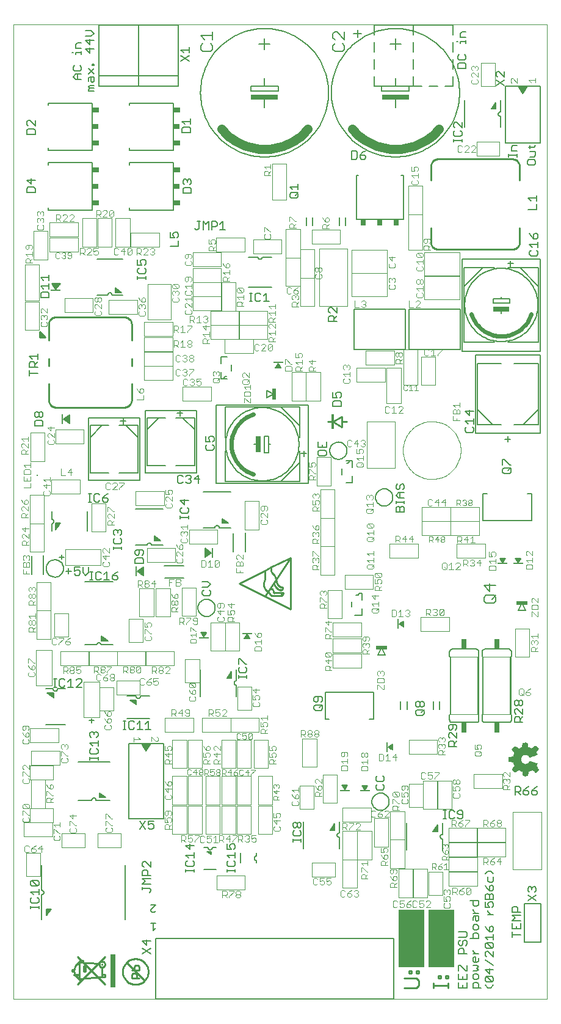
<source format=gto>
G75*
G70*
%OFA0B0*%
%FSLAX24Y24*%
%IPPOS*%
%LPD*%
%AMOC8*
5,1,8,0,0,1.08239X$1,22.5*
%
%ADD10C,0.0050*%
%ADD11C,0.0039*%
%ADD12R,0.0001X0.0149*%
%ADD13R,0.0001X0.0004*%
%ADD14R,0.0001X0.0010*%
%ADD15R,0.0001X0.0017*%
%ADD16R,0.0001X0.0023*%
%ADD17R,0.0001X0.0029*%
%ADD18R,0.0001X0.0034*%
%ADD19R,0.0001X0.0040*%
%ADD20R,0.0002X0.0043*%
%ADD21R,0.0001X0.0047*%
%ADD22R,0.0001X0.0050*%
%ADD23R,0.0001X0.0054*%
%ADD24R,0.0001X0.0059*%
%ADD25R,0.0001X0.0064*%
%ADD26R,0.0001X0.0015*%
%ADD27R,0.0001X0.0067*%
%ADD28R,0.0001X0.0020*%
%ADD29R,0.0001X0.0070*%
%ADD30R,0.0001X0.0024*%
%ADD31R,0.0001X0.0074*%
%ADD32R,0.0001X0.0027*%
%ADD33R,0.0001X0.0076*%
%ADD34R,0.0001X0.0030*%
%ADD35R,0.0002X0.0081*%
%ADD36R,0.0002X0.0036*%
%ADD37R,0.0001X0.0086*%
%ADD38R,0.0001X0.0044*%
%ADD39R,0.0001X0.0091*%
%ADD40R,0.0001X0.0046*%
%ADD41R,0.0001X0.0094*%
%ADD42R,0.0001X0.0096*%
%ADD43R,0.0001X0.0053*%
%ADD44R,0.0001X0.0099*%
%ADD45R,0.0001X0.0056*%
%ADD46R,0.0001X0.0104*%
%ADD47R,0.0001X0.0060*%
%ADD48R,0.0001X0.0108*%
%ADD49R,0.0001X0.0112*%
%ADD50R,0.0001X0.0117*%
%ADD51R,0.0001X0.0072*%
%ADD52R,0.0002X0.0120*%
%ADD53R,0.0002X0.0075*%
%ADD54R,0.0001X0.0123*%
%ADD55R,0.0001X0.0078*%
%ADD56R,0.0001X0.0126*%
%ADD57R,0.0001X0.0081*%
%ADD58R,0.0001X0.0131*%
%ADD59R,0.0001X0.0136*%
%ADD60R,0.0001X0.0090*%
%ADD61R,0.0001X0.0139*%
%ADD62R,0.0001X0.0144*%
%ADD63R,0.0001X0.0147*%
%ADD64R,0.0001X0.0101*%
%ADD65R,0.0001X0.0150*%
%ADD66R,0.0001X0.0102*%
%ADD67R,0.0001X0.0153*%
%ADD68R,0.0001X0.0106*%
%ADD69R,0.0002X0.0158*%
%ADD70R,0.0002X0.0109*%
%ADD71R,0.0001X0.0164*%
%ADD72R,0.0001X0.0115*%
%ADD73R,0.0001X0.0168*%
%ADD74R,0.0001X0.0120*%
%ADD75R,0.0001X0.0171*%
%ADD76R,0.0001X0.0123*%
%ADD77R,0.0001X0.0172*%
%ADD78R,0.0001X0.0125*%
%ADD79R,0.0001X0.0175*%
%ADD80R,0.0001X0.0128*%
%ADD81R,0.0001X0.0180*%
%ADD82R,0.0001X0.0132*%
%ADD83R,0.0001X0.0186*%
%ADD84R,0.0001X0.0191*%
%ADD85R,0.0001X0.0141*%
%ADD86R,0.0001X0.0194*%
%ADD87R,0.0001X0.0145*%
%ADD88R,0.0002X0.0196*%
%ADD89R,0.0002X0.0149*%
%ADD90R,0.0001X0.0199*%
%ADD91R,0.0001X0.0151*%
%ADD92R,0.0001X0.0204*%
%ADD93R,0.0001X0.0153*%
%ADD94R,0.0001X0.0207*%
%ADD95R,0.0001X0.0158*%
%ADD96R,0.0001X0.0211*%
%ADD97R,0.0001X0.0162*%
%ADD98R,0.0001X0.0216*%
%ADD99R,0.0001X0.0166*%
%ADD100R,0.0001X0.0219*%
%ADD101R,0.0001X0.0007*%
%ADD102R,0.0001X0.0169*%
%ADD103R,0.0001X0.0222*%
%ADD104R,0.0001X0.0011*%
%ADD105R,0.0001X0.0224*%
%ADD106R,0.0001X0.0014*%
%ADD107R,0.0001X0.0176*%
%ADD108R,0.0001X0.0228*%
%ADD109R,0.0001X0.0018*%
%ADD110R,0.0001X0.0179*%
%ADD111R,0.0002X0.0234*%
%ADD112R,0.0002X0.0024*%
%ADD113R,0.0002X0.0183*%
%ADD114R,0.0001X0.0239*%
%ADD115R,0.0001X0.0189*%
%ADD116R,0.0001X0.0241*%
%ADD117R,0.0001X0.0033*%
%ADD118R,0.0001X0.0012*%
%ADD119R,0.0001X0.0192*%
%ADD120R,0.0001X0.0243*%
%ADD121R,0.0001X0.0038*%
%ADD122R,0.0001X0.0246*%
%ADD123R,0.0001X0.0041*%
%ADD124R,0.0001X0.0019*%
%ADD125R,0.0001X0.0196*%
%ADD126R,0.0001X0.0250*%
%ADD127R,0.0001X0.0021*%
%ADD128R,0.0001X0.0201*%
%ADD129R,0.0001X0.0254*%
%ADD130R,0.0001X0.0048*%
%ADD131R,0.0001X0.0258*%
%ADD132R,0.0001X0.0054*%
%ADD133R,0.0001X0.0209*%
%ADD134R,0.0001X0.0263*%
%ADD135R,0.0001X0.0213*%
%ADD136R,0.0001X0.0267*%
%ADD137R,0.0001X0.0063*%
%ADD138R,0.0002X0.0270*%
%ADD139R,0.0002X0.0066*%
%ADD140R,0.0002X0.0045*%
%ADD141R,0.0002X0.0219*%
%ADD142R,0.0001X0.0271*%
%ADD143R,0.0001X0.0220*%
%ADD144R,0.0001X0.0274*%
%ADD145R,0.0001X0.0051*%
%ADD146R,0.0001X0.0223*%
%ADD147R,0.0001X0.0278*%
%ADD148R,0.0001X0.0282*%
%ADD149R,0.0001X0.0231*%
%ADD150R,0.0001X0.0288*%
%ADD151R,0.0001X0.0085*%
%ADD152R,0.0001X0.0236*%
%ADD153R,0.0001X0.0289*%
%ADD154R,0.0001X0.0087*%
%ADD155R,0.0001X0.0066*%
%ADD156R,0.0001X0.0292*%
%ADD157R,0.0001X0.0069*%
%ADD158R,0.0001X0.0297*%
%ADD159R,0.0001X0.0300*%
%ADD160R,0.0001X0.0075*%
%ADD161R,0.0002X0.0305*%
%ADD162R,0.0002X0.0101*%
%ADD163R,0.0002X0.0078*%
%ADD164R,0.0002X0.0251*%
%ADD165R,0.0001X0.0309*%
%ADD166R,0.0001X0.0105*%
%ADD167R,0.0001X0.0083*%
%ADD168R,0.0001X0.0255*%
%ADD169R,0.0001X0.0314*%
%ADD170R,0.0001X0.0110*%
%ADD171R,0.0001X0.0087*%
%ADD172R,0.0001X0.0316*%
%ADD173R,0.0001X0.0113*%
%ADD174R,0.0001X0.0262*%
%ADD175R,0.0001X0.0319*%
%ADD176R,0.0001X0.0114*%
%ADD177R,0.0001X0.0093*%
%ADD178R,0.0001X0.0266*%
%ADD179R,0.0001X0.0321*%
%ADD180R,0.0001X0.0096*%
%ADD181R,0.0001X0.0324*%
%ADD182R,0.0001X0.0270*%
%ADD183R,0.0001X0.0329*%
%ADD184R,0.0001X0.0124*%
%ADD185R,0.0001X0.0275*%
%ADD186R,0.0001X0.0333*%
%ADD187R,0.0001X0.0279*%
%ADD188R,0.0001X0.0336*%
%ADD189R,0.0001X0.0111*%
%ADD190R,0.0001X0.0284*%
%ADD191R,0.0002X0.0339*%
%ADD192R,0.0002X0.0134*%
%ADD193R,0.0002X0.0114*%
%ADD194R,0.0002X0.0286*%
%ADD195R,0.0001X0.0342*%
%ADD196R,0.0001X0.0116*%
%ADD197R,0.0001X0.0491*%
%ADD198R,0.0001X0.0492*%
%ADD199R,0.0001X0.0294*%
%ADD200R,0.0001X0.0495*%
%ADD201R,0.0001X0.0299*%
%ADD202R,0.0001X0.0496*%
%ADD203R,0.0001X0.0127*%
%ADD204R,0.0001X0.0301*%
%ADD205R,0.0001X0.0498*%
%ADD206R,0.0001X0.0304*%
%ADD207R,0.0001X0.0501*%
%ADD208R,0.0001X0.0134*%
%ADD209R,0.0001X0.0308*%
%ADD210R,0.0001X0.0135*%
%ADD211R,0.0001X0.0311*%
%ADD212R,0.0001X0.0504*%
%ADD213R,0.0001X0.0138*%
%ADD214R,0.0002X0.0504*%
%ADD215R,0.0002X0.0141*%
%ADD216R,0.0002X0.0318*%
%ADD217R,0.0001X0.0507*%
%ADD218R,0.0001X0.0323*%
%ADD219R,0.0001X0.0326*%
%ADD220R,0.0001X0.0508*%
%ADD221R,0.0001X0.0152*%
%ADD222R,0.0001X0.0330*%
%ADD223R,0.0001X0.0510*%
%ADD224R,0.0001X0.0494*%
%ADD225R,0.0001X0.0512*%
%ADD226R,0.0001X0.0500*%
%ADD227R,0.0001X0.0513*%
%ADD228R,0.0001X0.0501*%
%ADD229R,0.0002X0.0513*%
%ADD230R,0.0002X0.0501*%
%ADD231R,0.0001X0.0503*%
%ADD232R,0.0001X0.0504*%
%ADD233R,0.0001X0.0506*%
%ADD234R,0.0001X0.0513*%
%ADD235R,0.0001X0.0509*%
%ADD236R,0.0001X0.0511*%
%ADD237R,0.0001X0.0514*%
%ADD238R,0.0001X0.0516*%
%ADD239R,0.0002X0.0513*%
%ADD240R,0.0002X0.0519*%
%ADD241R,0.0001X0.0519*%
%ADD242R,0.0001X0.0520*%
%ADD243R,0.0001X0.0522*%
%ADD244R,0.0001X0.0507*%
%ADD245R,0.0002X0.0509*%
%ADD246R,0.0002X0.0520*%
%ADD247R,0.0001X0.0522*%
%ADD248R,0.0001X0.0505*%
%ADD249R,0.0001X0.0502*%
%ADD250R,0.0001X0.0521*%
%ADD251R,0.0002X0.0503*%
%ADD252R,0.0002X0.0519*%
%ADD253R,0.0001X0.0519*%
%ADD254R,0.0001X0.0499*%
%ADD255R,0.0001X0.0517*%
%ADD256R,0.0002X0.0495*%
%ADD257R,0.0002X0.0514*%
%ADD258R,0.0001X0.0515*%
%ADD259R,0.0001X0.0492*%
%ADD260R,0.0001X0.0490*%
%ADD261R,0.0002X0.0490*%
%ADD262R,0.0002X0.0511*%
%ADD263R,0.0001X0.0489*%
%ADD264R,0.0001X0.0489*%
%ADD265R,0.0001X0.0488*%
%ADD266R,0.0001X0.0485*%
%ADD267R,0.0001X0.0483*%
%ADD268R,0.0002X0.0483*%
%ADD269R,0.0002X0.0507*%
%ADD270R,0.0001X0.0483*%
%ADD271R,0.0001X0.0481*%
%ADD272R,0.0001X0.0480*%
%ADD273R,0.0002X0.0480*%
%ADD274R,0.0002X0.0501*%
%ADD275R,0.0001X0.0479*%
%ADD276R,0.0001X0.0477*%
%ADD277R,0.0001X0.0477*%
%ADD278R,0.0001X0.0475*%
%ADD279R,0.0001X0.0474*%
%ADD280R,0.0001X0.0472*%
%ADD281R,0.0002X0.0472*%
%ADD282R,0.0002X0.0498*%
%ADD283R,0.0001X0.0471*%
%ADD284R,0.0001X0.0473*%
%ADD285R,0.0001X0.0471*%
%ADD286R,0.0001X0.0470*%
%ADD287R,0.0001X0.0468*%
%ADD288R,0.0001X0.0469*%
%ADD289R,0.0002X0.0468*%
%ADD290R,0.0002X0.0491*%
%ADD291R,0.0001X0.0466*%
%ADD292R,0.0001X0.0465*%
%ADD293R,0.0001X0.0464*%
%ADD294R,0.0001X0.0462*%
%ADD295R,0.0002X0.0462*%
%ADD296R,0.0002X0.0489*%
%ADD297R,0.0001X0.0461*%
%ADD298R,0.0001X0.0460*%
%ADD299R,0.0001X0.0459*%
%ADD300R,0.0001X0.0484*%
%ADD301R,0.0001X0.0457*%
%ADD302R,0.0001X0.0459*%
%ADD303R,0.0002X0.0458*%
%ADD304R,0.0002X0.0484*%
%ADD305R,0.0001X0.0456*%
%ADD306R,0.0001X0.0455*%
%ADD307R,0.0001X0.0453*%
%ADD308R,0.0001X0.0451*%
%ADD309R,0.0001X0.0453*%
%ADD310R,0.0001X0.0450*%
%ADD311R,0.0002X0.0451*%
%ADD312R,0.0001X0.0478*%
%ADD313R,0.0001X0.0449*%
%ADD314R,0.0001X0.0476*%
%ADD315R,0.0001X0.0447*%
%ADD316R,0.0001X0.0474*%
%ADD317R,0.0002X0.0449*%
%ADD318R,0.0002X0.0476*%
%ADD319R,0.0001X0.0454*%
%ADD320R,0.0002X0.0469*%
%ADD321R,0.0001X0.0468*%
%ADD322R,0.0001X0.0467*%
%ADD323R,0.0002X0.0473*%
%ADD324R,0.0002X0.0468*%
%ADD325R,0.0002X0.0486*%
%ADD326R,0.0002X0.0474*%
%ADD327R,0.0001X0.0487*%
%ADD328R,0.0001X0.0497*%
%ADD329R,0.0001X0.0486*%
%ADD330R,0.0002X0.0500*%
%ADD331R,0.0002X0.0487*%
%ADD332R,0.0001X0.0498*%
%ADD333R,0.0002X0.0524*%
%ADD334R,0.0001X0.0524*%
%ADD335R,0.0001X0.0525*%
%ADD336R,0.0001X0.0528*%
%ADD337R,0.0001X0.0529*%
%ADD338R,0.0001X0.0533*%
%ADD339R,0.0001X0.0534*%
%ADD340R,0.0001X0.0523*%
%ADD341R,0.0001X0.0536*%
%ADD342R,0.0002X0.0537*%
%ADD343R,0.0002X0.0527*%
%ADD344R,0.0001X0.0537*%
%ADD345R,0.0001X0.0528*%
%ADD346R,0.0001X0.0539*%
%ADD347R,0.0001X0.0530*%
%ADD348R,0.0001X0.0540*%
%ADD349R,0.0001X0.0541*%
%ADD350R,0.0001X0.0531*%
%ADD351R,0.0001X0.0543*%
%ADD352R,0.0001X0.0544*%
%ADD353R,0.0002X0.0546*%
%ADD354R,0.0002X0.0536*%
%ADD355R,0.0001X0.0547*%
%ADD356R,0.0001X0.0551*%
%ADD357R,0.0001X0.0552*%
%ADD358R,0.0001X0.0554*%
%ADD359R,0.0001X0.0555*%
%ADD360R,0.0002X0.0555*%
%ADD361R,0.0002X0.0547*%
%ADD362R,0.0001X0.0549*%
%ADD363R,0.0001X0.0548*%
%ADD364R,0.0001X0.0538*%
%ADD365R,0.0001X0.0537*%
%ADD366R,0.0002X0.0533*%
%ADD367R,0.0001X0.0531*%
%ADD368R,0.0001X0.0526*%
%ADD369R,0.0001X0.0518*%
%ADD370R,0.0002X0.0498*%
%ADD371R,0.0002X0.0496*%
%ADD372R,0.0001X0.0486*%
%ADD373R,0.0002X0.0485*%
%ADD374R,0.0001X0.0482*%
%ADD375R,0.0002X0.0477*%
%ADD376R,0.0002X0.0530*%
%ADD377R,0.0002X0.0464*%
%ADD378R,0.0001X0.0561*%
%ADD379R,0.0001X0.0570*%
%ADD380R,0.0001X0.0576*%
%ADD381R,0.0001X0.0581*%
%ADD382R,0.0001X0.0585*%
%ADD383R,0.0001X0.0589*%
%ADD384R,0.0002X0.0600*%
%ADD385R,0.0001X0.0614*%
%ADD386R,0.0001X0.0623*%
%ADD387R,0.0001X0.0630*%
%ADD388R,0.0001X0.0633*%
%ADD389R,0.0001X0.0638*%
%ADD390R,0.0001X0.0645*%
%ADD391R,0.0001X0.0657*%
%ADD392R,0.0001X0.0556*%
%ADD393R,0.0001X0.0669*%
%ADD394R,0.0001X0.0674*%
%ADD395R,0.0001X0.0579*%
%ADD396R,0.0002X0.0676*%
%ADD397R,0.0002X0.0585*%
%ADD398R,0.0001X0.0678*%
%ADD399R,0.0001X0.0590*%
%ADD400R,0.0001X0.0679*%
%ADD401R,0.0001X0.0596*%
%ADD402R,0.0001X0.0681*%
%ADD403R,0.0001X0.0606*%
%ADD404R,0.0001X0.0620*%
%ADD405R,0.0001X0.0682*%
%ADD406R,0.0001X0.0633*%
%ADD407R,0.0001X0.0684*%
%ADD408R,0.0001X0.0639*%
%ADD409R,0.0001X0.0649*%
%ADD410R,0.0001X0.0684*%
%ADD411R,0.0001X0.0655*%
%ADD412R,0.0002X0.0683*%
%ADD413R,0.0002X0.0664*%
%ADD414R,0.0001X0.0683*%
%ADD415R,0.0001X0.0670*%
%ADD416R,0.0001X0.0671*%
%ADD417R,0.0001X0.0681*%
%ADD418R,0.0001X0.0672*%
%ADD419R,0.0001X0.0680*%
%ADD420R,0.0001X0.0675*%
%ADD421R,0.0001X0.0676*%
%ADD422R,0.0002X0.0680*%
%ADD423R,0.0002X0.0678*%
%ADD424R,0.0001X0.0678*%
%ADD425R,0.0002X0.0675*%
%ADD426R,0.0002X0.0672*%
%ADD427R,0.0001X0.0672*%
%ADD428R,0.0002X0.0671*%
%ADD429R,0.0002X0.0670*%
%ADD430R,0.0001X0.0669*%
%ADD431R,0.0001X0.0667*%
%ADD432R,0.0002X0.0669*%
%ADD433R,0.0002X0.0667*%
%ADD434R,0.0001X0.0668*%
%ADD435R,0.0001X0.0666*%
%ADD436R,0.0002X0.0668*%
%ADD437R,0.0002X0.0666*%
%ADD438R,0.0001X0.0666*%
%ADD439R,0.0001X0.0664*%
%ADD440R,0.0001X0.0663*%
%ADD441R,0.0002X0.0666*%
%ADD442R,0.0002X0.0663*%
%ADD443R,0.0001X0.0665*%
%ADD444R,0.0002X0.0674*%
%ADD445R,0.0001X0.0677*%
%ADD446R,0.0002X0.0678*%
%ADD447R,0.0002X0.0682*%
%ADD448R,0.0001X0.0686*%
%ADD449R,0.0002X0.0686*%
%ADD450R,0.0001X0.0687*%
%ADD451R,0.0001X0.0689*%
%ADD452R,0.0001X0.0653*%
%ADD453R,0.0001X0.0641*%
%ADD454R,0.0001X0.0626*%
%ADD455R,0.0001X0.0616*%
%ADD456R,0.0001X0.0687*%
%ADD457R,0.0001X0.0612*%
%ADD458R,0.0001X0.0688*%
%ADD459R,0.0001X0.0606*%
%ADD460R,0.0001X0.0601*%
%ADD461R,0.0002X0.0591*%
%ADD462R,0.0001X0.0567*%
%ADD463R,0.0001X0.0560*%
%ADD464R,0.0001X0.0659*%
%ADD465R,0.0001X0.0516*%
%ADD466R,0.0001X0.0639*%
%ADD467R,0.0002X0.0502*%
%ADD468R,0.0002X0.0633*%
%ADD469R,0.0001X0.0608*%
%ADD470R,0.0001X0.0582*%
%ADD471R,0.0001X0.0577*%
%ADD472R,0.0002X0.0569*%
%ADD473R,0.0001X0.0546*%
%ADD474R,0.0002X0.0486*%
%ADD475R,0.0001X0.0493*%
%ADD476R,0.0002X0.0516*%
%ADD477R,0.0001X0.0532*%
%ADD478R,0.0002X0.0534*%
%ADD479R,0.0002X0.0535*%
%ADD480R,0.0001X0.0543*%
%ADD481R,0.0001X0.0553*%
%ADD482R,0.0001X0.0559*%
%ADD483R,0.0001X0.0564*%
%ADD484R,0.0001X0.0564*%
%ADD485R,0.0001X0.0567*%
%ADD486R,0.0001X0.0569*%
%ADD487R,0.0002X0.0570*%
%ADD488R,0.0002X0.0571*%
%ADD489R,0.0001X0.0571*%
%ADD490R,0.0001X0.0573*%
%ADD491R,0.0001X0.0574*%
%ADD492R,0.0001X0.0576*%
%ADD493R,0.0001X0.0600*%
%ADD494R,0.0001X0.0611*%
%ADD495R,0.0001X0.0618*%
%ADD496R,0.0001X0.0621*%
%ADD497R,0.0001X0.1269*%
%ADD498R,0.0001X0.1267*%
%ADD499R,0.0001X0.1266*%
%ADD500R,0.0002X0.1266*%
%ADD501R,0.0001X0.1264*%
%ADD502R,0.0001X0.1261*%
%ADD503R,0.0001X0.1260*%
%ADD504R,0.0001X0.1259*%
%ADD505R,0.0001X0.1256*%
%ADD506R,0.0001X0.1254*%
%ADD507R,0.0001X0.1253*%
%ADD508R,0.0001X0.1251*%
%ADD509R,0.0002X0.1251*%
%ADD510R,0.0001X0.1248*%
%ADD511R,0.0001X0.1245*%
%ADD512R,0.0001X0.1244*%
%ADD513R,0.0001X0.1242*%
%ADD514R,0.0001X0.1239*%
%ADD515R,0.0001X0.1237*%
%ADD516R,0.0002X0.1236*%
%ADD517R,0.0001X0.1233*%
%ADD518R,0.0001X0.1230*%
%ADD519R,0.0001X0.1229*%
%ADD520R,0.0001X0.1227*%
%ADD521R,0.0001X0.1226*%
%ADD522R,0.0001X0.1224*%
%ADD523R,0.0002X0.1223*%
%ADD524R,0.0001X0.1219*%
%ADD525R,0.0001X0.1216*%
%ADD526R,0.0001X0.1215*%
%ADD527R,0.0001X0.1214*%
%ADD528R,0.0001X0.1212*%
%ADD529R,0.0001X0.1209*%
%ADD530R,0.0002X0.1207*%
%ADD531R,0.0001X0.1206*%
%ADD532R,0.0001X0.1204*%
%ADD533R,0.0001X0.1201*%
%ADD534R,0.0001X0.1200*%
%ADD535R,0.0001X0.1199*%
%ADD536R,0.0001X0.1196*%
%ADD537R,0.0001X0.1194*%
%ADD538R,0.0001X0.1193*%
%ADD539R,0.0001X0.1191*%
%ADD540R,0.0002X0.1191*%
%ADD541R,0.0001X0.1188*%
%ADD542R,0.0001X0.1185*%
%ADD543R,0.0001X0.1184*%
%ADD544R,0.0001X0.1181*%
%ADD545R,0.0001X0.1177*%
%ADD546R,0.0001X0.1176*%
%ADD547R,0.0001X0.1174*%
%ADD548R,0.0001X0.1173*%
%ADD549R,0.0002X0.1170*%
%ADD550R,0.0001X0.1170*%
%ADD551R,0.0001X0.1169*%
%ADD552R,0.0001X0.1166*%
%ADD553R,0.0001X0.1164*%
%ADD554R,0.0001X0.1163*%
%ADD555R,0.0002X0.1163*%
%ADD556R,0.0001X0.1167*%
%ADD557R,0.0001X0.1171*%
%ADD558R,0.0001X0.1179*%
%ADD559R,0.0001X0.1182*%
%ADD560R,0.0002X0.1182*%
%ADD561R,0.0001X0.1188*%
%ADD562R,0.0001X0.1190*%
%ADD563R,0.0001X0.1197*%
%ADD564R,0.0002X0.1204*%
%ADD565R,0.0001X0.1207*%
%ADD566R,0.0001X0.1210*%
%ADD567R,0.0001X0.1213*%
%ADD568R,0.0001X0.1217*%
%ADD569R,0.0001X0.1218*%
%ADD570R,0.0001X0.1220*%
%ADD571R,0.0001X0.1221*%
%ADD572R,0.0001X0.1223*%
%ADD573R,0.0002X0.1226*%
%ADD574R,0.0001X0.1236*%
%ADD575R,0.0001X0.1239*%
%ADD576R,0.0001X0.1240*%
%ADD577R,0.0001X0.1243*%
%ADD578R,0.0002X0.1248*%
%ADD579R,0.0001X0.1248*%
%ADD580R,0.0001X0.1251*%
%ADD581R,0.0001X0.1257*%
%ADD582R,0.0001X0.1263*%
%ADD583R,0.0002X0.1267*%
%ADD584R,0.0001X0.1270*%
%ADD585R,0.0001X0.1274*%
%ADD586R,0.0001X0.1275*%
%ADD587R,0.0001X0.1278*%
%ADD588R,0.0001X0.1280*%
%ADD589R,0.0001X0.1281*%
%ADD590R,0.0001X0.1284*%
%ADD591R,0.0001X0.1286*%
%ADD592R,0.0001X0.1289*%
%ADD593R,0.0002X0.1290*%
%ADD594R,0.0001X0.1291*%
%ADD595R,0.0001X0.1294*%
%ADD596R,0.0001X0.1296*%
%ADD597R,0.0001X0.1299*%
%ADD598R,0.0001X0.1300*%
%ADD599R,0.0001X0.1302*%
%ADD600R,0.0001X0.1304*%
%ADD601R,0.0001X0.1306*%
%ADD602R,0.0001X0.1308*%
%ADD603R,0.0002X0.1311*%
%ADD604R,0.0001X0.1313*%
%ADD605R,0.0001X0.1316*%
%ADD606R,0.0001X0.1317*%
%ADD607R,0.0001X0.1320*%
%ADD608R,0.0001X0.1323*%
%ADD609R,0.0001X0.1326*%
%ADD610R,0.0001X0.1329*%
%ADD611R,0.0002X0.1332*%
%ADD612R,0.0001X0.1335*%
%ADD613R,0.0001X0.1336*%
%ADD614R,0.0001X0.1340*%
%ADD615R,0.0001X0.1343*%
%ADD616R,0.0001X0.1346*%
%ADD617R,0.0001X0.1347*%
%ADD618R,0.0001X0.1350*%
%ADD619R,0.0002X0.1353*%
%ADD620R,0.0001X0.1356*%
%ADD621R,0.0001X0.1357*%
%ADD622R,0.0001X0.1360*%
%ADD623R,0.0001X0.1364*%
%ADD624R,0.0001X0.1365*%
%ADD625R,0.0001X0.1368*%
%ADD626R,0.0001X0.1369*%
%ADD627R,0.0001X0.1373*%
%ADD628R,0.0002X0.1374*%
%ADD629R,0.0001X0.1377*%
%ADD630R,0.0001X0.1379*%
%ADD631R,0.0001X0.1380*%
%ADD632R,0.0001X0.1383*%
%ADD633R,0.0001X0.1386*%
%ADD634R,0.0001X0.1387*%
%ADD635R,0.0001X0.1391*%
%ADD636R,0.0001X0.1394*%
%ADD637R,0.0002X0.1395*%
%ADD638R,0.0001X0.1398*%
%ADD639R,0.0001X0.1401*%
%ADD640R,0.0001X0.1403*%
%ADD641R,0.0001X0.1406*%
%ADD642R,0.0001X0.1407*%
%ADD643R,0.0001X0.1409*%
%ADD644R,0.0001X0.1411*%
%ADD645R,0.0001X0.1414*%
%ADD646R,0.0002X0.1416*%
%ADD647R,0.0001X0.1419*%
%ADD648R,0.0001X0.1421*%
%ADD649R,0.0001X0.1422*%
%ADD650R,0.0001X0.1424*%
%ADD651R,0.0001X0.1426*%
%ADD652R,0.0001X0.1428*%
%ADD653R,0.0002X0.1429*%
%ADD654R,0.0001X0.1429*%
%ADD655R,0.0001X0.1425*%
%ADD656R,0.0002X0.1421*%
%ADD657R,0.0001X0.1418*%
%ADD658R,0.0001X0.1416*%
%ADD659R,0.0001X0.1413*%
%ADD660R,0.0001X0.1410*%
%ADD661R,0.0001X0.1404*%
%ADD662R,0.0001X0.1401*%
%ADD663R,0.0001X0.0346*%
%ADD664R,0.0001X0.1044*%
%ADD665R,0.0002X0.0342*%
%ADD666R,0.0002X0.1040*%
%ADD667R,0.0001X0.0337*%
%ADD668R,0.0001X0.1034*%
%ADD669R,0.0001X0.0357*%
%ADD670R,0.0001X0.0660*%
%ADD671R,0.0001X0.0353*%
%ADD672R,0.0001X0.0327*%
%ADD673R,0.0001X0.0349*%
%ADD674R,0.0001X0.0321*%
%ADD675R,0.0001X0.0648*%
%ADD676R,0.0001X0.0344*%
%ADD677R,0.0001X0.0317*%
%ADD678R,0.0001X0.0339*%
%ADD679R,0.0001X0.0312*%
%ADD680R,0.0001X0.0631*%
%ADD681R,0.0001X0.0334*%
%ADD682R,0.0001X0.0309*%
%ADD683R,0.0002X0.0307*%
%ADD684R,0.0002X0.0623*%
%ADD685R,0.0002X0.0327*%
%ADD686R,0.0001X0.0618*%
%ADD687R,0.0001X0.0297*%
%ADD688R,0.0001X0.0607*%
%ADD689R,0.0001X0.0320*%
%ADD690R,0.0001X0.0293*%
%ADD691R,0.0001X0.0599*%
%ADD692R,0.0001X0.0313*%
%ADD693R,0.0001X0.0285*%
%ADD694R,0.0001X0.0584*%
%ADD695R,0.0001X0.0303*%
%ADD696R,0.0001X0.0281*%
%ADD697R,0.0002X0.0273*%
%ADD698R,0.0002X0.0563*%
%ADD699R,0.0002X0.0293*%
%ADD700R,0.0001X0.0264*%
%ADD701R,0.0001X0.0259*%
%ADD702R,0.0001X0.0256*%
%ADD703R,0.0001X0.0276*%
%ADD704R,0.0001X0.0252*%
%ADD705R,0.0001X0.0273*%
%ADD706R,0.0001X0.0248*%
%ADD707R,0.0001X0.0269*%
%ADD708R,0.0001X0.0245*%
%ADD709R,0.0001X0.0240*%
%ADD710R,0.0002X0.0237*%
%ADD711R,0.0002X0.0256*%
%ADD712R,0.0001X0.0234*%
%ADD713R,0.0001X0.0232*%
%ADD714R,0.0001X0.0251*%
%ADD715R,0.0001X0.0228*%
%ADD716R,0.0001X0.0246*%
%ADD717R,0.0001X0.0456*%
%ADD718R,0.0001X0.0219*%
%ADD719R,0.0001X0.0444*%
%ADD720R,0.0001X0.0237*%
%ADD721R,0.0001X0.0214*%
%ADD722R,0.0001X0.0436*%
%ADD723R,0.0001X0.0432*%
%ADD724R,0.0001X0.0231*%
%ADD725R,0.0001X0.0210*%
%ADD726R,0.0001X0.0426*%
%ADD727R,0.0001X0.0420*%
%ADD728R,0.0001X0.0226*%
%ADD729R,0.0002X0.0204*%
%ADD730R,0.0002X0.0409*%
%ADD731R,0.0002X0.0222*%
%ADD732R,0.0001X0.0391*%
%ADD733R,0.0001X0.0217*%
%ADD734R,0.0001X0.0376*%
%ADD735R,0.0001X0.0368*%
%ADD736R,0.0001X0.0189*%
%ADD737R,0.0001X0.0361*%
%ADD738R,0.0001X0.0206*%
%ADD739R,0.0001X0.0186*%
%ADD740R,0.0001X0.0356*%
%ADD741R,0.0001X0.0181*%
%ADD742R,0.0001X0.0345*%
%ADD743R,0.0001X0.0173*%
%ADD744R,0.0001X0.0331*%
%ADD745R,0.0001X0.0190*%
%ADD746R,0.0001X0.0168*%
%ADD747R,0.0002X0.0165*%
%ADD748R,0.0001X0.0162*%
%ADD749R,0.0001X0.0159*%
%ADD750R,0.0001X0.0177*%
%ADD751R,0.0001X0.0156*%
%ADD752R,0.0001X0.0324*%
%ADD753R,0.0001X0.0174*%
%ADD754R,0.0001X0.0167*%
%ADD755R,0.0001X0.0146*%
%ADD756R,0.0001X0.0163*%
%ADD757R,0.0001X0.0141*%
%ADD758R,0.0001X0.0140*%
%ADD759R,0.0001X0.0137*%
%ADD760R,0.0001X0.0133*%
%ADD761R,0.0002X0.0129*%
%ADD762R,0.0002X0.0321*%
%ADD763R,0.0002X0.0146*%
%ADD764R,0.0001X0.0119*%
%ADD765R,0.0001X0.0129*%
%ADD766R,0.0001X0.0111*%
%ADD767R,0.0001X0.0126*%
%ADD768R,0.0001X0.0318*%
%ADD769R,0.0001X0.0097*%
%ADD770R,0.0001X0.0315*%
%ADD771R,0.0002X0.0089*%
%ADD772R,0.0002X0.0315*%
%ADD773R,0.0002X0.0105*%
%ADD774R,0.0001X0.0079*%
%ADD775R,0.0001X0.0089*%
%ADD776R,0.0001X0.0069*%
%ADD777R,0.0001X0.0084*%
%ADD778R,0.0001X0.0057*%
%ADD779R,0.0002X0.0052*%
%ADD780R,0.0002X0.0311*%
%ADD781R,0.0002X0.0066*%
%ADD782R,0.0001X0.0061*%
%ADD783R,0.0001X0.0042*%
%ADD784R,0.0001X0.0055*%
%ADD785R,0.0001X0.0039*%
%ADD786R,0.0001X0.0052*%
%ADD787R,0.0001X0.0036*%
%ADD788R,0.0001X0.0049*%
%ADD789R,0.0001X0.0307*%
%ADD790R,0.0001X0.0045*%
%ADD791R,0.0001X0.0022*%
%ADD792R,0.0001X0.0035*%
%ADD793R,0.0002X0.0025*%
%ADD794R,0.0001X0.0306*%
%ADD795R,0.0001X0.0018*%
%ADD796R,0.0001X0.0008*%
%ADD797R,0.0002X0.0300*%
%ADD798R,0.0001X0.0296*%
%ADD799R,0.0002X0.0294*%
%ADD800R,0.0001X0.0294*%
%ADD801R,0.0001X0.0291*%
%ADD802R,0.0002X0.0291*%
%ADD803R,0.0001X0.0286*%
%ADD804R,0.0002X0.0281*%
%ADD805R,0.0001X0.0277*%
%ADD806R,0.0001X0.0276*%
%ADD807R,0.0002X0.0266*%
%ADD808R,0.0001X0.0264*%
%ADD809R,0.0001X0.0261*%
%ADD810R,0.0002X0.0259*%
%ADD811R,0.0002X0.0254*%
%ADD812R,0.0002X0.0248*%
%ADD813R,0.0002X0.0218*%
%ADD814R,0.0001X0.0157*%
%ADD815C,0.0090*%
%ADD816R,0.1425X0.3150*%
%ADD817C,0.0060*%
%ADD818C,0.0070*%
%ADD819C,0.0040*%
%ADD820C,0.0030*%
%ADD821C,0.0080*%
%ADD822R,0.0620X0.0240*%
%ADD823C,0.0020*%
%ADD824C,0.0000*%
%ADD825R,0.0551X0.0079*%
%ADD826R,0.0079X0.0551*%
%ADD827C,0.0100*%
%ADD828R,0.0240X0.0620*%
%ADD829R,0.0299X0.0327*%
%ADD830R,0.0299X0.0358*%
%ADD831R,0.0079X0.0079*%
%ADD832C,0.0500*%
%ADD833R,0.1500X0.0250*%
%ADD834R,0.0327X0.0299*%
%ADD835R,0.0358X0.0299*%
%ADD836R,0.0118X0.0827*%
%ADD837R,0.0300X0.0550*%
%ADD838R,0.0300X0.1800*%
%ADD839R,0.0250X0.0900*%
%ADD840C,0.0240*%
%ADD841R,0.0900X0.0250*%
D10*
X009340Y010361D02*
X009340Y010511D01*
X009340Y010436D02*
X009791Y010436D01*
X009791Y010361D02*
X009791Y010511D01*
X009716Y010668D02*
X009791Y010743D01*
X009791Y010893D01*
X009716Y010968D01*
X009791Y011128D02*
X009791Y011429D01*
X009791Y011278D02*
X009340Y011278D01*
X009491Y011128D01*
X009415Y010968D02*
X009340Y010893D01*
X009340Y010743D01*
X009415Y010668D01*
X009716Y010668D01*
X009716Y011589D02*
X009415Y011889D01*
X009716Y011889D01*
X009791Y011814D01*
X009791Y011664D01*
X009716Y011589D01*
X009415Y011589D01*
X009340Y011664D01*
X009340Y011814D01*
X009415Y011889D01*
X011921Y016270D02*
X012671Y016270D01*
X012673Y016291D01*
X012678Y016311D01*
X012687Y016330D01*
X012699Y016347D01*
X012714Y016362D01*
X012731Y016374D01*
X012750Y016383D01*
X012770Y016388D01*
X012791Y016390D01*
X012812Y016388D01*
X012832Y016383D01*
X012851Y016374D01*
X012868Y016362D01*
X012883Y016347D01*
X012895Y016330D01*
X012904Y016311D01*
X012909Y016291D01*
X012911Y016270D01*
X013661Y016270D01*
X013661Y018356D02*
X011927Y018356D01*
X012568Y018476D02*
X012568Y018627D01*
X012568Y018551D02*
X013019Y018551D01*
X013019Y018476D02*
X013019Y018627D01*
X012944Y018783D02*
X013019Y018858D01*
X013019Y019009D01*
X012944Y019084D01*
X013019Y019244D02*
X013019Y019544D01*
X013019Y019394D02*
X012568Y019394D01*
X012719Y019244D01*
X012643Y019084D02*
X012568Y019009D01*
X012568Y018858D01*
X012643Y018783D01*
X012944Y018783D01*
X012944Y019704D02*
X013019Y019779D01*
X013019Y019929D01*
X012944Y020004D01*
X012869Y020004D01*
X012794Y019929D01*
X012794Y019854D01*
X012794Y019929D02*
X012719Y020004D01*
X012643Y020004D01*
X012568Y019929D01*
X012568Y019779D01*
X012643Y019704D01*
X012666Y020491D02*
X012666Y020741D01*
X012541Y020616D02*
X012791Y020616D01*
X012134Y022441D02*
X011834Y022441D01*
X012134Y022741D01*
X012134Y022816D01*
X012059Y022891D01*
X011909Y022891D01*
X011834Y022816D01*
X011523Y022891D02*
X011523Y022441D01*
X011373Y022441D02*
X011673Y022441D01*
X011373Y022741D02*
X011523Y022891D01*
X011213Y022816D02*
X011138Y022891D01*
X010988Y022891D01*
X010913Y022816D01*
X010913Y022516D01*
X010988Y022441D01*
X011138Y022441D01*
X011213Y022516D01*
X010756Y022441D02*
X010606Y022441D01*
X010681Y022441D02*
X010681Y022891D01*
X010606Y022891D02*
X010756Y022891D01*
X012581Y028291D02*
X012731Y028291D01*
X012656Y028291D02*
X012656Y028741D01*
X012581Y028741D02*
X012731Y028741D01*
X012888Y028666D02*
X012888Y028366D01*
X012963Y028291D01*
X013113Y028291D01*
X013188Y028366D01*
X013348Y028291D02*
X013648Y028291D01*
X013498Y028291D02*
X013498Y028741D01*
X013348Y028591D01*
X013188Y028666D02*
X013113Y028741D01*
X012963Y028741D01*
X012888Y028666D01*
X012487Y028691D02*
X012487Y028991D01*
X012487Y028691D02*
X012337Y028541D01*
X012187Y028691D01*
X012187Y028991D01*
X012026Y028991D02*
X011726Y028991D01*
X011726Y028766D01*
X011876Y028841D01*
X011951Y028841D01*
X012026Y028766D01*
X012026Y028616D01*
X011951Y028541D01*
X011801Y028541D01*
X011726Y028616D01*
X011566Y028766D02*
X011266Y028766D01*
X011416Y028916D02*
X011416Y028616D01*
X011041Y029416D02*
X011041Y029666D01*
X010916Y029541D02*
X011166Y029541D01*
X010194Y028916D02*
X010196Y028959D01*
X010202Y029001D01*
X010212Y029043D01*
X010225Y029084D01*
X010242Y029124D01*
X010263Y029161D01*
X010287Y029197D01*
X010314Y029230D01*
X010344Y029261D01*
X010377Y029289D01*
X010412Y029314D01*
X010449Y029335D01*
X010488Y029353D01*
X010528Y029367D01*
X010570Y029378D01*
X010612Y029385D01*
X010655Y029388D01*
X010698Y029387D01*
X010741Y029382D01*
X010783Y029373D01*
X010824Y029361D01*
X010864Y029345D01*
X010902Y029325D01*
X010938Y029302D01*
X010972Y029275D01*
X011004Y029246D01*
X011032Y029214D01*
X011058Y029179D01*
X011080Y029143D01*
X011099Y029104D01*
X011114Y029064D01*
X011126Y029023D01*
X011134Y028980D01*
X011138Y028937D01*
X011138Y028895D01*
X011134Y028852D01*
X011126Y028809D01*
X011114Y028768D01*
X011099Y028728D01*
X011080Y028689D01*
X011058Y028653D01*
X011032Y028618D01*
X011004Y028586D01*
X010972Y028557D01*
X010938Y028530D01*
X010902Y028507D01*
X010864Y028487D01*
X010824Y028471D01*
X010783Y028459D01*
X010741Y028450D01*
X010698Y028445D01*
X010655Y028444D01*
X010612Y028447D01*
X010570Y028454D01*
X010528Y028465D01*
X010488Y028479D01*
X010449Y028497D01*
X010412Y028518D01*
X010377Y028543D01*
X010344Y028571D01*
X010314Y028602D01*
X010287Y028635D01*
X010263Y028671D01*
X010242Y028708D01*
X010225Y028748D01*
X010212Y028789D01*
X010202Y028831D01*
X010196Y028873D01*
X010194Y028916D01*
X010045Y028597D02*
X010045Y029635D01*
X009386Y029610D02*
X009386Y028597D01*
X012506Y032541D02*
X012656Y032541D01*
X012581Y032541D02*
X012581Y032991D01*
X012506Y032991D02*
X012656Y032991D01*
X012813Y032916D02*
X012813Y032616D01*
X012888Y032541D01*
X013038Y032541D01*
X013113Y032616D01*
X013273Y032616D02*
X013348Y032541D01*
X013498Y032541D01*
X013573Y032616D01*
X013573Y032691D01*
X013498Y032766D01*
X013273Y032766D01*
X013273Y032616D01*
X013273Y032766D02*
X013423Y032916D01*
X013573Y032991D01*
X013113Y032916D02*
X013038Y032991D01*
X012888Y032991D01*
X012813Y032916D01*
X013940Y031024D02*
X014016Y031024D01*
X014091Y030948D01*
X014166Y031024D01*
X014241Y031024D01*
X014316Y030948D01*
X014316Y030798D01*
X014241Y030723D01*
X014241Y030563D02*
X014316Y030488D01*
X014316Y030338D01*
X014241Y030263D01*
X013940Y030263D01*
X013865Y030338D01*
X013865Y030488D01*
X013940Y030563D01*
X013940Y030723D02*
X013865Y030798D01*
X013865Y030948D01*
X013940Y031024D01*
X014091Y030948D02*
X014091Y030873D01*
X014316Y030106D02*
X014316Y029956D01*
X014316Y030031D02*
X013865Y030031D01*
X013865Y029956D02*
X013865Y030106D01*
X014109Y028741D02*
X013959Y028666D01*
X013809Y028516D01*
X014034Y028516D01*
X014109Y028441D01*
X014109Y028366D01*
X014034Y028291D01*
X013884Y028291D01*
X013809Y028366D01*
X013809Y028516D01*
X015047Y029183D02*
X015047Y029408D01*
X015122Y029483D01*
X015422Y029483D01*
X015497Y029408D01*
X015497Y029183D01*
X015047Y029183D01*
X015122Y029643D02*
X015197Y029643D01*
X015272Y029718D01*
X015272Y029944D01*
X015422Y029944D02*
X015122Y029944D01*
X015047Y029868D01*
X015047Y029718D01*
X015122Y029643D01*
X015422Y029643D02*
X015497Y029718D01*
X015497Y029868D01*
X015422Y029944D01*
X016647Y029070D02*
X017685Y029070D01*
X017685Y028412D02*
X016672Y028412D01*
X018715Y028202D02*
X019016Y028202D01*
X019166Y028051D01*
X019016Y027901D01*
X018715Y027901D01*
X018790Y027741D02*
X018715Y027666D01*
X018715Y027516D01*
X018790Y027441D01*
X019091Y027441D01*
X019166Y027516D01*
X019166Y027666D01*
X019091Y027741D01*
X018469Y026766D02*
X018471Y026809D01*
X018477Y026851D01*
X018487Y026893D01*
X018500Y026934D01*
X018517Y026974D01*
X018538Y027011D01*
X018562Y027047D01*
X018589Y027080D01*
X018619Y027111D01*
X018652Y027139D01*
X018687Y027164D01*
X018724Y027185D01*
X018763Y027203D01*
X018803Y027217D01*
X018845Y027228D01*
X018887Y027235D01*
X018930Y027238D01*
X018973Y027237D01*
X019016Y027232D01*
X019058Y027223D01*
X019099Y027211D01*
X019139Y027195D01*
X019177Y027175D01*
X019213Y027152D01*
X019247Y027125D01*
X019279Y027096D01*
X019307Y027064D01*
X019333Y027029D01*
X019355Y026993D01*
X019374Y026954D01*
X019389Y026914D01*
X019401Y026873D01*
X019409Y026830D01*
X019413Y026787D01*
X019413Y026745D01*
X019409Y026702D01*
X019401Y026659D01*
X019389Y026618D01*
X019374Y026578D01*
X019355Y026539D01*
X019333Y026503D01*
X019307Y026468D01*
X019279Y026436D01*
X019247Y026407D01*
X019213Y026380D01*
X019177Y026357D01*
X019139Y026337D01*
X019099Y026321D01*
X019058Y026309D01*
X019016Y026300D01*
X018973Y026295D01*
X018930Y026294D01*
X018887Y026297D01*
X018845Y026304D01*
X018803Y026315D01*
X018763Y026329D01*
X018724Y026347D01*
X018687Y026368D01*
X018652Y026393D01*
X018619Y026421D01*
X018589Y026452D01*
X018562Y026485D01*
X018538Y026521D01*
X018517Y026558D01*
X018500Y026598D01*
X018487Y026639D01*
X018477Y026681D01*
X018471Y026723D01*
X018469Y026766D01*
X020690Y023999D02*
X020765Y023999D01*
X021066Y023698D01*
X021141Y023698D01*
X021066Y023538D02*
X021141Y023463D01*
X021141Y023313D01*
X021066Y023238D01*
X020765Y023238D01*
X020690Y023313D01*
X020690Y023463D01*
X020765Y023538D01*
X020690Y023698D02*
X020690Y023999D01*
X020690Y023081D02*
X020690Y022931D01*
X020690Y023006D02*
X021141Y023006D01*
X021141Y022931D02*
X021141Y023081D01*
X024815Y021862D02*
X024815Y021711D01*
X024890Y021636D01*
X024966Y021636D01*
X025041Y021711D01*
X025041Y021937D01*
X025191Y021937D02*
X024890Y021937D01*
X024815Y021862D01*
X025191Y021937D02*
X025266Y021862D01*
X025266Y021711D01*
X025191Y021636D01*
X025191Y021476D02*
X025266Y021401D01*
X025266Y021251D01*
X025191Y021176D01*
X024890Y021176D01*
X024815Y021251D01*
X024815Y021401D01*
X024890Y021476D01*
X025191Y021476D01*
X025266Y021476D02*
X025116Y021326D01*
X028265Y017602D02*
X028190Y017527D01*
X028190Y017376D01*
X028265Y017301D01*
X028566Y017301D01*
X028641Y017376D01*
X028641Y017527D01*
X028566Y017602D01*
X028566Y017141D02*
X028641Y017066D01*
X028641Y016916D01*
X028566Y016841D01*
X028265Y016841D01*
X028190Y016916D01*
X028190Y017066D01*
X028265Y017141D01*
X027969Y016191D02*
X027971Y016234D01*
X027977Y016276D01*
X027987Y016318D01*
X028000Y016359D01*
X028017Y016399D01*
X028038Y016436D01*
X028062Y016472D01*
X028089Y016505D01*
X028119Y016536D01*
X028152Y016564D01*
X028187Y016589D01*
X028224Y016610D01*
X028263Y016628D01*
X028303Y016642D01*
X028345Y016653D01*
X028387Y016660D01*
X028430Y016663D01*
X028473Y016662D01*
X028516Y016657D01*
X028558Y016648D01*
X028599Y016636D01*
X028639Y016620D01*
X028677Y016600D01*
X028713Y016577D01*
X028747Y016550D01*
X028779Y016521D01*
X028807Y016489D01*
X028833Y016454D01*
X028855Y016418D01*
X028874Y016379D01*
X028889Y016339D01*
X028901Y016298D01*
X028909Y016255D01*
X028913Y016212D01*
X028913Y016170D01*
X028909Y016127D01*
X028901Y016084D01*
X028889Y016043D01*
X028874Y016003D01*
X028855Y015964D01*
X028833Y015928D01*
X028807Y015893D01*
X028779Y015861D01*
X028747Y015832D01*
X028713Y015805D01*
X028677Y015782D01*
X028639Y015762D01*
X028599Y015746D01*
X028558Y015734D01*
X028516Y015725D01*
X028473Y015720D01*
X028430Y015719D01*
X028387Y015722D01*
X028345Y015729D01*
X028303Y015740D01*
X028263Y015754D01*
X028224Y015772D01*
X028187Y015793D01*
X028152Y015818D01*
X028119Y015846D01*
X028089Y015877D01*
X028062Y015910D01*
X028038Y015946D01*
X028017Y015983D01*
X028000Y016023D01*
X027987Y016064D01*
X027977Y016106D01*
X027971Y016148D01*
X027969Y016191D01*
X030444Y020908D02*
X030369Y020983D01*
X030369Y021133D01*
X030444Y021208D01*
X030744Y021208D01*
X030819Y021133D01*
X030819Y020983D01*
X030744Y020908D01*
X030444Y020908D01*
X030669Y021058D02*
X030819Y021208D01*
X030744Y021368D02*
X030669Y021368D01*
X030594Y021443D01*
X030594Y021593D01*
X030669Y021669D01*
X030744Y021669D01*
X030819Y021593D01*
X030819Y021443D01*
X030744Y021368D01*
X030594Y021443D02*
X030519Y021368D01*
X030444Y021368D01*
X030369Y021443D01*
X030369Y021593D01*
X030444Y021669D01*
X030519Y021669D01*
X030594Y021593D01*
X032165Y020337D02*
X032165Y020187D01*
X032240Y020112D01*
X032316Y020112D01*
X032391Y020187D01*
X032391Y020412D01*
X032541Y020412D02*
X032240Y020412D01*
X032165Y020337D01*
X032541Y020412D02*
X032616Y020337D01*
X032616Y020187D01*
X032541Y020112D01*
X032616Y019952D02*
X032616Y019651D01*
X032316Y019952D01*
X032240Y019952D01*
X032165Y019877D01*
X032165Y019726D01*
X032240Y019651D01*
X032240Y019491D02*
X032391Y019491D01*
X032466Y019416D01*
X032466Y019191D01*
X032616Y019191D02*
X032165Y019191D01*
X032165Y019416D01*
X032240Y019491D01*
X032466Y019341D02*
X032616Y019491D01*
X032723Y015716D02*
X032648Y015641D01*
X032648Y015566D01*
X032723Y015491D01*
X032948Y015491D01*
X032948Y015341D02*
X032948Y015641D01*
X032873Y015716D01*
X032723Y015716D01*
X032488Y015641D02*
X032413Y015716D01*
X032263Y015716D01*
X032188Y015641D01*
X032188Y015341D01*
X032263Y015266D01*
X032413Y015266D01*
X032488Y015341D01*
X032648Y015341D02*
X032723Y015266D01*
X032873Y015266D01*
X032948Y015341D01*
X032031Y015266D02*
X031881Y015266D01*
X031956Y015266D02*
X031956Y015716D01*
X031881Y015716D02*
X032031Y015716D01*
X034316Y012406D02*
X034165Y012256D01*
X034316Y012406D02*
X034466Y012406D01*
X034616Y012256D01*
X034616Y012096D02*
X034616Y011871D01*
X034541Y011796D01*
X034391Y011796D01*
X034316Y011871D01*
X034316Y012096D01*
X034466Y011636D02*
X034391Y011561D01*
X034391Y011335D01*
X034541Y011335D01*
X034616Y011411D01*
X034616Y011561D01*
X034541Y011636D01*
X034466Y011636D01*
X034240Y011486D02*
X034391Y011335D01*
X034466Y011175D02*
X034541Y011175D01*
X034616Y011100D01*
X034616Y010875D01*
X034165Y010875D01*
X034165Y011100D01*
X034240Y011175D01*
X034316Y011175D01*
X034391Y011100D01*
X034391Y010875D01*
X034391Y010715D02*
X034541Y010715D01*
X034616Y010640D01*
X034616Y010490D01*
X034541Y010415D01*
X034391Y010415D02*
X034316Y010565D01*
X034316Y010640D01*
X034391Y010715D01*
X034165Y010715D02*
X034165Y010415D01*
X034391Y010415D01*
X034316Y010256D02*
X034316Y010181D01*
X034466Y010031D01*
X034616Y010031D02*
X034316Y010031D01*
X033791Y010108D02*
X033491Y010108D01*
X033641Y010108D02*
X033491Y010258D01*
X033491Y010333D01*
X033566Y010491D02*
X033491Y010566D01*
X033491Y010792D01*
X033340Y010792D02*
X033791Y010792D01*
X033791Y010566D01*
X033716Y010491D01*
X033566Y010491D01*
X033566Y009948D02*
X033791Y009948D01*
X033791Y009722D01*
X033716Y009647D01*
X033641Y009722D01*
X033641Y009948D01*
X033566Y009948D02*
X033491Y009873D01*
X033491Y009722D01*
X033566Y009487D02*
X033491Y009412D01*
X033491Y009262D01*
X033566Y009187D01*
X033716Y009187D01*
X033791Y009262D01*
X033791Y009412D01*
X033716Y009487D01*
X033566Y009487D01*
X033566Y009027D02*
X033491Y008952D01*
X033491Y008727D01*
X033340Y008727D02*
X033791Y008727D01*
X033791Y008952D01*
X033716Y009027D01*
X033566Y009027D01*
X033166Y009028D02*
X033091Y009104D01*
X032715Y009104D01*
X032715Y008803D02*
X033091Y008803D01*
X033166Y008878D01*
X033166Y009028D01*
X033091Y008643D02*
X033166Y008568D01*
X033166Y008418D01*
X033091Y008343D01*
X032941Y008418D02*
X032941Y008568D01*
X033016Y008643D01*
X033091Y008643D01*
X032941Y008418D02*
X032866Y008343D01*
X032790Y008343D01*
X032715Y008418D01*
X032715Y008568D01*
X032790Y008643D01*
X032790Y008183D02*
X032941Y008183D01*
X033016Y008108D01*
X033016Y007883D01*
X033166Y007883D02*
X032715Y007883D01*
X032715Y008108D01*
X032790Y008183D01*
X032790Y007262D02*
X033091Y006962D01*
X033166Y006962D01*
X033166Y007262D01*
X033491Y007262D02*
X033716Y007262D01*
X033791Y007187D01*
X033716Y007112D01*
X033791Y007037D01*
X033716Y006962D01*
X033491Y006962D01*
X033566Y006802D02*
X033491Y006727D01*
X033491Y006576D01*
X033566Y006501D01*
X033716Y006501D01*
X033791Y006576D01*
X033791Y006727D01*
X033716Y006802D01*
X033566Y006802D01*
X033166Y006802D02*
X033166Y006501D01*
X032715Y006501D01*
X032715Y006802D01*
X032715Y006962D02*
X032715Y007262D01*
X032790Y007262D01*
X032941Y006651D02*
X032941Y006501D01*
X033166Y006341D02*
X033166Y006041D01*
X032715Y006041D01*
X032715Y006341D01*
X032941Y006191D02*
X032941Y006041D01*
X033491Y006041D02*
X033491Y006266D01*
X033566Y006341D01*
X033716Y006341D01*
X033791Y006266D01*
X033791Y006041D01*
X033941Y006041D02*
X033491Y006041D01*
X034165Y006191D02*
X034316Y006041D01*
X034466Y006041D01*
X034616Y006191D01*
X034541Y006348D02*
X034616Y006423D01*
X034616Y006573D01*
X034541Y006648D01*
X034240Y006648D01*
X034541Y006348D01*
X034240Y006348D01*
X034165Y006423D01*
X034165Y006573D01*
X034240Y006648D01*
X034391Y006808D02*
X034391Y007109D01*
X034616Y007033D02*
X034165Y007033D01*
X034391Y006808D01*
X034616Y007269D02*
X034165Y007569D01*
X034240Y007729D02*
X034165Y007804D01*
X034165Y007954D01*
X034240Y008029D01*
X034316Y008029D01*
X034616Y007729D01*
X034616Y008029D01*
X034541Y008189D02*
X034616Y008265D01*
X034616Y008415D01*
X034541Y008490D01*
X034240Y008490D01*
X034541Y008189D01*
X034240Y008189D01*
X034165Y008265D01*
X034165Y008415D01*
X034240Y008490D01*
X034316Y008650D02*
X034165Y008800D01*
X034616Y008800D01*
X034616Y008650D02*
X034616Y008950D01*
X034541Y009110D02*
X034616Y009185D01*
X034616Y009335D01*
X034541Y009410D01*
X034466Y009410D01*
X034391Y009335D01*
X034391Y009110D01*
X034541Y009110D01*
X034391Y009110D02*
X034240Y009260D01*
X034165Y009410D01*
X033491Y008108D02*
X033491Y008033D01*
X033641Y007883D01*
X033791Y007883D02*
X033491Y007883D01*
X033566Y007722D02*
X033641Y007722D01*
X033641Y007422D01*
X033716Y007422D02*
X033566Y007422D01*
X033491Y007497D01*
X033491Y007647D01*
X033566Y007722D01*
X033791Y007647D02*
X033791Y007497D01*
X033716Y007422D01*
X035640Y008791D02*
X035640Y009091D01*
X035640Y008941D02*
X036091Y008941D01*
X036091Y009251D02*
X035640Y009251D01*
X035640Y009552D01*
X035640Y009712D02*
X035791Y009862D01*
X035640Y010012D01*
X036091Y010012D01*
X036091Y010172D02*
X035640Y010172D01*
X035640Y010397D01*
X035715Y010472D01*
X035866Y010472D01*
X035941Y010397D01*
X035941Y010172D01*
X036091Y009712D02*
X035640Y009712D01*
X035866Y009401D02*
X035866Y009251D01*
X036091Y009251D02*
X036091Y009552D01*
X036490Y010791D02*
X036941Y011091D01*
X036866Y011251D02*
X036941Y011326D01*
X036941Y011477D01*
X036866Y011552D01*
X036791Y011552D01*
X036716Y011477D01*
X036716Y011401D01*
X036716Y011477D02*
X036641Y011552D01*
X036565Y011552D01*
X036490Y011477D01*
X036490Y011326D01*
X036565Y011251D01*
X036490Y011091D02*
X036941Y010791D01*
X034466Y011175D02*
X034391Y011100D01*
X034240Y011486D02*
X034165Y011636D01*
X035785Y016566D02*
X035785Y017016D01*
X036010Y017016D01*
X036085Y016941D01*
X036085Y016791D01*
X036010Y016716D01*
X035785Y016716D01*
X035935Y016716D02*
X036085Y016566D01*
X036245Y016641D02*
X036320Y016566D01*
X036470Y016566D01*
X036545Y016641D01*
X036545Y016716D01*
X036470Y016791D01*
X036245Y016791D01*
X036245Y016641D01*
X036245Y016791D02*
X036395Y016941D01*
X036545Y017016D01*
X036705Y016791D02*
X036856Y016941D01*
X037006Y017016D01*
X036931Y016791D02*
X036705Y016791D01*
X036705Y016641D01*
X036780Y016566D01*
X036931Y016566D01*
X037006Y016641D01*
X037006Y016716D01*
X036931Y016791D01*
X036216Y020516D02*
X035765Y020516D01*
X035765Y020741D01*
X035840Y020816D01*
X035991Y020816D01*
X036066Y020741D01*
X036066Y020516D01*
X036066Y020666D02*
X036216Y020816D01*
X036216Y020976D02*
X035916Y021277D01*
X035840Y021277D01*
X035765Y021202D01*
X035765Y021051D01*
X035840Y020976D01*
X036216Y020976D02*
X036216Y021277D01*
X036141Y021437D02*
X036066Y021437D01*
X035991Y021512D01*
X035991Y021662D01*
X036066Y021737D01*
X036141Y021737D01*
X036216Y021662D01*
X036216Y021512D01*
X036141Y021437D01*
X035991Y021512D02*
X035916Y021437D01*
X035840Y021437D01*
X035765Y021512D01*
X035765Y021662D01*
X035840Y021737D01*
X035916Y021737D01*
X035991Y021662D01*
X029741Y031991D02*
X029290Y031991D01*
X029290Y032216D01*
X029365Y032291D01*
X029441Y032291D01*
X029516Y032216D01*
X029516Y031991D01*
X029741Y031991D02*
X029741Y032216D01*
X029666Y032291D01*
X029591Y032291D01*
X029516Y032216D01*
X029741Y032451D02*
X029741Y032601D01*
X029741Y032526D02*
X029290Y032526D01*
X029290Y032451D02*
X029290Y032601D01*
X029441Y032758D02*
X029290Y032908D01*
X029441Y033059D01*
X029741Y033059D01*
X029666Y033219D02*
X029741Y033294D01*
X029741Y033444D01*
X029666Y033519D01*
X029591Y033519D01*
X029516Y033444D01*
X029516Y033294D01*
X029441Y033219D01*
X029365Y033219D01*
X029290Y033294D01*
X029290Y033444D01*
X029365Y033519D01*
X029516Y033059D02*
X029516Y032758D01*
X029441Y032758D02*
X029741Y032758D01*
X028169Y032791D02*
X028171Y032834D01*
X028177Y032876D01*
X028187Y032918D01*
X028200Y032959D01*
X028217Y032999D01*
X028238Y033036D01*
X028262Y033072D01*
X028289Y033105D01*
X028319Y033136D01*
X028352Y033164D01*
X028387Y033189D01*
X028424Y033210D01*
X028463Y033228D01*
X028503Y033242D01*
X028545Y033253D01*
X028587Y033260D01*
X028630Y033263D01*
X028673Y033262D01*
X028716Y033257D01*
X028758Y033248D01*
X028799Y033236D01*
X028839Y033220D01*
X028877Y033200D01*
X028913Y033177D01*
X028947Y033150D01*
X028979Y033121D01*
X029007Y033089D01*
X029033Y033054D01*
X029055Y033018D01*
X029074Y032979D01*
X029089Y032939D01*
X029101Y032898D01*
X029109Y032855D01*
X029113Y032812D01*
X029113Y032770D01*
X029109Y032727D01*
X029101Y032684D01*
X029089Y032643D01*
X029074Y032603D01*
X029055Y032564D01*
X029033Y032528D01*
X029007Y032493D01*
X028979Y032461D01*
X028947Y032432D01*
X028913Y032405D01*
X028877Y032382D01*
X028839Y032362D01*
X028799Y032346D01*
X028758Y032334D01*
X028716Y032325D01*
X028673Y032320D01*
X028630Y032319D01*
X028587Y032322D01*
X028545Y032329D01*
X028503Y032340D01*
X028463Y032354D01*
X028424Y032372D01*
X028387Y032393D01*
X028352Y032418D01*
X028319Y032446D01*
X028289Y032477D01*
X028262Y032510D01*
X028238Y032546D01*
X028217Y032583D01*
X028200Y032623D01*
X028187Y032664D01*
X028177Y032706D01*
X028171Y032748D01*
X028169Y032791D01*
X025669Y035341D02*
X025671Y035384D01*
X025677Y035426D01*
X025687Y035468D01*
X025700Y035509D01*
X025717Y035549D01*
X025738Y035586D01*
X025762Y035622D01*
X025789Y035655D01*
X025819Y035686D01*
X025852Y035714D01*
X025887Y035739D01*
X025924Y035760D01*
X025963Y035778D01*
X026003Y035792D01*
X026045Y035803D01*
X026087Y035810D01*
X026130Y035813D01*
X026173Y035812D01*
X026216Y035807D01*
X026258Y035798D01*
X026299Y035786D01*
X026339Y035770D01*
X026377Y035750D01*
X026413Y035727D01*
X026447Y035700D01*
X026479Y035671D01*
X026507Y035639D01*
X026533Y035604D01*
X026555Y035568D01*
X026574Y035529D01*
X026589Y035489D01*
X026601Y035448D01*
X026609Y035405D01*
X026613Y035362D01*
X026613Y035320D01*
X026609Y035277D01*
X026601Y035234D01*
X026589Y035193D01*
X026574Y035153D01*
X026555Y035114D01*
X026533Y035078D01*
X026507Y035043D01*
X026479Y035011D01*
X026447Y034982D01*
X026413Y034955D01*
X026377Y034932D01*
X026339Y034912D01*
X026299Y034896D01*
X026258Y034884D01*
X026216Y034875D01*
X026173Y034870D01*
X026130Y034869D01*
X026087Y034872D01*
X026045Y034879D01*
X026003Y034890D01*
X025963Y034904D01*
X025924Y034922D01*
X025887Y034943D01*
X025852Y034968D01*
X025819Y034996D01*
X025789Y035027D01*
X025762Y035060D01*
X025738Y035096D01*
X025717Y035133D01*
X025700Y035173D01*
X025687Y035214D01*
X025677Y035256D01*
X025671Y035298D01*
X025669Y035341D01*
X025491Y035291D02*
X025416Y035366D01*
X025115Y035366D01*
X025040Y035291D01*
X025040Y035141D01*
X025115Y035066D01*
X025416Y035066D01*
X025491Y035141D01*
X025491Y035291D01*
X025491Y035526D02*
X025491Y035827D01*
X025266Y035676D02*
X025266Y035526D01*
X025491Y035526D02*
X025040Y035526D01*
X025040Y035827D01*
X025850Y037777D02*
X025850Y038002D01*
X025925Y038077D01*
X026225Y038077D01*
X026300Y038002D01*
X026300Y037777D01*
X025850Y037777D01*
X025850Y038237D02*
X026075Y038237D01*
X026000Y038387D01*
X026000Y038462D01*
X026075Y038537D01*
X026225Y038537D01*
X026300Y038462D01*
X026300Y038312D01*
X026225Y038237D01*
X025850Y038237D02*
X025850Y038537D01*
X025916Y042395D02*
X025916Y042620D01*
X025841Y042695D01*
X025690Y042695D01*
X025615Y042620D01*
X025615Y042395D01*
X026066Y042395D01*
X025916Y042545D02*
X026066Y042695D01*
X026066Y042856D02*
X025766Y043156D01*
X025690Y043156D01*
X025615Y043081D01*
X025615Y042931D01*
X025690Y042856D01*
X026066Y042856D02*
X026066Y043156D01*
X022358Y043486D02*
X022058Y043486D01*
X022208Y043486D02*
X022208Y043936D01*
X022058Y043786D01*
X021898Y043861D02*
X021823Y043936D01*
X021673Y043936D01*
X021598Y043861D01*
X021598Y043561D01*
X021673Y043486D01*
X021823Y043486D01*
X021898Y043561D01*
X021441Y043486D02*
X021291Y043486D01*
X021366Y043486D02*
X021366Y043936D01*
X021291Y043936D02*
X021441Y043936D01*
X019981Y047397D02*
X019680Y047397D01*
X019831Y047397D02*
X019831Y047847D01*
X019680Y047697D01*
X019520Y047772D02*
X019520Y047622D01*
X019445Y047547D01*
X019220Y047547D01*
X019220Y047397D02*
X019220Y047847D01*
X019445Y047847D01*
X019520Y047772D01*
X019060Y047847D02*
X019060Y047397D01*
X018760Y047397D02*
X018760Y047847D01*
X018910Y047697D01*
X019060Y047847D01*
X018599Y047847D02*
X018449Y047847D01*
X018524Y047847D02*
X018524Y047472D01*
X018449Y047397D01*
X018374Y047397D01*
X018299Y047472D01*
X017416Y047177D02*
X017416Y047026D01*
X017341Y046951D01*
X017191Y046951D02*
X017116Y047101D01*
X017116Y047177D01*
X017191Y047252D01*
X017341Y047252D01*
X017416Y047177D01*
X017191Y046951D02*
X016965Y046951D01*
X016965Y047252D01*
X017416Y046791D02*
X017416Y046491D01*
X016965Y046491D01*
X015631Y045693D02*
X015631Y045543D01*
X015556Y045468D01*
X015406Y045468D02*
X015331Y045618D01*
X015331Y045693D01*
X015406Y045769D01*
X015556Y045769D01*
X015631Y045693D01*
X015406Y045468D02*
X015180Y045468D01*
X015180Y045769D01*
X015255Y045308D02*
X015180Y045233D01*
X015180Y045083D01*
X015255Y045008D01*
X015556Y045008D01*
X015631Y045083D01*
X015631Y045233D01*
X015556Y045308D01*
X015631Y044851D02*
X015631Y044701D01*
X015631Y044776D02*
X015180Y044776D01*
X015180Y044701D02*
X015180Y044851D01*
X017665Y049391D02*
X017665Y049616D01*
X017740Y049691D01*
X018041Y049691D01*
X018116Y049616D01*
X018116Y049391D01*
X017665Y049391D01*
X017740Y049851D02*
X017665Y049926D01*
X017665Y050077D01*
X017740Y050152D01*
X017816Y050152D01*
X017891Y050077D01*
X017966Y050152D01*
X018041Y050152D01*
X018116Y050077D01*
X018116Y049926D01*
X018041Y049851D01*
X017891Y050001D02*
X017891Y050077D01*
X018066Y052691D02*
X017615Y052691D01*
X017615Y052916D01*
X017690Y052991D01*
X017991Y052991D01*
X018066Y052916D01*
X018066Y052691D01*
X018066Y053151D02*
X018066Y053452D01*
X018066Y053301D02*
X017615Y053301D01*
X017766Y053151D01*
X017390Y055219D02*
X017390Y055782D01*
X013060Y055782D01*
X013060Y058566D01*
X015225Y058566D01*
X015225Y055219D01*
X013060Y055219D01*
X013060Y055782D01*
X012784Y055727D02*
X012784Y055501D01*
X012709Y055426D01*
X012634Y055501D01*
X012634Y055727D01*
X012559Y055727D02*
X012784Y055727D01*
X012784Y055887D02*
X012484Y056187D01*
X012709Y056347D02*
X012709Y056422D01*
X012784Y056422D01*
X012784Y056347D01*
X012709Y056347D01*
X012784Y056187D02*
X012484Y055887D01*
X012559Y055727D02*
X012484Y055652D01*
X012484Y055501D01*
X012559Y055266D02*
X012784Y055266D01*
X012784Y055116D02*
X012559Y055116D01*
X012484Y055191D01*
X012559Y055266D01*
X012559Y055116D02*
X012484Y055041D01*
X012484Y054966D01*
X012784Y054966D01*
X012109Y055591D02*
X011809Y055591D01*
X011659Y055741D01*
X011809Y055891D01*
X012109Y055891D01*
X012034Y056051D02*
X011734Y056051D01*
X011659Y056126D01*
X011659Y056277D01*
X011734Y056352D01*
X012034Y056352D02*
X012109Y056277D01*
X012109Y056126D01*
X012034Y056051D01*
X011884Y055891D02*
X011884Y055591D01*
X011809Y056972D02*
X011809Y057047D01*
X012109Y057047D01*
X012109Y056972D02*
X012109Y057122D01*
X012109Y057279D02*
X011809Y057279D01*
X011809Y057504D01*
X011884Y057579D01*
X012109Y057579D01*
X012334Y057723D02*
X012559Y057498D01*
X012559Y057798D01*
X012634Y057958D02*
X012334Y057958D01*
X012334Y057723D02*
X012784Y057723D01*
X012634Y057958D02*
X012784Y058109D01*
X012634Y058259D01*
X012334Y058259D01*
X012559Y057338D02*
X012559Y057038D01*
X012334Y057263D01*
X012784Y057263D01*
X011659Y057047D02*
X011584Y057047D01*
X009591Y053356D02*
X009591Y053056D01*
X009291Y053356D01*
X009215Y053356D01*
X009140Y053281D01*
X009140Y053131D01*
X009215Y053056D01*
X009215Y052895D02*
X009140Y052820D01*
X009140Y052595D01*
X009591Y052595D01*
X009591Y052820D01*
X009516Y052895D01*
X009215Y052895D01*
X009366Y050181D02*
X009366Y049881D01*
X009140Y050106D01*
X009591Y050106D01*
X009516Y049720D02*
X009215Y049720D01*
X009140Y049645D01*
X009140Y049420D01*
X009591Y049420D01*
X009591Y049645D01*
X009516Y049720D01*
X010341Y044931D02*
X010341Y044631D01*
X010341Y044781D02*
X009890Y044781D01*
X010041Y044631D01*
X010341Y044470D02*
X010341Y044170D01*
X010341Y044320D02*
X009890Y044320D01*
X010041Y044170D01*
X009965Y044010D02*
X009890Y043935D01*
X009890Y043710D01*
X010341Y043710D01*
X010341Y043935D01*
X010266Y044010D01*
X009965Y044010D01*
X009722Y040643D02*
X009722Y040343D01*
X009722Y040493D02*
X009271Y040493D01*
X009421Y040343D01*
X009346Y040183D02*
X009497Y040183D01*
X009572Y040108D01*
X009572Y039882D01*
X009722Y039882D02*
X009271Y039882D01*
X009271Y040108D01*
X009346Y040183D01*
X009572Y040032D02*
X009722Y040183D01*
X009722Y039572D02*
X009271Y039572D01*
X009271Y039422D02*
X009271Y039722D01*
X009640Y037456D02*
X009716Y037456D01*
X009791Y037381D01*
X009791Y037231D01*
X009716Y037156D01*
X009640Y037156D01*
X009565Y037231D01*
X009565Y037381D01*
X009640Y037456D01*
X009791Y037381D02*
X009866Y037456D01*
X009941Y037456D01*
X010016Y037381D01*
X010016Y037231D01*
X009941Y037156D01*
X009866Y037156D01*
X009791Y037231D01*
X009941Y036995D02*
X009640Y036995D01*
X009565Y036920D01*
X009565Y036695D01*
X010016Y036695D01*
X010016Y036920D01*
X009941Y036995D01*
X017351Y033931D02*
X017351Y033631D01*
X017426Y033556D01*
X017576Y033556D01*
X017651Y033631D01*
X017811Y033631D02*
X017886Y033556D01*
X018036Y033556D01*
X018111Y033631D01*
X018111Y033706D01*
X018036Y033781D01*
X017961Y033781D01*
X018036Y033781D02*
X018111Y033856D01*
X018111Y033931D01*
X018036Y034006D01*
X017886Y034006D01*
X017811Y033931D01*
X017651Y033931D02*
X017576Y034006D01*
X017426Y034006D01*
X017351Y033931D01*
X018272Y033781D02*
X018572Y033781D01*
X018497Y033556D02*
X018497Y034006D01*
X018272Y033781D01*
X017966Y032623D02*
X017515Y032623D01*
X017741Y032398D01*
X017741Y032699D01*
X017891Y032238D02*
X017966Y032163D01*
X017966Y032013D01*
X017891Y031938D01*
X017590Y031938D01*
X017515Y032013D01*
X017515Y032163D01*
X017590Y032238D01*
X017515Y031781D02*
X017515Y031631D01*
X017515Y031706D02*
X017966Y031706D01*
X017966Y031631D02*
X017966Y031781D01*
X020411Y030835D02*
X020411Y029822D01*
X021070Y029822D02*
X021070Y030860D01*
X019281Y035376D02*
X018980Y035376D01*
X018905Y035451D01*
X018905Y035601D01*
X018980Y035676D01*
X018905Y035836D02*
X019131Y035836D01*
X019056Y035986D01*
X019056Y036062D01*
X019131Y036137D01*
X019281Y036137D01*
X019356Y036062D01*
X019356Y035911D01*
X019281Y035836D01*
X019281Y035676D02*
X019356Y035601D01*
X019356Y035451D01*
X019281Y035376D01*
X018905Y035836D02*
X018905Y036137D01*
X023565Y049120D02*
X023490Y049195D01*
X023490Y049345D01*
X023565Y049420D01*
X023866Y049420D01*
X023941Y049345D01*
X023941Y049195D01*
X023866Y049120D01*
X023565Y049120D01*
X023791Y049270D02*
X023941Y049420D01*
X023941Y049581D02*
X023941Y049881D01*
X023941Y049731D02*
X023490Y049731D01*
X023641Y049581D01*
X026866Y051241D02*
X027091Y051241D01*
X027166Y051316D01*
X027166Y051616D01*
X027091Y051691D01*
X026866Y051691D01*
X026866Y051241D01*
X027326Y051316D02*
X027401Y051241D01*
X027551Y051241D01*
X027626Y051316D01*
X027626Y051391D01*
X027551Y051466D01*
X027326Y051466D01*
X027326Y051316D01*
X027326Y051466D02*
X027476Y051616D01*
X027626Y051691D01*
X032440Y052181D02*
X032440Y052331D01*
X032440Y052256D02*
X032891Y052256D01*
X032891Y052181D02*
X032891Y052331D01*
X032816Y052488D02*
X032515Y052488D01*
X032440Y052563D01*
X032440Y052713D01*
X032515Y052788D01*
X032515Y052948D02*
X032440Y053023D01*
X032440Y053173D01*
X032515Y053249D01*
X032591Y053249D01*
X032891Y052948D01*
X032891Y053249D01*
X032816Y052788D02*
X032891Y052713D01*
X032891Y052563D01*
X032816Y052488D01*
X034765Y055266D02*
X035216Y055566D01*
X035216Y055726D02*
X034916Y056027D01*
X034840Y056027D01*
X034765Y055952D01*
X034765Y055801D01*
X034840Y055726D01*
X034765Y055566D02*
X035216Y055266D01*
X035216Y055726D02*
X035216Y056027D01*
X035966Y055241D02*
X036016Y055241D01*
X036466Y055241D01*
X036216Y054841D01*
X035966Y055241D01*
X035990Y055202D02*
X036442Y055202D01*
X036411Y055154D02*
X036020Y055154D01*
X036051Y055105D02*
X036381Y055105D01*
X036351Y055057D02*
X036081Y055057D01*
X036111Y055008D02*
X036320Y055008D01*
X036290Y054960D02*
X036142Y054960D01*
X036172Y054911D02*
X036260Y054911D01*
X036229Y054863D02*
X036202Y054863D01*
X035891Y051981D02*
X035666Y051981D01*
X035591Y051906D01*
X035591Y051681D01*
X035891Y051681D01*
X035891Y051524D02*
X035891Y051374D01*
X035891Y051449D02*
X035440Y051449D01*
X035440Y051374D02*
X035440Y051524D01*
X036465Y051138D02*
X036540Y051213D01*
X036841Y051213D01*
X036916Y051138D01*
X036916Y050988D01*
X036841Y050913D01*
X036540Y050913D01*
X036465Y050988D01*
X036465Y051138D01*
X036616Y051374D02*
X036841Y051374D01*
X036916Y051449D01*
X036916Y051674D01*
X036616Y051674D01*
X036616Y051834D02*
X036616Y051984D01*
X036540Y051909D02*
X036841Y051909D01*
X036916Y051984D01*
X036961Y049264D02*
X036961Y048964D01*
X036961Y049114D02*
X036511Y049114D01*
X036661Y048964D01*
X036961Y048804D02*
X036961Y048504D01*
X036511Y048504D01*
X036580Y047197D02*
X036655Y047047D01*
X036806Y046897D01*
X036806Y047122D01*
X036881Y047197D01*
X036956Y047197D01*
X037031Y047122D01*
X037031Y046972D01*
X036956Y046897D01*
X036806Y046897D01*
X037031Y046737D02*
X037031Y046436D01*
X037031Y046586D02*
X036580Y046586D01*
X036731Y046436D01*
X036655Y046276D02*
X036580Y046201D01*
X036580Y046051D01*
X036655Y045976D01*
X036956Y045976D01*
X037031Y046051D01*
X037031Y046201D01*
X036956Y046276D01*
X033526Y037487D02*
X033075Y037487D01*
X033301Y037262D01*
X033301Y037562D01*
X033526Y037102D02*
X033526Y036801D01*
X033526Y036951D02*
X033075Y036951D01*
X033226Y036801D01*
X033150Y036641D02*
X033075Y036566D01*
X033075Y036416D01*
X033150Y036341D01*
X033451Y036341D01*
X033526Y036416D01*
X033526Y036566D01*
X033451Y036641D01*
X035115Y034862D02*
X035190Y034862D01*
X035491Y034561D01*
X035566Y034561D01*
X035566Y034401D02*
X035416Y034251D01*
X035566Y034176D02*
X035491Y034101D01*
X035190Y034101D01*
X035115Y034176D01*
X035115Y034326D01*
X035190Y034401D01*
X035491Y034401D01*
X035566Y034326D01*
X035566Y034176D01*
X035115Y034561D02*
X035115Y034862D01*
X024041Y015074D02*
X024116Y014998D01*
X024116Y014848D01*
X024041Y014773D01*
X023966Y014773D01*
X023891Y014848D01*
X023891Y014998D01*
X023966Y015074D01*
X024041Y015074D01*
X023891Y014998D02*
X023816Y015074D01*
X023740Y015074D01*
X023665Y014998D01*
X023665Y014848D01*
X023740Y014773D01*
X023816Y014773D01*
X023891Y014848D01*
X024041Y014613D02*
X024116Y014538D01*
X024116Y014388D01*
X024041Y014313D01*
X023740Y014313D01*
X023665Y014388D01*
X023665Y014538D01*
X023740Y014613D01*
X023665Y014156D02*
X023665Y014006D01*
X023665Y014081D02*
X024116Y014081D01*
X024116Y014006D02*
X024116Y014156D01*
X021671Y013386D02*
X021671Y013236D01*
X021650Y013234D01*
X021630Y013229D01*
X021611Y013220D01*
X021594Y013208D01*
X021579Y013193D01*
X021567Y013176D01*
X021558Y013157D01*
X021553Y013137D01*
X021551Y013116D01*
X021553Y013095D01*
X021558Y013075D01*
X021567Y013056D01*
X021579Y013039D01*
X021594Y013024D01*
X021611Y013012D01*
X021630Y013003D01*
X021650Y012998D01*
X021671Y012996D01*
X021671Y012846D01*
X020811Y012846D02*
X020811Y013386D01*
X020516Y013424D02*
X020516Y013123D01*
X020516Y013273D02*
X020065Y013273D01*
X020216Y013123D01*
X020140Y012963D02*
X020065Y012888D01*
X020065Y012738D01*
X020140Y012663D01*
X020441Y012663D01*
X020516Y012738D01*
X020516Y012888D01*
X020441Y012963D01*
X020516Y012506D02*
X020516Y012356D01*
X020516Y012431D02*
X020065Y012431D01*
X020065Y012356D02*
X020065Y012506D01*
X020065Y013584D02*
X020291Y013584D01*
X020216Y013734D01*
X020216Y013809D01*
X020291Y013884D01*
X020441Y013884D01*
X020516Y013809D01*
X020516Y013659D01*
X020441Y013584D01*
X020065Y013584D02*
X020065Y013884D01*
X018266Y013809D02*
X017815Y013809D01*
X018041Y013584D01*
X018041Y013884D01*
X018266Y013424D02*
X018266Y013123D01*
X018266Y013273D02*
X017815Y013273D01*
X017966Y013123D01*
X017890Y012963D02*
X017815Y012888D01*
X017815Y012738D01*
X017890Y012663D01*
X018191Y012663D01*
X018266Y012738D01*
X018266Y012888D01*
X018191Y012963D01*
X018266Y012506D02*
X018266Y012356D01*
X018266Y012431D02*
X017815Y012431D01*
X017815Y012356D02*
X017815Y012506D01*
X016165Y010548D02*
X015898Y010281D01*
X015898Y010214D01*
X015965Y010147D01*
X016098Y010147D01*
X016165Y010214D01*
X016165Y010548D02*
X015898Y010548D01*
X015821Y011241D02*
X015897Y011316D01*
X015897Y011391D01*
X015821Y011466D01*
X015446Y011466D01*
X015446Y011391D02*
X015446Y011541D01*
X015446Y011701D02*
X015596Y011851D01*
X015446Y012002D01*
X015897Y012002D01*
X015897Y012162D02*
X015446Y012162D01*
X015446Y012387D01*
X015521Y012462D01*
X015671Y012462D01*
X015746Y012387D01*
X015746Y012162D01*
X015897Y012622D02*
X015596Y012922D01*
X015521Y012922D01*
X015446Y012847D01*
X015446Y012697D01*
X015521Y012622D01*
X015897Y012622D02*
X015897Y012922D01*
X015897Y011701D02*
X015446Y011701D01*
X015898Y009548D02*
X016165Y009548D01*
X016031Y009548D02*
X016031Y009147D01*
X016165Y009281D01*
X015893Y008592D02*
X015442Y008592D01*
X015668Y008367D01*
X015668Y008668D01*
X015893Y008207D02*
X015442Y007907D01*
X015442Y008207D02*
X015893Y007907D01*
X015826Y014691D02*
X015751Y014766D01*
X015826Y014691D02*
X015976Y014691D01*
X016051Y014766D01*
X016051Y014916D01*
X015976Y014991D01*
X015901Y014991D01*
X015751Y014916D01*
X015751Y015141D01*
X016051Y015141D01*
X015591Y015141D02*
X015291Y014691D01*
X015591Y014691D02*
X015291Y015141D01*
X015641Y018966D02*
X015891Y019366D01*
X015391Y019366D01*
X015641Y018966D01*
X015637Y018973D02*
X015645Y018973D01*
X015675Y019021D02*
X015606Y019021D01*
X015576Y019070D02*
X015706Y019070D01*
X015736Y019118D02*
X015546Y019118D01*
X015515Y019167D02*
X015766Y019167D01*
X015796Y019215D02*
X015485Y019215D01*
X015455Y019264D02*
X015827Y019264D01*
X015857Y019312D02*
X015425Y019312D01*
X015394Y019361D02*
X015887Y019361D01*
X015914Y020141D02*
X015614Y020141D01*
X015764Y020141D02*
X015764Y020591D01*
X015614Y020441D01*
X015453Y020141D02*
X015153Y020141D01*
X015303Y020141D02*
X015303Y020591D01*
X015153Y020441D01*
X014993Y020516D02*
X014918Y020591D01*
X014768Y020591D01*
X014693Y020516D01*
X014693Y020216D01*
X014768Y020141D01*
X014918Y020141D01*
X014993Y020216D01*
X014536Y020141D02*
X014386Y020141D01*
X014461Y020141D02*
X014461Y020591D01*
X014386Y020591D02*
X014536Y020591D01*
X015225Y055219D02*
X017390Y055219D01*
X017390Y055782D02*
X017390Y058566D01*
X015225Y058566D01*
X017534Y057203D02*
X017985Y057203D01*
X017985Y057353D02*
X017985Y057052D01*
X017985Y056892D02*
X017534Y056592D01*
X017534Y056892D02*
X017985Y056592D01*
X017684Y057052D02*
X017534Y057203D01*
X032584Y057647D02*
X032659Y057647D01*
X032809Y057647D02*
X033109Y057647D01*
X033109Y057572D02*
X033109Y057722D01*
X033109Y057879D02*
X032809Y057879D01*
X032809Y058104D01*
X032884Y058179D01*
X033109Y058179D01*
X032809Y057647D02*
X032809Y057572D01*
X032734Y056952D02*
X032659Y056877D01*
X032659Y056726D01*
X032734Y056651D01*
X033034Y056651D01*
X033109Y056726D01*
X033109Y056877D01*
X033034Y056952D01*
X033034Y056491D02*
X032734Y056491D01*
X032659Y056416D01*
X032659Y056191D01*
X033109Y056191D01*
X033109Y056416D01*
X033034Y056491D01*
D11*
X008416Y058591D02*
X008416Y005441D01*
X037550Y005441D01*
X037550Y058591D01*
X008416Y058591D01*
D12*
X036534Y018224D03*
D13*
X037105Y017935D03*
X037018Y018755D03*
X037088Y019073D03*
D14*
X037103Y017935D03*
D15*
X037102Y017935D03*
D16*
X037100Y017935D03*
D17*
X037099Y017935D03*
X035660Y017944D03*
D18*
X037097Y017935D03*
X037009Y018760D03*
D19*
X037007Y018761D03*
X037096Y017935D03*
D20*
X037094Y017935D03*
D21*
X037093Y017935D03*
D22*
X037091Y017935D03*
X037075Y019073D03*
D23*
X037090Y017936D03*
D24*
X037088Y017936D03*
X037007Y018238D03*
X036998Y018769D03*
D25*
X036997Y018770D03*
X037069Y019072D03*
X037087Y017936D03*
D26*
X037015Y018755D03*
X037087Y019074D03*
D27*
X037067Y019072D03*
X037003Y018235D03*
X037085Y017936D03*
D28*
X037085Y019073D03*
D29*
X036992Y018773D03*
X037001Y018233D03*
X037084Y017936D03*
D30*
X037084Y019074D03*
D31*
X037082Y017936D03*
D32*
X037010Y018758D03*
X037082Y019074D03*
D33*
X037000Y018232D03*
X037081Y017936D03*
D34*
X037018Y018248D03*
X037081Y019074D03*
X035656Y019037D03*
D35*
X037079Y017937D03*
D36*
X037079Y019074D03*
D37*
X037060Y019070D03*
X037078Y017938D03*
D38*
X037012Y018244D03*
X037006Y018763D03*
X037078Y019073D03*
D39*
X036985Y018779D03*
X036992Y018226D03*
X037076Y017938D03*
X035686Y017947D03*
D40*
X035668Y017945D03*
X037076Y019073D03*
D41*
X037057Y019070D03*
X036991Y018224D03*
X037075Y017938D03*
X035468Y018476D03*
X035680Y019034D03*
D42*
X037073Y017939D03*
D43*
X037073Y019073D03*
D44*
X037055Y019070D03*
X036980Y018782D03*
X037072Y017939D03*
X035681Y019034D03*
D45*
X037072Y019073D03*
D46*
X037070Y017939D03*
D47*
X037070Y019073D03*
X035672Y017946D03*
D48*
X035686Y019034D03*
X036977Y018785D03*
X037069Y017939D03*
D49*
X037067Y017939D03*
D50*
X037066Y017940D03*
X036982Y018218D03*
X036971Y018788D03*
X035689Y019032D03*
D51*
X035671Y019035D03*
X037066Y019071D03*
D52*
X037064Y017940D03*
D53*
X037064Y019071D03*
D54*
X037063Y017940D03*
X035698Y017949D03*
X035690Y019032D03*
D55*
X035674Y019035D03*
X037063Y019071D03*
D56*
X037061Y017940D03*
D57*
X036998Y018230D03*
X037061Y019071D03*
X035675Y019035D03*
D58*
X036965Y018793D03*
X037060Y017941D03*
D59*
X037058Y017941D03*
X036973Y018211D03*
X037039Y019067D03*
D60*
X037058Y019070D03*
X036994Y018227D03*
D61*
X037057Y017941D03*
D62*
X037055Y017942D03*
D63*
X037054Y017942D03*
X036956Y018797D03*
D64*
X037054Y019069D03*
D65*
X037052Y017942D03*
X035708Y017951D03*
X035701Y019031D03*
D66*
X035683Y019034D03*
X035689Y017948D03*
X037052Y019070D03*
D67*
X037051Y017942D03*
D68*
X037051Y019069D03*
D69*
X037049Y017942D03*
D70*
X037049Y019069D03*
D71*
X037048Y017942D03*
D72*
X037048Y019069D03*
D73*
X037046Y017943D03*
D74*
X036980Y018218D03*
X036970Y018789D03*
X037046Y019068D03*
D75*
X037045Y017943D03*
D76*
X037045Y019068D03*
D77*
X037024Y019064D03*
X037043Y017944D03*
D78*
X037043Y019067D03*
D79*
X037042Y017944D03*
D80*
X036977Y018214D03*
X037042Y019067D03*
D81*
X037040Y017943D03*
X035713Y019029D03*
D82*
X035695Y019032D03*
X037040Y019067D03*
X036976Y018213D03*
D83*
X037039Y017945D03*
D84*
X037037Y017945D03*
X035725Y017953D03*
D85*
X037037Y019067D03*
D86*
X037015Y019063D03*
X037036Y017945D03*
X035726Y017953D03*
X035471Y018494D03*
D87*
X036958Y018796D03*
X037036Y019066D03*
D88*
X037034Y017945D03*
D89*
X037034Y019066D03*
D90*
X037033Y017945D03*
X035728Y017953D03*
D91*
X037033Y019066D03*
D92*
X037010Y019062D03*
X037031Y017946D03*
X035722Y019028D03*
D93*
X035702Y019031D03*
X037031Y019065D03*
D94*
X037030Y017946D03*
X035731Y017954D03*
D95*
X037030Y019066D03*
D96*
X037028Y017947D03*
D97*
X037028Y019065D03*
D98*
X037006Y019061D03*
X037027Y017948D03*
D99*
X037027Y019064D03*
D100*
X037025Y017948D03*
D101*
X037025Y018253D03*
D102*
X037025Y019064D03*
D103*
X037024Y017948D03*
D104*
X037024Y018253D03*
D105*
X037022Y017948D03*
X035738Y017954D03*
X035476Y018496D03*
D106*
X037022Y018253D03*
D107*
X037022Y019064D03*
D108*
X037000Y019059D03*
X037021Y017949D03*
D109*
X037021Y018251D03*
D110*
X037021Y019064D03*
X035719Y017951D03*
D111*
X037019Y017949D03*
D112*
X037019Y018249D03*
D113*
X037019Y019064D03*
X035714Y019029D03*
D114*
X036995Y019058D03*
X037018Y017950D03*
D115*
X037018Y019064D03*
D116*
X036994Y019058D03*
X037016Y017950D03*
X035738Y019024D03*
D117*
X035662Y017945D03*
X037016Y018246D03*
D118*
X037016Y018755D03*
X035657Y017945D03*
D119*
X037016Y019064D03*
D120*
X036992Y019058D03*
X037015Y017951D03*
X035483Y018495D03*
D121*
X037015Y018245D03*
D122*
X037013Y017951D03*
X036991Y019058D03*
D123*
X037013Y018245D03*
D124*
X037013Y018755D03*
D125*
X037013Y019063D03*
X035719Y019028D03*
D126*
X037012Y017951D03*
D127*
X037012Y018756D03*
D128*
X037012Y019062D03*
X035720Y019028D03*
D129*
X035743Y019022D03*
X035509Y018494D03*
X035507Y018494D03*
X035506Y018494D03*
X035503Y018494D03*
X037010Y017951D03*
D130*
X037010Y018243D03*
X037003Y018764D03*
X035662Y019037D03*
D131*
X035746Y019022D03*
X035516Y018495D03*
X036986Y019056D03*
X037009Y017952D03*
D132*
X037009Y018240D03*
X037000Y018767D03*
D133*
X037009Y019061D03*
X035725Y019027D03*
D134*
X037007Y017953D03*
D135*
X037007Y019061D03*
X035734Y017954D03*
X035726Y019026D03*
D136*
X035537Y018494D03*
X035536Y018494D03*
X035758Y017960D03*
X037006Y017954D03*
X036982Y019055D03*
D137*
X037006Y018237D03*
X035674Y017946D03*
D138*
X035549Y018494D03*
X037004Y017954D03*
D139*
X037004Y018236D03*
D140*
X037004Y018764D03*
D141*
X037004Y019061D03*
D142*
X037003Y017954D03*
X035560Y018494D03*
X035558Y018494D03*
X035557Y018494D03*
X035555Y018494D03*
X035554Y018494D03*
D143*
X037003Y019060D03*
D144*
X037001Y017954D03*
X035567Y018494D03*
D145*
X037001Y018765D03*
D146*
X037001Y019060D03*
D147*
X037000Y017954D03*
X035761Y017960D03*
X035753Y019019D03*
D148*
X035584Y018494D03*
X035582Y018494D03*
X035764Y017961D03*
X036998Y017955D03*
D149*
X036998Y019059D03*
D150*
X036973Y019053D03*
X036997Y017955D03*
X035767Y017961D03*
X035605Y018494D03*
X035603Y018494D03*
X035602Y018494D03*
X035600Y018494D03*
X035599Y018494D03*
X035597Y018494D03*
X035596Y018494D03*
X035758Y019019D03*
D151*
X036997Y018227D03*
D152*
X036997Y019058D03*
D153*
X036971Y019052D03*
X036995Y017956D03*
D154*
X036995Y018227D03*
D155*
X036995Y018771D03*
X035675Y017946D03*
D156*
X036994Y017956D03*
D157*
X036994Y018773D03*
D158*
X036992Y017957D03*
D159*
X036991Y017957D03*
X035762Y019017D03*
X035641Y018492D03*
X035638Y018492D03*
X035636Y018492D03*
D160*
X035672Y019035D03*
X035678Y017946D03*
X036991Y018774D03*
D161*
X036989Y017957D03*
D162*
X036989Y018223D03*
D163*
X036989Y018776D03*
D164*
X036989Y019057D03*
D165*
X036988Y017958D03*
X035665Y018494D03*
X035663Y018494D03*
X035662Y018494D03*
D166*
X035690Y017948D03*
X036988Y018221D03*
X036979Y018783D03*
D167*
X036988Y018778D03*
X035681Y017947D03*
D168*
X035510Y018495D03*
X036988Y019056D03*
D169*
X036961Y019049D03*
X036986Y017959D03*
X035681Y018493D03*
X035680Y018493D03*
X035678Y018493D03*
X035677Y018493D03*
X035675Y018493D03*
D170*
X036986Y018220D03*
D171*
X036986Y018779D03*
X035683Y017946D03*
D172*
X035687Y018491D03*
X035689Y018491D03*
X036985Y017959D03*
D173*
X036985Y018220D03*
X035693Y017948D03*
X035687Y019033D03*
D174*
X035747Y019021D03*
X035527Y018494D03*
X035525Y018494D03*
X035524Y018494D03*
X035755Y017959D03*
X036985Y019055D03*
D175*
X036983Y017959D03*
D176*
X036983Y018219D03*
D177*
X036983Y018780D03*
D178*
X036983Y019055D03*
X035533Y018494D03*
X035531Y018494D03*
X035530Y018494D03*
D179*
X036982Y017960D03*
D180*
X036982Y018780D03*
D181*
X036980Y017960D03*
D182*
X036980Y019055D03*
X035552Y018494D03*
X035551Y018494D03*
X035548Y018494D03*
X035546Y018494D03*
D183*
X035716Y018493D03*
X036979Y017960D03*
D184*
X036979Y018215D03*
X036968Y018790D03*
D185*
X036979Y019054D03*
D186*
X036977Y017961D03*
X035786Y017966D03*
D187*
X035578Y018494D03*
X035576Y018494D03*
X036977Y019053D03*
D188*
X036976Y017961D03*
X035719Y018494D03*
D189*
X036976Y018786D03*
D190*
X036976Y019052D03*
X035756Y019019D03*
X035587Y018493D03*
X035585Y018493D03*
D191*
X036974Y017961D03*
D192*
X036974Y018212D03*
D193*
X036974Y018786D03*
D194*
X036974Y019052D03*
X035594Y018493D03*
D195*
X036973Y017961D03*
D196*
X036973Y018787D03*
X035695Y017948D03*
D197*
X036532Y018052D03*
X036559Y018076D03*
X036866Y018073D03*
X036971Y018034D03*
X036797Y018905D03*
X036800Y018907D03*
X036953Y018967D03*
D198*
X036815Y018915D03*
X036812Y018914D03*
X036811Y018914D03*
X036808Y018912D03*
X036565Y018908D03*
X036188Y018906D03*
X036187Y018905D03*
X036185Y018903D03*
X036562Y018078D03*
X036560Y018077D03*
X036874Y018068D03*
X036877Y018066D03*
X036880Y018065D03*
X036970Y018033D03*
X036221Y018051D03*
D199*
X036970Y019052D03*
D200*
X036950Y018968D03*
X036818Y018917D03*
X036679Y018864D03*
X036182Y018902D03*
X036184Y018086D03*
X036565Y018080D03*
X036566Y018081D03*
X036695Y018131D03*
X036697Y018131D03*
X036883Y018063D03*
X036968Y018033D03*
D201*
X036968Y019051D03*
X035635Y018493D03*
D202*
X036181Y018088D03*
X036182Y018086D03*
X036530Y018047D03*
X036886Y018061D03*
X036887Y018061D03*
X036967Y018032D03*
X036677Y018863D03*
X036820Y018917D03*
X036821Y018919D03*
X036949Y018968D03*
X036181Y018899D03*
D203*
X036967Y018791D03*
D204*
X036967Y019049D03*
X035771Y017963D03*
D205*
X036223Y018048D03*
X036568Y018083D03*
X036889Y018060D03*
X036892Y018059D03*
X036965Y018032D03*
X036823Y018920D03*
X036826Y018921D03*
X036827Y018921D03*
X036829Y018923D03*
D206*
X036965Y019049D03*
X035765Y019016D03*
X035650Y018493D03*
X035648Y018493D03*
X035647Y018493D03*
X035773Y017963D03*
D207*
X036176Y018090D03*
X036574Y018900D03*
X036842Y018930D03*
X036962Y018032D03*
X036964Y018032D03*
D208*
X036964Y018793D03*
D209*
X036964Y019049D03*
D210*
X036962Y018794D03*
X035696Y019032D03*
D211*
X035674Y018493D03*
X035672Y018493D03*
X035671Y018493D03*
X035668Y018493D03*
X035666Y018493D03*
X036962Y019049D03*
D212*
X036848Y018933D03*
X036847Y018932D03*
X036173Y018093D03*
X036175Y018092D03*
X036907Y018050D03*
X036908Y018050D03*
X036910Y018048D03*
X036961Y018032D03*
D213*
X036961Y018794D03*
D214*
X036959Y018032D03*
D215*
X036959Y018795D03*
D216*
X036959Y019049D03*
D217*
X036913Y018047D03*
X036956Y018032D03*
X036958Y018032D03*
D218*
X036958Y019048D03*
X035771Y019015D03*
X035705Y018491D03*
X035704Y018491D03*
X035702Y018491D03*
X035701Y018491D03*
D219*
X035711Y018491D03*
X035782Y017965D03*
X036956Y019046D03*
D220*
X036580Y018092D03*
X036955Y018032D03*
D221*
X036955Y018797D03*
D222*
X036955Y019046D03*
X035776Y019014D03*
X035785Y017966D03*
D223*
X036581Y018093D03*
X036676Y018129D03*
X036919Y018044D03*
X036920Y018044D03*
X036922Y018042D03*
X036923Y018042D03*
X036952Y018032D03*
X036953Y018032D03*
X036665Y018864D03*
X036664Y018864D03*
X036662Y018864D03*
X036661Y018864D03*
X036583Y018894D03*
X036866Y018944D03*
X036868Y018944D03*
X036871Y018945D03*
X036167Y018888D03*
D224*
X036184Y018902D03*
X036193Y018913D03*
X036566Y018907D03*
X036568Y018905D03*
X036680Y018863D03*
X036814Y018914D03*
X036817Y018916D03*
X036952Y018967D03*
X036563Y018079D03*
X036875Y018067D03*
X036878Y018065D03*
X036881Y018064D03*
X035746Y018493D03*
D225*
X036947Y018032D03*
X036949Y018032D03*
X036950Y018032D03*
D226*
X036691Y018130D03*
X036688Y018130D03*
X036830Y018923D03*
X036832Y018925D03*
X036833Y018926D03*
X036835Y018926D03*
X036947Y018968D03*
D227*
X036877Y018948D03*
X036875Y018947D03*
X036166Y018887D03*
X036940Y018033D03*
X036941Y018033D03*
X036943Y018033D03*
X036946Y018033D03*
D228*
X036898Y018056D03*
X036896Y018057D03*
X036686Y018129D03*
X036685Y018129D03*
X036571Y018086D03*
X036836Y018927D03*
X036946Y018969D03*
D229*
X036944Y018033D03*
D230*
X036674Y018864D03*
X036944Y018969D03*
D231*
X036943Y018970D03*
X036683Y018130D03*
X036575Y018088D03*
X036574Y018088D03*
X036572Y018086D03*
X036901Y018053D03*
X036175Y018895D03*
X036176Y018896D03*
X035747Y018493D03*
D232*
X036173Y018894D03*
X036577Y018899D03*
X036578Y018897D03*
X036671Y018864D03*
X036673Y018864D03*
X036941Y018969D03*
X036682Y018129D03*
X036680Y018129D03*
X036902Y018053D03*
X036904Y018051D03*
D233*
X036577Y018089D03*
X036853Y018935D03*
X036856Y018937D03*
X036857Y018938D03*
X036940Y018970D03*
X036197Y018923D03*
X036172Y018893D03*
X036170Y018892D03*
D234*
X036656Y018864D03*
X036658Y018864D03*
X036673Y018129D03*
X036586Y018096D03*
X036928Y018039D03*
X036932Y018036D03*
X036935Y018035D03*
X036937Y018035D03*
X036938Y018035D03*
X036167Y018099D03*
D235*
X036169Y018097D03*
X036226Y018040D03*
X036917Y018044D03*
X036863Y018941D03*
X036862Y018941D03*
X036865Y018943D03*
X036938Y018971D03*
X036581Y018895D03*
X036508Y018964D03*
X036169Y018890D03*
D236*
X036586Y018892D03*
X036872Y018946D03*
X036874Y018946D03*
X036935Y018971D03*
X036937Y018971D03*
X036583Y018094D03*
X036925Y018041D03*
X036926Y018040D03*
D237*
X036931Y018037D03*
X036934Y018035D03*
X036587Y018097D03*
X036166Y018101D03*
X035749Y018493D03*
X036161Y018883D03*
X036163Y018884D03*
X036587Y018890D03*
X036655Y018865D03*
X036880Y018950D03*
X036883Y018952D03*
X036886Y018953D03*
X036887Y018955D03*
X036934Y018971D03*
D238*
X036932Y018971D03*
X036931Y018971D03*
X036889Y018956D03*
X036881Y018951D03*
X036653Y018864D03*
X036670Y018129D03*
X036671Y018129D03*
X036163Y018104D03*
D239*
X036584Y018095D03*
X036674Y018129D03*
X036929Y018038D03*
X036164Y018885D03*
D240*
X036929Y018971D03*
D241*
X036928Y018971D03*
X036926Y018971D03*
X036667Y018129D03*
X036665Y018129D03*
X036589Y018099D03*
D242*
X036662Y018128D03*
X036664Y018128D03*
X036650Y018865D03*
X036506Y018970D03*
X036920Y018970D03*
X036922Y018970D03*
X036923Y018970D03*
X036925Y018970D03*
D243*
X036919Y018969D03*
X036917Y018969D03*
X036916Y018969D03*
X036649Y018864D03*
X036158Y018879D03*
X036590Y018101D03*
X036661Y018129D03*
D244*
X036677Y018129D03*
X036679Y018129D03*
X036529Y018041D03*
X036170Y018095D03*
X036580Y018896D03*
X036667Y018864D03*
X036668Y018864D03*
X036670Y018864D03*
X036851Y018935D03*
X036859Y018939D03*
X036860Y018941D03*
X036916Y018045D03*
D245*
X036914Y018046D03*
D246*
X036914Y018968D03*
D247*
X036913Y018968D03*
X036911Y018968D03*
X036910Y018966D03*
X036908Y018966D03*
X036907Y018965D03*
X036905Y018963D03*
X036902Y018962D03*
X036592Y018885D03*
X036590Y018887D03*
X036158Y018108D03*
D248*
X036172Y018094D03*
X036578Y018091D03*
X036911Y018047D03*
X036850Y018934D03*
D249*
X036845Y018931D03*
X036844Y018931D03*
X036841Y018929D03*
X036575Y018899D03*
X036905Y018050D03*
D250*
X036898Y018959D03*
X036901Y018961D03*
X036904Y018962D03*
D251*
X036899Y018055D03*
D252*
X036899Y018960D03*
D253*
X036896Y018959D03*
X036895Y018959D03*
X036199Y018932D03*
X036160Y018107D03*
X036527Y018033D03*
D254*
X036178Y018089D03*
X036890Y018059D03*
X036893Y018058D03*
X036895Y018058D03*
X036838Y018928D03*
X036572Y018901D03*
X036571Y018902D03*
X036196Y018919D03*
X036178Y018898D03*
D255*
X036160Y018881D03*
X036652Y018865D03*
X036890Y018956D03*
X036892Y018958D03*
X036893Y018958D03*
X036668Y018128D03*
D256*
X036884Y018063D03*
X036509Y018956D03*
X036194Y018915D03*
D257*
X036884Y018953D03*
D258*
X036878Y018949D03*
D259*
X036683Y018864D03*
X036682Y018864D03*
X036563Y018909D03*
X036698Y018131D03*
X036872Y018069D03*
X036187Y018084D03*
D260*
X036188Y018083D03*
X036700Y018131D03*
X036871Y018070D03*
X036686Y018863D03*
X036685Y018863D03*
X036802Y018908D03*
X036803Y018908D03*
X036805Y018910D03*
X036806Y018911D03*
X036562Y018910D03*
X036560Y018911D03*
X036191Y018910D03*
X036190Y018908D03*
D261*
X036869Y018071D03*
D262*
X036659Y018865D03*
X036584Y018893D03*
X036869Y018944D03*
D263*
X036688Y018864D03*
X036559Y018912D03*
X036868Y018072D03*
D264*
X036865Y018074D03*
X036863Y018074D03*
X036860Y018075D03*
X036557Y018075D03*
X036190Y018081D03*
X036793Y018903D03*
X036796Y018905D03*
X036799Y018906D03*
D265*
X036791Y018902D03*
X036790Y018902D03*
X036859Y018076D03*
X036862Y018074D03*
X036556Y018074D03*
X036191Y018080D03*
D266*
X036196Y018077D03*
X036857Y018077D03*
X036788Y018901D03*
D267*
X036553Y018917D03*
X036856Y018078D03*
X036197Y018077D03*
D268*
X036854Y018078D03*
D269*
X036854Y018936D03*
D270*
X036787Y018900D03*
X036784Y018899D03*
X036781Y018897D03*
X036778Y018896D03*
X036776Y018894D03*
X036694Y018863D03*
X036511Y018950D03*
X036707Y018131D03*
X036709Y018131D03*
X036848Y018081D03*
X036851Y018080D03*
X036853Y018080D03*
X036550Y018071D03*
X036535Y018057D03*
X036199Y018075D03*
X035743Y018494D03*
D271*
X036548Y018070D03*
X036844Y018085D03*
X036845Y018083D03*
X036847Y018082D03*
X036850Y018080D03*
X036697Y018862D03*
X036695Y018862D03*
X036770Y018890D03*
X036772Y018892D03*
X036773Y018892D03*
X036775Y018893D03*
D272*
X036769Y018890D03*
X036767Y018890D03*
X036550Y018918D03*
X036548Y018918D03*
X036710Y018131D03*
X036712Y018131D03*
X036836Y018089D03*
X036841Y018087D03*
X036842Y018086D03*
X036547Y018069D03*
X036544Y018068D03*
X036536Y018060D03*
X036202Y018072D03*
X036200Y018074D03*
D273*
X036839Y018087D03*
X036764Y018888D03*
D274*
X036839Y018929D03*
D275*
X036766Y018889D03*
X036698Y018862D03*
X036547Y018919D03*
X036545Y018920D03*
X036544Y018920D03*
X036713Y018131D03*
X036833Y018089D03*
X036835Y018089D03*
X036838Y018088D03*
X036545Y018068D03*
X036542Y018067D03*
X036206Y018070D03*
X036205Y018071D03*
X036203Y018071D03*
D276*
X036208Y018069D03*
X036541Y018066D03*
X036715Y018132D03*
X036832Y018090D03*
X036700Y018863D03*
X036542Y018921D03*
X035741Y018494D03*
D277*
X036760Y018887D03*
X036830Y018092D03*
D278*
X036829Y018092D03*
X036218Y018062D03*
X036512Y018946D03*
D279*
X036827Y018093D03*
D280*
X036826Y018094D03*
X036823Y018095D03*
X036217Y018064D03*
X036215Y018065D03*
X036742Y018875D03*
X036743Y018875D03*
D281*
X036824Y018095D03*
D282*
X036179Y018089D03*
X036179Y018899D03*
X036824Y018920D03*
D283*
X036740Y018875D03*
X036739Y018875D03*
X036736Y018873D03*
X036721Y018134D03*
X036821Y018096D03*
D284*
X036820Y018097D03*
X036745Y018877D03*
X036538Y018923D03*
D285*
X036536Y018924D03*
X036535Y018926D03*
X036533Y018926D03*
X036514Y018942D03*
X036706Y018863D03*
X036707Y018863D03*
X036817Y018099D03*
X036818Y018098D03*
D286*
X036815Y018100D03*
X036814Y018101D03*
X036532Y018926D03*
D287*
X036530Y018927D03*
X036710Y018863D03*
X036712Y018863D03*
X036715Y018863D03*
X036728Y018869D03*
X036733Y018872D03*
X036727Y018134D03*
X036725Y018134D03*
X036724Y018134D03*
X036806Y018105D03*
X036808Y018104D03*
X036812Y018102D03*
D288*
X036811Y018103D03*
X036722Y018133D03*
X036709Y018862D03*
X036731Y018871D03*
X036737Y018874D03*
X035740Y018494D03*
D289*
X036809Y018104D03*
D290*
X036809Y018913D03*
D291*
X036730Y018869D03*
X036727Y018868D03*
X036725Y018866D03*
X036718Y018863D03*
X036716Y018863D03*
X036713Y018862D03*
X036529Y018928D03*
X036527Y018929D03*
X036803Y018106D03*
X036805Y018106D03*
D292*
X036802Y018107D03*
X036730Y018134D03*
X036728Y018134D03*
X036526Y018930D03*
X036523Y018932D03*
X036521Y018933D03*
X036520Y018935D03*
X036518Y018936D03*
X036517Y018938D03*
D293*
X036799Y018109D03*
X036800Y018107D03*
D294*
X036797Y018110D03*
X036796Y018110D03*
X036793Y018111D03*
X036731Y018134D03*
D295*
X036794Y018111D03*
D296*
X036794Y018905D03*
D297*
X036791Y018112D03*
D298*
X036790Y018113D03*
X036788Y018115D03*
D299*
X036787Y018116D03*
X036785Y018117D03*
X036784Y018117D03*
D300*
X036706Y018131D03*
X036551Y018071D03*
X036220Y018056D03*
X036782Y018898D03*
X036785Y018899D03*
D301*
X036782Y018118D03*
D302*
X036781Y018119D03*
X036733Y018134D03*
D303*
X036734Y018134D03*
X036779Y018119D03*
D304*
X036779Y018896D03*
D305*
X036776Y018122D03*
X036778Y018120D03*
D306*
X036775Y018122D03*
D307*
X036773Y018123D03*
X036772Y018123D03*
D308*
X036770Y018124D03*
X036767Y018125D03*
X036742Y018134D03*
X036740Y018134D03*
D309*
X036739Y018135D03*
X036769Y018125D03*
D310*
X036766Y018126D03*
X036763Y018128D03*
X036761Y018129D03*
X036745Y018135D03*
X036743Y018135D03*
D311*
X036764Y018127D03*
D312*
X036538Y018062D03*
X036761Y018887D03*
X036763Y018887D03*
D313*
X036751Y018134D03*
X036754Y018133D03*
X036755Y018133D03*
X036758Y018131D03*
X036760Y018130D03*
X036748Y018134D03*
X036746Y018134D03*
D314*
X036212Y018067D03*
X036211Y018068D03*
X036541Y018922D03*
X036701Y018862D03*
X036748Y018878D03*
X036752Y018881D03*
X036755Y018883D03*
X036757Y018884D03*
X036758Y018884D03*
D315*
X036752Y018134D03*
X036757Y018132D03*
D316*
X036718Y018132D03*
X036716Y018132D03*
X036214Y018066D03*
X036703Y018863D03*
X036746Y018878D03*
X036751Y018881D03*
X036754Y018882D03*
D317*
X036749Y018134D03*
D318*
X036749Y018880D03*
D319*
X036737Y018134D03*
X036736Y018134D03*
D320*
X036734Y018872D03*
D321*
X036724Y018866D03*
D322*
X036722Y018865D03*
X036721Y018865D03*
X036515Y018940D03*
D323*
X036719Y018133D03*
D324*
X036719Y018864D03*
D325*
X036704Y018131D03*
X036554Y018074D03*
D326*
X036704Y018863D03*
X036539Y018923D03*
D327*
X036691Y018863D03*
X036701Y018131D03*
X036703Y018131D03*
D328*
X036694Y018130D03*
X036692Y018130D03*
D329*
X036553Y018072D03*
X036533Y018056D03*
X036692Y018863D03*
X036557Y018914D03*
D330*
X036689Y018130D03*
D331*
X036689Y018863D03*
X035744Y018493D03*
D332*
X036676Y018864D03*
D333*
X036659Y018128D03*
D334*
X036658Y018128D03*
X035750Y018493D03*
D335*
X036526Y018029D03*
X036592Y018102D03*
X036656Y018128D03*
X036646Y018864D03*
X036593Y018884D03*
D336*
X036155Y018876D03*
X036155Y018113D03*
X036595Y018105D03*
X036653Y018128D03*
X036655Y018128D03*
D337*
X036652Y018127D03*
X036596Y018106D03*
X036154Y018874D03*
X035752Y018493D03*
D338*
X036151Y018115D03*
X036649Y018127D03*
X036650Y018127D03*
X036634Y018865D03*
X036632Y018865D03*
X036202Y018943D03*
D339*
X036631Y018864D03*
X036647Y018128D03*
D340*
X036647Y018865D03*
D341*
X036628Y018865D03*
X036502Y018980D03*
X036646Y018127D03*
X036523Y018022D03*
X035753Y018493D03*
D342*
X036644Y018128D03*
D343*
X036644Y018865D03*
D344*
X036601Y018875D03*
X036643Y018128D03*
X036601Y018113D03*
D345*
X036641Y018864D03*
X036643Y018864D03*
D346*
X036626Y018865D03*
X036148Y018868D03*
X035755Y018493D03*
X036521Y018019D03*
X036640Y018128D03*
X036641Y018128D03*
D347*
X036154Y018113D03*
X036598Y018880D03*
X036638Y018865D03*
X036640Y018865D03*
D348*
X036625Y018866D03*
X036605Y018870D03*
X036638Y018128D03*
X036605Y018117D03*
X036604Y018116D03*
X036602Y018114D03*
X036148Y018120D03*
D349*
X036230Y018019D03*
X036635Y018128D03*
X036637Y018128D03*
X036623Y018865D03*
X036607Y018869D03*
X036205Y018949D03*
X036146Y018866D03*
D350*
X036635Y018864D03*
X036637Y018864D03*
X036152Y018114D03*
X036229Y018026D03*
D351*
X036607Y018119D03*
X036632Y018128D03*
X036634Y018128D03*
D352*
X036631Y018127D03*
X036622Y018865D03*
X036620Y018865D03*
X036608Y018868D03*
X036500Y018985D03*
X036145Y018865D03*
X035756Y018493D03*
D353*
X036629Y018128D03*
D354*
X036599Y018110D03*
X036629Y018865D03*
D355*
X036619Y018865D03*
X036617Y018865D03*
X036616Y018865D03*
X036613Y018865D03*
X036610Y018866D03*
X036626Y018127D03*
X036628Y018127D03*
D356*
X036625Y018127D03*
X036623Y018127D03*
X036610Y018124D03*
X036232Y018014D03*
X036142Y018127D03*
D357*
X036611Y018125D03*
X036620Y018126D03*
X036622Y018126D03*
X036140Y018858D03*
X035758Y018494D03*
D358*
X036613Y018125D03*
X036617Y018127D03*
X036619Y018127D03*
D359*
X036616Y018126D03*
X036233Y018011D03*
D360*
X036614Y018126D03*
D361*
X036614Y018865D03*
D362*
X036611Y018866D03*
D363*
X036142Y018860D03*
X036143Y018125D03*
X036145Y018124D03*
X036520Y018014D03*
X036608Y018121D03*
D364*
X036604Y018872D03*
D365*
X036602Y018873D03*
X036203Y018947D03*
D366*
X036599Y018877D03*
D367*
X036503Y018977D03*
X036152Y018873D03*
X036598Y018108D03*
D368*
X036593Y018104D03*
X036157Y018110D03*
X036157Y018877D03*
X036200Y018938D03*
X036505Y018974D03*
X036595Y018883D03*
X036596Y018881D03*
D369*
X036589Y018889D03*
X036161Y018104D03*
D370*
X036569Y018084D03*
D371*
X036569Y018904D03*
D372*
X036556Y018915D03*
X036193Y018080D03*
D373*
X036554Y018916D03*
D374*
X036551Y018917D03*
D375*
X036209Y018069D03*
X036539Y018065D03*
D376*
X036524Y018025D03*
D377*
X036524Y018931D03*
D378*
X036518Y018006D03*
D379*
X036517Y018000D03*
X036497Y019001D03*
D380*
X035762Y018494D03*
X036238Y017997D03*
X036515Y017996D03*
D381*
X036514Y017992D03*
X035764Y018493D03*
D382*
X036214Y018978D03*
X036512Y017990D03*
D383*
X036511Y017986D03*
X035767Y018493D03*
X036215Y018982D03*
D384*
X036509Y017981D03*
D385*
X036508Y017972D03*
X035771Y018493D03*
D386*
X036506Y017968D03*
D387*
X036505Y017964D03*
X036125Y018813D03*
X036223Y019008D03*
D388*
X036503Y017961D03*
D389*
X036502Y017959D03*
D390*
X036500Y017954D03*
X036484Y019044D03*
X036227Y019019D03*
D391*
X035783Y018492D03*
X036499Y017946D03*
D392*
X036139Y018854D03*
X036208Y018958D03*
X036499Y018992D03*
D393*
X035786Y018494D03*
X036319Y017915D03*
X036320Y017915D03*
X036322Y017915D03*
X036323Y017915D03*
X036325Y017915D03*
X036326Y017915D03*
X036335Y017913D03*
X036337Y017913D03*
X036338Y017913D03*
X036413Y017913D03*
X036415Y017913D03*
X036416Y017913D03*
X036418Y017913D03*
X036421Y017913D03*
X036422Y017913D03*
X036424Y017913D03*
X036425Y017913D03*
X036427Y017913D03*
X036497Y017940D03*
D394*
X036496Y017936D03*
X036446Y017915D03*
X036445Y017915D03*
X036443Y017915D03*
X036307Y017917D03*
X036305Y017917D03*
X036256Y017938D03*
X036296Y019069D03*
X036301Y019070D03*
X036451Y019072D03*
X036452Y019072D03*
X036472Y019066D03*
X036473Y019064D03*
D395*
X036496Y019007D03*
D396*
X036494Y017933D03*
X036299Y017918D03*
D397*
X036494Y019010D03*
D398*
X036467Y019068D03*
X036466Y019068D03*
X036463Y019070D03*
X036461Y019070D03*
X036460Y019070D03*
X036272Y019062D03*
X036233Y019040D03*
X036259Y017933D03*
X036493Y017933D03*
D399*
X036493Y019013D03*
D400*
X036491Y017930D03*
X036277Y017923D03*
D401*
X036217Y018986D03*
X036491Y019016D03*
D402*
X036490Y017930D03*
X036488Y017928D03*
X036275Y017924D03*
X036266Y017928D03*
X036262Y017930D03*
X036260Y017931D03*
D403*
X036490Y019022D03*
D404*
X036488Y019030D03*
X036220Y019000D03*
D405*
X036263Y017929D03*
X036265Y017929D03*
X036268Y017927D03*
X036271Y017926D03*
X036272Y017926D03*
X036274Y017924D03*
X036487Y017927D03*
D406*
X036487Y019037D03*
D407*
X036485Y017927D03*
X036484Y017925D03*
X036482Y017925D03*
D408*
X036485Y019041D03*
D409*
X036482Y019048D03*
D410*
X036257Y019058D03*
X036236Y019044D03*
X036481Y017924D03*
D411*
X036481Y019052D03*
D412*
X036479Y017923D03*
D413*
X036479Y019058D03*
X036359Y019078D03*
X036344Y019076D03*
D414*
X036265Y019060D03*
X036263Y019060D03*
X036260Y019058D03*
X036259Y019058D03*
X036478Y017923D03*
X036476Y017921D03*
D415*
X036478Y019061D03*
X036445Y019073D03*
X036443Y019073D03*
X036442Y019073D03*
X036437Y019075D03*
X036436Y019075D03*
X036433Y019075D03*
X036431Y019075D03*
X036430Y019075D03*
X036316Y019073D03*
X036313Y019073D03*
X036311Y019073D03*
D416*
X036308Y019072D03*
X036307Y019072D03*
X036305Y019072D03*
X036476Y019063D03*
X036436Y017914D03*
X036433Y017914D03*
X036431Y017914D03*
X036430Y017914D03*
X036428Y017914D03*
X036317Y017915D03*
X036316Y017915D03*
X036313Y017915D03*
X036311Y017915D03*
D417*
X036278Y017922D03*
X036472Y017921D03*
X036473Y017921D03*
X036475Y017921D03*
X036235Y019043D03*
X036262Y019059D03*
X036266Y019061D03*
X036268Y019061D03*
D418*
X036302Y019071D03*
X036304Y019071D03*
X036446Y019073D03*
X036448Y019073D03*
X036475Y019064D03*
X036442Y017915D03*
X036440Y017915D03*
X036439Y017915D03*
X036437Y017915D03*
X036310Y017916D03*
X036308Y017916D03*
D419*
X036281Y017921D03*
X036280Y017921D03*
X036466Y017920D03*
X036467Y017920D03*
X036469Y017920D03*
X036470Y017920D03*
X036271Y019061D03*
D420*
X036278Y019065D03*
X036280Y019065D03*
X036281Y019065D03*
X036283Y019067D03*
X036286Y019067D03*
X036287Y019067D03*
X036289Y019067D03*
X036290Y019068D03*
X036292Y019068D03*
X036293Y019068D03*
X036295Y019068D03*
X036298Y019070D03*
X036232Y019037D03*
X036454Y019071D03*
X036455Y019071D03*
X036470Y019067D03*
X036452Y017918D03*
X036448Y017916D03*
X036304Y017918D03*
X036302Y017918D03*
X036298Y017919D03*
X036257Y017936D03*
D421*
X036301Y017918D03*
X036451Y017917D03*
X036454Y017918D03*
X036455Y017918D03*
X036457Y017918D03*
X036469Y019067D03*
X036458Y019070D03*
X036457Y019070D03*
X036277Y019064D03*
X036275Y019064D03*
X036274Y019063D03*
D422*
X036269Y019061D03*
X036464Y017920D03*
D423*
X036464Y019070D03*
D424*
X036463Y017919D03*
X036461Y017919D03*
X036460Y017919D03*
X036458Y017919D03*
X036289Y017921D03*
X036287Y017921D03*
X036286Y017921D03*
X036283Y017921D03*
D425*
X036449Y017916D03*
X036284Y019067D03*
D426*
X036449Y019073D03*
X036254Y017940D03*
D427*
X036439Y019074D03*
X036440Y019074D03*
D428*
X036434Y017914D03*
X036314Y017915D03*
D429*
X036314Y019073D03*
X036434Y019075D03*
D430*
X036428Y019076D03*
X036427Y019076D03*
X036425Y019076D03*
X036424Y019076D03*
X036422Y019076D03*
X036323Y019074D03*
X036322Y019074D03*
X036320Y019074D03*
X036319Y019074D03*
X036317Y019074D03*
X036310Y019073D03*
D431*
X036325Y019075D03*
X036326Y019075D03*
X036328Y019075D03*
X036331Y019075D03*
X036332Y019075D03*
X036412Y019076D03*
X036413Y019076D03*
X036415Y019076D03*
X036416Y019076D03*
X036418Y019076D03*
X036421Y019076D03*
X036230Y019033D03*
D432*
X036419Y017913D03*
D433*
X036419Y019076D03*
X036329Y019075D03*
D434*
X036253Y017942D03*
X036328Y017914D03*
X036331Y017914D03*
X036332Y017914D03*
X036334Y017914D03*
X036340Y017912D03*
X036341Y017912D03*
X036343Y017912D03*
X036346Y017912D03*
X036347Y017912D03*
X036349Y017912D03*
X036350Y017912D03*
X036403Y017912D03*
X036406Y017912D03*
X036407Y017912D03*
X036409Y017912D03*
X036410Y017912D03*
X036412Y017912D03*
D435*
X036410Y019077D03*
X036409Y019077D03*
X036407Y019077D03*
X036406Y019077D03*
X036403Y019077D03*
X036352Y019077D03*
X036350Y019077D03*
X036349Y019077D03*
X036343Y019076D03*
X036341Y019076D03*
X036340Y019076D03*
X036338Y019076D03*
X036337Y019076D03*
X036335Y019076D03*
X036334Y019076D03*
D436*
X036329Y017914D03*
X036344Y017912D03*
X036404Y017912D03*
D437*
X036404Y019077D03*
D438*
X036401Y017912D03*
X036400Y017912D03*
X036398Y017912D03*
X036397Y017912D03*
X036395Y017912D03*
X036394Y017912D03*
X036392Y017910D03*
X036391Y017910D03*
X036388Y017910D03*
X036386Y017910D03*
X036385Y017910D03*
X036383Y017910D03*
X036361Y017912D03*
X036358Y017912D03*
X036356Y017912D03*
X036355Y017912D03*
X036353Y017912D03*
X036352Y017912D03*
D439*
X036379Y017909D03*
X036380Y017909D03*
X036382Y017909D03*
X036347Y019076D03*
X036346Y019076D03*
X036353Y019078D03*
X036355Y019078D03*
X036356Y019078D03*
X036358Y019078D03*
X036361Y019078D03*
X036362Y019078D03*
X036392Y019078D03*
X036394Y019078D03*
X036395Y019078D03*
X036397Y019078D03*
X036398Y019078D03*
X036400Y019078D03*
X036401Y019078D03*
D440*
X036391Y019079D03*
X036388Y019079D03*
X036386Y019079D03*
X036385Y019079D03*
X036383Y019079D03*
X036382Y019079D03*
X036380Y019079D03*
X036379Y019079D03*
X036377Y019079D03*
X036376Y019079D03*
X036373Y019079D03*
X036371Y019079D03*
X036370Y019079D03*
X036368Y019079D03*
X036367Y019079D03*
X036365Y019079D03*
X036364Y019079D03*
X036251Y017946D03*
X036371Y017910D03*
X036373Y017910D03*
X036376Y017910D03*
X036377Y017910D03*
D441*
X036389Y017910D03*
X036359Y017912D03*
D442*
X036374Y017910D03*
X036374Y019079D03*
X036389Y019079D03*
D443*
X036370Y017911D03*
X036368Y017911D03*
X036367Y017911D03*
X036365Y017911D03*
X036364Y017911D03*
X036362Y017911D03*
D444*
X036299Y019070D03*
D445*
X036296Y017920D03*
X036295Y017920D03*
X036293Y017920D03*
X036292Y017920D03*
X036290Y017920D03*
D446*
X036284Y017921D03*
D447*
X036269Y017927D03*
D448*
X036238Y019046D03*
X036256Y019057D03*
D449*
X036254Y019057D03*
X036239Y019048D03*
D450*
X036241Y019050D03*
X036250Y019055D03*
X036253Y019056D03*
D451*
X036251Y019055D03*
X036248Y019054D03*
X036247Y019054D03*
D452*
X035782Y018493D03*
X036250Y017951D03*
D453*
X036248Y017959D03*
X035779Y018493D03*
D454*
X035776Y018493D03*
X036221Y019004D03*
X036247Y017966D03*
D455*
X036245Y017971D03*
D456*
X036242Y019052D03*
X036245Y019053D03*
D457*
X036244Y017975D03*
D458*
X036244Y019052D03*
D459*
X036242Y017978D03*
D460*
X036241Y017981D03*
D461*
X036239Y017988D03*
D462*
X036236Y018003D03*
D463*
X036235Y018008D03*
D464*
X036229Y019027D03*
D465*
X036227Y018035D03*
D466*
X036226Y019014D03*
D467*
X036224Y018044D03*
D468*
X036224Y019011D03*
D469*
X036218Y018992D03*
D470*
X036212Y018975D03*
X036130Y018839D03*
X036130Y018149D03*
D471*
X036211Y018971D03*
D472*
X036209Y018965D03*
D473*
X036206Y018953D03*
X036143Y018863D03*
D474*
X036194Y018078D03*
D475*
X036185Y018085D03*
D476*
X036164Y018102D03*
D477*
X036151Y018872D03*
D478*
X036149Y018117D03*
D479*
X036149Y018871D03*
D480*
X036146Y018122D03*
D481*
X036140Y018130D03*
D482*
X036139Y018133D03*
D483*
X036137Y018137D03*
D484*
X036137Y018849D03*
D485*
X036136Y018140D03*
D486*
X036136Y018847D03*
D487*
X036134Y018141D03*
D488*
X036134Y018845D03*
D489*
X035761Y018493D03*
X036133Y018143D03*
D490*
X036133Y018843D03*
D491*
X036131Y018145D03*
D492*
X036131Y018842D03*
D493*
X036128Y018830D03*
X036128Y018158D03*
D494*
X036127Y018164D03*
D495*
X036127Y018819D03*
D496*
X036125Y018170D03*
D497*
X036124Y018494D03*
D498*
X036122Y018493D03*
D499*
X036121Y018494D03*
X035941Y018491D03*
D500*
X036119Y018494D03*
D501*
X036118Y018493D03*
D502*
X036116Y018493D03*
X035944Y018490D03*
D503*
X035945Y018491D03*
X036115Y018492D03*
D504*
X036113Y018493D03*
X035947Y018490D03*
D505*
X036110Y018493D03*
X036112Y018493D03*
D506*
X036109Y018494D03*
X035950Y018491D03*
D507*
X036107Y018493D03*
D508*
X036106Y018494D03*
X036103Y018494D03*
D509*
X036104Y018494D03*
D510*
X036101Y018494D03*
X036100Y018494D03*
X036098Y018494D03*
D511*
X036097Y018494D03*
X035956Y018491D03*
D512*
X036095Y018493D03*
D513*
X036094Y018494D03*
D514*
X036092Y018494D03*
D515*
X036091Y018493D03*
X035962Y018490D03*
D516*
X036089Y018494D03*
D517*
X036088Y018494D03*
X036086Y018494D03*
X035965Y018491D03*
D518*
X035966Y018491D03*
X036082Y018494D03*
X036083Y018494D03*
X036085Y018494D03*
D519*
X036080Y018493D03*
X035968Y018490D03*
D520*
X036079Y018494D03*
D521*
X036077Y018493D03*
D522*
X036076Y018494D03*
D523*
X036074Y018493D03*
D524*
X036073Y018493D03*
X036071Y018493D03*
D525*
X036070Y018493D03*
D526*
X036068Y018494D03*
D527*
X036067Y018493D03*
D528*
X036065Y018494D03*
X036064Y018494D03*
D529*
X036062Y018494D03*
X036061Y018494D03*
D530*
X036059Y018493D03*
D531*
X036058Y018494D03*
D532*
X036056Y018493D03*
X035983Y018490D03*
D533*
X035986Y018490D03*
X036055Y018493D03*
D534*
X036053Y018492D03*
X035987Y018489D03*
D535*
X035989Y018490D03*
X036052Y018493D03*
D536*
X036050Y018493D03*
X035992Y018490D03*
D537*
X036049Y018494D03*
D538*
X036047Y018493D03*
X035993Y018490D03*
D539*
X036046Y018494D03*
D540*
X036044Y018494D03*
D541*
X036043Y018494D03*
X036041Y018494D03*
D542*
X036040Y018494D03*
X035998Y018489D03*
D543*
X036038Y018493D03*
D544*
X036037Y018493D03*
D545*
X036035Y018493D03*
D546*
X036034Y018494D03*
X036005Y018489D03*
D547*
X036007Y018490D03*
X036032Y018493D03*
D548*
X036031Y018494D03*
D549*
X036029Y018494D03*
D550*
X036028Y018494D03*
D551*
X036026Y018493D03*
X036025Y018493D03*
D552*
X036023Y018493D03*
X036022Y018493D03*
X036011Y018490D03*
D553*
X036013Y018489D03*
X036017Y018491D03*
X036019Y018491D03*
X036020Y018492D03*
D554*
X036016Y018490D03*
D555*
X036014Y018490D03*
D556*
X036010Y018489D03*
D557*
X036008Y018490D03*
D558*
X036004Y018489D03*
X036002Y018489D03*
D559*
X036001Y018489D03*
D560*
X035999Y018489D03*
D561*
X035996Y018489D03*
D562*
X035995Y018490D03*
D563*
X035990Y018489D03*
D564*
X035984Y018490D03*
D565*
X035981Y018490D03*
D566*
X035980Y018490D03*
D567*
X035978Y018490D03*
D568*
X035977Y018490D03*
D569*
X035975Y018489D03*
D570*
X035974Y018490D03*
D571*
X035972Y018489D03*
D572*
X035971Y018490D03*
D573*
X035969Y018490D03*
D574*
X035963Y018491D03*
D575*
X035960Y018491D03*
D576*
X035959Y018490D03*
D577*
X035957Y018490D03*
D578*
X035954Y018491D03*
D579*
X035953Y018491D03*
D580*
X035951Y018491D03*
D581*
X035948Y018491D03*
D582*
X035942Y018491D03*
D583*
X035939Y018491D03*
D584*
X035938Y018491D03*
D585*
X035936Y018491D03*
D586*
X035935Y018491D03*
D587*
X035933Y018491D03*
D588*
X035932Y018490D03*
D589*
X035930Y018491D03*
D590*
X035929Y018491D03*
D591*
X035927Y018491D03*
D592*
X035926Y018491D03*
D593*
X035924Y018492D03*
D594*
X035923Y018491D03*
D595*
X035921Y018491D03*
D596*
X035920Y018491D03*
D597*
X035918Y018491D03*
D598*
X035917Y018491D03*
D599*
X035915Y018491D03*
D600*
X035914Y018491D03*
D601*
X035912Y018491D03*
D602*
X035911Y018492D03*
D603*
X035909Y018492D03*
D604*
X035908Y018491D03*
D605*
X035906Y018491D03*
D606*
X035905Y018491D03*
D607*
X035903Y018491D03*
X035902Y018491D03*
D608*
X035900Y018491D03*
D609*
X035899Y018492D03*
D610*
X035897Y018492D03*
X035896Y018492D03*
D611*
X035894Y018492D03*
D612*
X035893Y018492D03*
D613*
X035891Y018491D03*
D614*
X035890Y018491D03*
X035888Y018491D03*
D615*
X035887Y018491D03*
D616*
X035885Y018491D03*
D617*
X035884Y018492D03*
D618*
X035882Y018492D03*
X035881Y018492D03*
D619*
X035879Y018492D03*
D620*
X035878Y018492D03*
D621*
X035876Y018491D03*
D622*
X035875Y018491D03*
X035873Y018491D03*
D623*
X035872Y018491D03*
D624*
X035870Y018492D03*
D625*
X035869Y018492D03*
D626*
X035867Y018493D03*
D627*
X035866Y018493D03*
D628*
X035864Y018492D03*
D629*
X035863Y018492D03*
D630*
X035861Y018491D03*
D631*
X035860Y018492D03*
D632*
X035858Y018492D03*
D633*
X035857Y018492D03*
D634*
X035855Y018493D03*
D635*
X035854Y018493D03*
X035852Y018493D03*
D636*
X035851Y018493D03*
D637*
X035849Y018492D03*
D638*
X035848Y018492D03*
D639*
X035846Y018492D03*
D640*
X035845Y018493D03*
D641*
X035843Y018493D03*
X035795Y018494D03*
D642*
X035842Y018494D03*
D643*
X035840Y018493D03*
X035797Y018494D03*
D644*
X035837Y018493D03*
X035839Y018493D03*
D645*
X035836Y018493D03*
D646*
X035834Y018492D03*
D647*
X035833Y018492D03*
D648*
X035831Y018493D03*
D649*
X035830Y018492D03*
X035806Y018494D03*
D650*
X035828Y018493D03*
D651*
X035827Y018493D03*
X035809Y018494D03*
D652*
X035810Y018494D03*
X035812Y018494D03*
X035821Y018494D03*
X035822Y018494D03*
X035824Y018494D03*
X035825Y018494D03*
D653*
X035819Y018494D03*
D654*
X035818Y018494D03*
X035816Y018494D03*
X035815Y018494D03*
X035813Y018494D03*
D655*
X035807Y018494D03*
D656*
X035804Y018494D03*
D657*
X035803Y018494D03*
D658*
X035801Y018494D03*
D659*
X035800Y018494D03*
D660*
X035798Y018494D03*
D661*
X035794Y018494D03*
D662*
X035792Y018494D03*
D663*
X035782Y019012D03*
X035791Y017968D03*
D664*
X035791Y018671D03*
D665*
X035789Y017967D03*
D666*
X035789Y018671D03*
D667*
X035788Y017966D03*
D668*
X035788Y018673D03*
D669*
X035786Y019010D03*
D670*
X035785Y018492D03*
D671*
X035785Y019012D03*
D672*
X035773Y019014D03*
X035713Y018492D03*
X035783Y017966D03*
D673*
X035783Y019012D03*
D674*
X035780Y017966D03*
D675*
X035780Y018492D03*
D676*
X035780Y019012D03*
D677*
X035779Y017965D03*
D678*
X035779Y019013D03*
D679*
X035777Y017964D03*
D680*
X035777Y018493D03*
D681*
X035777Y019013D03*
D682*
X035767Y019016D03*
X035776Y017964D03*
D683*
X035774Y017963D03*
X035654Y018493D03*
D684*
X035774Y018493D03*
D685*
X035714Y018492D03*
X035774Y019014D03*
D686*
X035773Y018492D03*
D687*
X035633Y018492D03*
X035632Y018492D03*
X035630Y018492D03*
X035761Y019017D03*
X035770Y017963D03*
D688*
X035770Y018493D03*
D689*
X035698Y018491D03*
X035696Y018491D03*
X035695Y018491D03*
X035693Y018491D03*
X035692Y018491D03*
X035770Y019015D03*
D690*
X035621Y018493D03*
X035620Y018493D03*
X035618Y018493D03*
X035768Y017962D03*
D691*
X035768Y018493D03*
D692*
X035768Y019015D03*
D693*
X035591Y018494D03*
X035590Y018494D03*
X035588Y018494D03*
X035765Y017961D03*
D694*
X035765Y018493D03*
D695*
X035645Y018492D03*
X035644Y018492D03*
X035642Y018492D03*
X035764Y019017D03*
D696*
X035755Y019019D03*
X035581Y018493D03*
X035762Y017960D03*
D697*
X035759Y017960D03*
X035564Y018494D03*
D698*
X035759Y018493D03*
D699*
X035759Y019018D03*
D700*
X035756Y017960D03*
D701*
X035753Y017959D03*
X035521Y018494D03*
X035518Y018494D03*
D702*
X035515Y018494D03*
X035513Y018494D03*
X035512Y018494D03*
X035752Y017959D03*
D703*
X035752Y019020D03*
D704*
X035501Y018495D03*
X035750Y017958D03*
D705*
X035566Y018494D03*
X035563Y018494D03*
X035561Y018494D03*
X035750Y019020D03*
D706*
X035488Y018494D03*
X035749Y017957D03*
D707*
X035545Y018494D03*
X035543Y018494D03*
X035542Y018494D03*
X035540Y018494D03*
X035539Y018494D03*
X035749Y019021D03*
D708*
X035747Y017957D03*
D709*
X035746Y017957D03*
X035482Y018495D03*
D710*
X035744Y017957D03*
D711*
X035744Y019022D03*
D712*
X035735Y019025D03*
X035743Y017957D03*
D713*
X035741Y017956D03*
X035479Y018494D03*
D714*
X035491Y018494D03*
X035492Y018494D03*
X035494Y018494D03*
X035495Y018494D03*
X035497Y018494D03*
X035498Y018494D03*
X035500Y018494D03*
X035741Y019022D03*
D715*
X035732Y019025D03*
X035477Y018495D03*
X035740Y017955D03*
D716*
X035486Y018495D03*
X035485Y018495D03*
X035740Y019023D03*
D717*
X035738Y018494D03*
D718*
X035737Y017955D03*
D719*
X035737Y018494D03*
D720*
X035480Y018495D03*
X035737Y019025D03*
D721*
X035735Y017954D03*
D722*
X035735Y018493D03*
D723*
X035734Y018494D03*
D724*
X035734Y019025D03*
D725*
X035473Y018497D03*
X035732Y017954D03*
D726*
X035732Y018494D03*
D727*
X035731Y018494D03*
D728*
X035731Y019025D03*
D729*
X035729Y017954D03*
D730*
X035729Y018493D03*
D731*
X035729Y019026D03*
D732*
X035728Y018494D03*
D733*
X035728Y019027D03*
D734*
X035726Y018494D03*
D735*
X035725Y018494D03*
D736*
X035723Y017952D03*
D737*
X035723Y018494D03*
D738*
X035723Y019027D03*
D739*
X035716Y019029D03*
X035722Y017952D03*
D740*
X035722Y018494D03*
D741*
X035720Y017951D03*
D742*
X035720Y018494D03*
D743*
X035717Y017951D03*
D744*
X035717Y018493D03*
D745*
X035717Y019028D03*
D746*
X035716Y017951D03*
D747*
X035714Y017951D03*
D748*
X035713Y017951D03*
D749*
X035711Y017951D03*
X035705Y019031D03*
D750*
X035711Y019029D03*
D751*
X035704Y019031D03*
X035710Y017951D03*
D752*
X035710Y018492D03*
X035708Y018492D03*
X035707Y018492D03*
D753*
X035710Y019029D03*
D754*
X035708Y019030D03*
D755*
X035707Y017950D03*
D756*
X035707Y019030D03*
D757*
X035705Y017949D03*
D758*
X035704Y017950D03*
X035698Y019031D03*
D759*
X035702Y017950D03*
D760*
X035701Y017950D03*
D761*
X035699Y017949D03*
D762*
X035699Y018491D03*
D763*
X035699Y019031D03*
D764*
X035696Y017948D03*
D765*
X035693Y019032D03*
D766*
X035692Y017948D03*
D767*
X035692Y019032D03*
D768*
X035690Y018492D03*
D769*
X035687Y017947D03*
D770*
X035686Y018492D03*
X035683Y018492D03*
D771*
X035684Y017947D03*
D772*
X035684Y018492D03*
D773*
X035684Y019034D03*
D774*
X035680Y017947D03*
D775*
X035678Y019034D03*
D776*
X035677Y017946D03*
D777*
X035677Y019035D03*
D778*
X035671Y017946D03*
D779*
X035669Y017945D03*
D780*
X035669Y018493D03*
D781*
X035669Y019035D03*
D782*
X035668Y019036D03*
D783*
X035666Y017945D03*
D784*
X035666Y019036D03*
D785*
X035659Y019037D03*
X035665Y017945D03*
D786*
X035665Y019036D03*
D787*
X035663Y017945D03*
D788*
X035663Y019036D03*
D789*
X035660Y018493D03*
X035659Y018493D03*
X035657Y018493D03*
X035656Y018493D03*
X035653Y018493D03*
D790*
X035660Y019037D03*
D791*
X035653Y019037D03*
X035659Y017944D03*
D792*
X035657Y019037D03*
D793*
X035654Y019037D03*
D794*
X035651Y018492D03*
D795*
X035651Y019038D03*
D796*
X035650Y019040D03*
D797*
X035639Y018492D03*
D798*
X035629Y018493D03*
X035627Y018493D03*
X035626Y018493D03*
D799*
X035624Y018494D03*
D800*
X035623Y018494D03*
D801*
X035617Y018494D03*
X035615Y018494D03*
X035614Y018494D03*
X035612Y018494D03*
X035611Y018494D03*
X035608Y018494D03*
X035606Y018494D03*
D802*
X035609Y018494D03*
D803*
X035593Y018493D03*
D804*
X035579Y018493D03*
D805*
X035575Y018493D03*
D806*
X035573Y018494D03*
X035572Y018494D03*
X035570Y018494D03*
X035569Y018494D03*
D807*
X035534Y018494D03*
D808*
X035528Y018494D03*
D809*
X035522Y018495D03*
D810*
X035519Y018494D03*
D811*
X035504Y018494D03*
D812*
X035489Y018494D03*
D813*
X035474Y018496D03*
D814*
X035470Y018487D03*
D815*
X032121Y006692D02*
X032121Y006564D01*
X031992Y006564D01*
X031992Y006692D01*
X032121Y006692D01*
X031735Y006692D02*
X031735Y006564D01*
X031607Y006564D01*
X031607Y006692D01*
X031735Y006692D01*
X031350Y006293D02*
X031350Y006036D01*
X031350Y006164D02*
X032121Y006164D01*
X032121Y006036D02*
X032121Y006293D01*
X030521Y006421D02*
X030392Y006550D01*
X029750Y006550D01*
X030007Y006828D02*
X030135Y006828D01*
X030135Y006956D01*
X030007Y006956D01*
X030007Y006828D01*
X030392Y006828D02*
X030521Y006828D01*
X030521Y006956D01*
X030392Y006956D01*
X030392Y006828D01*
X030521Y006421D02*
X030521Y006164D01*
X030392Y006036D01*
X029750Y006036D01*
D816*
X030128Y008741D03*
X031753Y008741D03*
D817*
X029160Y008723D02*
X029160Y005423D01*
X016160Y005423D01*
X016160Y008723D01*
X029160Y008723D01*
X029861Y013554D02*
X029861Y015028D01*
X031316Y014566D02*
X031566Y014916D01*
X031566Y014566D01*
X031316Y014566D01*
X031317Y014567D02*
X031566Y014567D01*
X031566Y014625D02*
X031358Y014625D01*
X031400Y014684D02*
X031566Y014684D01*
X031566Y014742D02*
X031442Y014742D01*
X031484Y014801D02*
X031566Y014801D01*
X031566Y014859D02*
X031525Y014859D01*
X031821Y015028D02*
X031821Y014411D01*
X031800Y014409D01*
X031780Y014404D01*
X031761Y014395D01*
X031744Y014383D01*
X031729Y014368D01*
X031717Y014351D01*
X031708Y014332D01*
X031703Y014312D01*
X031701Y014291D01*
X031703Y014270D01*
X031708Y014250D01*
X031717Y014231D01*
X031729Y014214D01*
X031744Y014199D01*
X031761Y014187D01*
X031780Y014178D01*
X031800Y014173D01*
X031821Y014171D01*
X031821Y013554D01*
X029091Y019016D02*
X028866Y019166D01*
X029091Y019316D01*
X029091Y019016D01*
X029091Y019072D02*
X029007Y019072D01*
X029091Y019130D02*
X028920Y019130D01*
X028900Y019189D02*
X029091Y019189D01*
X029091Y019247D02*
X028987Y019247D01*
X029075Y019306D02*
X029091Y019306D01*
X028061Y020686D02*
X027841Y020686D01*
X028061Y020686D02*
X028061Y022146D01*
X025421Y022146D01*
X025421Y020686D01*
X025641Y020686D01*
X026341Y017091D02*
X026641Y017091D01*
X026491Y016866D01*
X026341Y017091D01*
X026346Y017082D02*
X026635Y017082D01*
X026596Y017024D02*
X026385Y017024D01*
X026424Y016965D02*
X026557Y016965D01*
X026518Y016907D02*
X026463Y016907D01*
X027441Y017066D02*
X027741Y017066D01*
X027591Y016841D01*
X027441Y017066D01*
X027469Y017024D02*
X027713Y017024D01*
X027674Y016965D02*
X027508Y016965D01*
X027547Y016907D02*
X027635Y016907D01*
X027596Y016848D02*
X027586Y016848D01*
X026196Y015103D02*
X026196Y014486D01*
X026175Y014484D01*
X026155Y014479D01*
X026136Y014470D01*
X026119Y014458D01*
X026104Y014443D01*
X026092Y014426D01*
X026083Y014407D01*
X026078Y014387D01*
X026076Y014366D01*
X026078Y014345D01*
X026083Y014325D01*
X026092Y014306D01*
X026104Y014289D01*
X026119Y014274D01*
X026136Y014262D01*
X026155Y014253D01*
X026175Y014248D01*
X026196Y014246D01*
X026196Y013629D01*
X025941Y014641D02*
X025691Y014641D01*
X025941Y014991D01*
X025941Y014641D01*
X025941Y014684D02*
X025722Y014684D01*
X025763Y014742D02*
X025941Y014742D01*
X025941Y014801D02*
X025805Y014801D01*
X025847Y014859D02*
X025941Y014859D01*
X025941Y014918D02*
X025889Y014918D01*
X025930Y014976D02*
X025941Y014976D01*
X024236Y015103D02*
X024236Y013629D01*
X019476Y013691D02*
X019261Y013691D01*
X019259Y013670D01*
X019254Y013650D01*
X019245Y013631D01*
X019233Y013614D01*
X019218Y013599D01*
X019201Y013587D01*
X019182Y013578D01*
X019162Y013573D01*
X019141Y013571D01*
X019120Y013573D01*
X019100Y013578D01*
X019081Y013587D01*
X019064Y013599D01*
X019049Y013614D01*
X019037Y013631D01*
X019028Y013650D01*
X019023Y013670D01*
X019021Y013691D01*
X018806Y013691D01*
X018966Y013466D02*
X019216Y013316D01*
X019216Y013466D01*
X018966Y013466D01*
X018983Y013455D02*
X019216Y013455D01*
X019216Y013397D02*
X019081Y013397D01*
X019178Y013338D02*
X019216Y013338D01*
X019476Y012491D02*
X018806Y012491D01*
X014486Y012721D02*
X014486Y009761D01*
X010466Y010341D02*
X010216Y009991D01*
X010216Y010341D01*
X010466Y010341D01*
X010434Y010296D02*
X010216Y010296D01*
X010216Y010238D02*
X010392Y010238D01*
X010350Y010179D02*
X010216Y010179D01*
X010216Y010121D02*
X010309Y010121D01*
X010267Y010062D02*
X010216Y010062D01*
X010216Y010004D02*
X010225Y010004D01*
X009946Y009761D02*
X009946Y011121D01*
X009967Y011123D01*
X009987Y011128D01*
X010006Y011137D01*
X010023Y011149D01*
X010038Y011164D01*
X010050Y011181D01*
X010059Y011200D01*
X010064Y011220D01*
X010066Y011241D01*
X010064Y011262D01*
X010059Y011282D01*
X010050Y011301D01*
X010038Y011318D01*
X010023Y011333D01*
X010006Y011345D01*
X009987Y011354D01*
X009967Y011359D01*
X009946Y011361D01*
X009946Y012721D01*
X013091Y016416D02*
X013091Y016666D01*
X013441Y016416D01*
X013091Y016416D01*
X013091Y016439D02*
X013409Y016439D01*
X013327Y016497D02*
X013091Y016497D01*
X013091Y016556D02*
X013245Y016556D01*
X013163Y016614D02*
X013091Y016614D01*
X011231Y020386D02*
X010151Y020386D01*
X010591Y021866D02*
X010241Y022116D01*
X010591Y022116D01*
X010591Y021866D01*
X010591Y021880D02*
X010572Y021880D01*
X010591Y021938D02*
X010490Y021938D01*
X010408Y021997D02*
X010591Y021997D01*
X010591Y022055D02*
X010326Y022055D01*
X010244Y022114D02*
X010591Y022114D01*
X010571Y022346D02*
X010151Y022346D01*
X010571Y022346D02*
X010573Y022325D01*
X010578Y022305D01*
X010587Y022286D01*
X010599Y022269D01*
X010614Y022254D01*
X010631Y022242D01*
X010650Y022233D01*
X010670Y022228D01*
X010691Y022226D01*
X010712Y022228D01*
X010732Y022233D01*
X010751Y022242D01*
X010768Y022254D01*
X010783Y022269D01*
X010795Y022286D01*
X010804Y022305D01*
X010809Y022325D01*
X010811Y022346D01*
X011231Y022346D01*
X010811Y022346D02*
X010809Y022325D01*
X010804Y022305D01*
X010795Y022286D01*
X010783Y022269D01*
X010768Y022254D01*
X010751Y022242D01*
X010732Y022233D01*
X010712Y022228D01*
X010691Y022226D01*
X010670Y022228D01*
X010650Y022233D01*
X010631Y022242D01*
X010614Y022254D01*
X010599Y022269D01*
X010587Y022286D01*
X010578Y022305D01*
X010573Y022325D01*
X010571Y022346D01*
X012306Y024746D02*
X012946Y024746D01*
X012948Y024767D01*
X012953Y024787D01*
X012962Y024806D01*
X012974Y024823D01*
X012989Y024838D01*
X013006Y024850D01*
X013025Y024859D01*
X013045Y024864D01*
X013066Y024866D01*
X013087Y024864D01*
X013107Y024859D01*
X013126Y024850D01*
X013143Y024838D01*
X013158Y024823D01*
X013170Y024806D01*
X013179Y024787D01*
X013184Y024767D01*
X013186Y024746D01*
X013826Y024746D01*
X013566Y024966D02*
X013216Y025216D01*
X013216Y024966D01*
X013566Y024966D01*
X013546Y024980D02*
X013216Y024980D01*
X013216Y025039D02*
X013464Y025039D01*
X013382Y025097D02*
X013216Y025097D01*
X013216Y025156D02*
X013300Y025156D01*
X013218Y025214D02*
X013216Y025214D01*
X013826Y028186D02*
X012306Y028186D01*
X012446Y030951D02*
X012446Y032031D01*
X012491Y033716D02*
X015291Y033716D01*
X015291Y037116D01*
X012491Y037116D01*
X012491Y033716D01*
X012591Y034116D02*
X013611Y034116D01*
X014171Y034116D02*
X015191Y034116D01*
X015191Y036716D01*
X014171Y036716D01*
X014391Y036806D02*
X014391Y037106D01*
X014541Y036956D02*
X014241Y036956D01*
X014541Y036716D02*
X015191Y036066D01*
X015691Y036491D02*
X016341Y037141D01*
X015691Y037141D01*
X015691Y034541D01*
X016711Y034541D01*
X017271Y034541D02*
X018291Y034541D01*
X018291Y037141D01*
X017271Y037141D01*
X017491Y037231D02*
X017491Y037531D01*
X017641Y037381D02*
X017341Y037381D01*
X017641Y037141D02*
X018291Y036491D01*
X018391Y037541D02*
X018391Y034141D01*
X015591Y034141D01*
X015591Y037541D01*
X018391Y037541D01*
X019471Y037821D02*
X019471Y033561D01*
X024511Y033561D01*
X024511Y037821D01*
X019471Y037821D01*
X019961Y037721D02*
X019961Y036061D01*
X019961Y035321D02*
X019961Y033661D01*
X024021Y033661D01*
X024021Y035321D01*
X024101Y035191D02*
X024401Y035191D01*
X024251Y035041D02*
X024251Y035341D01*
X024021Y034681D02*
X023001Y033661D01*
X022341Y035241D02*
X022341Y035691D01*
X022341Y036141D01*
X022091Y036141D01*
X022091Y035241D01*
X022341Y035241D01*
X022341Y035691D02*
X022441Y035691D01*
X019991Y035691D02*
X019993Y035789D01*
X020001Y035887D01*
X020013Y035984D01*
X020029Y036081D01*
X020051Y036177D01*
X020077Y036272D01*
X020108Y036365D01*
X020143Y036456D01*
X020183Y036546D01*
X020227Y036634D01*
X020276Y036719D01*
X020328Y036802D01*
X020385Y036882D01*
X020445Y036960D01*
X020509Y037034D01*
X020577Y037105D01*
X020648Y037173D01*
X020722Y037237D01*
X020800Y037297D01*
X020880Y037354D01*
X020963Y037406D01*
X021048Y037455D01*
X021136Y037499D01*
X021226Y037539D01*
X021317Y037574D01*
X021410Y037605D01*
X021505Y037631D01*
X021601Y037653D01*
X021698Y037669D01*
X021795Y037681D01*
X021893Y037689D01*
X021991Y037691D01*
X022089Y037689D01*
X022187Y037681D01*
X022284Y037669D01*
X022381Y037653D01*
X022477Y037631D01*
X022572Y037605D01*
X022665Y037574D01*
X022756Y037539D01*
X022846Y037499D01*
X022934Y037455D01*
X023019Y037406D01*
X023102Y037354D01*
X023182Y037297D01*
X023260Y037237D01*
X023334Y037173D01*
X023405Y037105D01*
X023473Y037034D01*
X023537Y036960D01*
X023597Y036882D01*
X023654Y036802D01*
X023706Y036719D01*
X023755Y036634D01*
X023799Y036546D01*
X023839Y036456D01*
X023874Y036365D01*
X023905Y036272D01*
X023931Y036177D01*
X023953Y036081D01*
X023969Y035984D01*
X023981Y035887D01*
X023989Y035789D01*
X023991Y035691D01*
X023989Y035593D01*
X023981Y035495D01*
X023969Y035398D01*
X023953Y035301D01*
X023931Y035205D01*
X023905Y035110D01*
X023874Y035017D01*
X023839Y034926D01*
X023799Y034836D01*
X023755Y034748D01*
X023706Y034663D01*
X023654Y034580D01*
X023597Y034500D01*
X023537Y034422D01*
X023473Y034348D01*
X023405Y034277D01*
X023334Y034209D01*
X023260Y034145D01*
X023182Y034085D01*
X023102Y034028D01*
X023019Y033976D01*
X022934Y033927D01*
X022846Y033883D01*
X022756Y033843D01*
X022665Y033808D01*
X022572Y033777D01*
X022477Y033751D01*
X022381Y033729D01*
X022284Y033713D01*
X022187Y033701D01*
X022089Y033693D01*
X021991Y033691D01*
X021893Y033693D01*
X021795Y033701D01*
X021698Y033713D01*
X021601Y033729D01*
X021505Y033751D01*
X021410Y033777D01*
X021317Y033808D01*
X021226Y033843D01*
X021136Y033883D01*
X021048Y033927D01*
X020963Y033976D01*
X020880Y034028D01*
X020800Y034085D01*
X020722Y034145D01*
X020648Y034209D01*
X020577Y034277D01*
X020509Y034348D01*
X020445Y034422D01*
X020385Y034500D01*
X020328Y034580D01*
X020276Y034663D01*
X020227Y034748D01*
X020183Y034836D01*
X020143Y034926D01*
X020108Y035017D01*
X020077Y035110D01*
X020051Y035205D01*
X020029Y035301D01*
X020013Y035398D01*
X020001Y035495D01*
X019993Y035593D01*
X019991Y035691D01*
X019961Y037721D02*
X024021Y037721D01*
X024021Y036701D01*
X023001Y037721D01*
X024021Y036701D02*
X024021Y036061D01*
X021741Y035691D02*
X021541Y035691D01*
X020253Y033096D02*
X018779Y033096D01*
X019791Y031641D02*
X020141Y031391D01*
X019791Y031391D01*
X019791Y031641D01*
X019791Y031591D02*
X019861Y031591D01*
X019791Y031532D02*
X019943Y031532D01*
X020025Y031474D02*
X019791Y031474D01*
X019791Y031415D02*
X020107Y031415D01*
X020253Y031136D02*
X019636Y031136D01*
X019634Y031157D01*
X019629Y031177D01*
X019620Y031196D01*
X019608Y031213D01*
X019593Y031228D01*
X019576Y031240D01*
X019557Y031249D01*
X019537Y031254D01*
X019516Y031256D01*
X019495Y031254D01*
X019475Y031249D01*
X019456Y031240D01*
X019439Y031228D01*
X019424Y031213D01*
X019412Y031196D01*
X019403Y031177D01*
X019398Y031157D01*
X019396Y031136D01*
X018779Y031136D01*
X018866Y030016D02*
X019191Y029766D01*
X018866Y029541D01*
X018866Y030016D01*
X018866Y030011D02*
X018872Y030011D01*
X018866Y029953D02*
X018948Y029953D01*
X019024Y029894D02*
X018866Y029894D01*
X018866Y029836D02*
X019100Y029836D01*
X019176Y029777D02*
X018866Y029777D01*
X018866Y029719D02*
X019122Y029719D01*
X019038Y029660D02*
X018866Y029660D01*
X018866Y029602D02*
X018953Y029602D01*
X018869Y029543D02*
X018866Y029543D01*
X016553Y030186D02*
X015936Y030186D01*
X015934Y030207D01*
X015929Y030227D01*
X015920Y030246D01*
X015908Y030263D01*
X015893Y030278D01*
X015876Y030290D01*
X015857Y030299D01*
X015837Y030304D01*
X015816Y030306D01*
X015795Y030304D01*
X015775Y030299D01*
X015756Y030290D01*
X015739Y030278D01*
X015724Y030263D01*
X015712Y030246D01*
X015703Y030227D01*
X015698Y030207D01*
X015696Y030186D01*
X015079Y030186D01*
X016091Y030441D02*
X016091Y030691D01*
X016441Y030441D01*
X016091Y030441D01*
X016091Y030479D02*
X016387Y030479D01*
X016306Y030538D02*
X016091Y030538D01*
X016091Y030596D02*
X016224Y030596D01*
X016142Y030655D02*
X016091Y030655D01*
X015491Y028991D02*
X015491Y028516D01*
X015166Y028766D01*
X015491Y028991D01*
X015491Y028958D02*
X015443Y028958D01*
X015491Y028900D02*
X015359Y028900D01*
X015274Y028841D02*
X015491Y028841D01*
X015491Y028783D02*
X015190Y028783D01*
X015220Y028724D02*
X015491Y028724D01*
X015491Y028666D02*
X015296Y028666D01*
X015372Y028607D02*
X015491Y028607D01*
X015491Y028549D02*
X015448Y028549D01*
X015079Y032146D02*
X016553Y032146D01*
X016711Y037141D02*
X016341Y037141D01*
X013611Y036716D02*
X013241Y036716D01*
X012591Y036066D01*
X012591Y036716D02*
X012591Y034116D01*
X012591Y036716D02*
X013241Y036716D01*
X011466Y036816D02*
X011141Y037066D01*
X011466Y037291D01*
X011466Y036816D01*
X011466Y036856D02*
X011414Y036856D01*
X011466Y036914D02*
X011338Y036914D01*
X011262Y036973D02*
X011466Y036973D01*
X011466Y037031D02*
X011186Y037031D01*
X011175Y037090D02*
X011466Y037090D01*
X011466Y037148D02*
X011259Y037148D01*
X011344Y037207D02*
X011466Y037207D01*
X011466Y037265D02*
X011428Y037265D01*
X010486Y032031D02*
X010486Y031611D01*
X010507Y031609D01*
X010527Y031604D01*
X010546Y031595D01*
X010563Y031583D01*
X010578Y031568D01*
X010590Y031551D01*
X010599Y031532D01*
X010604Y031512D01*
X010606Y031491D01*
X010604Y031470D01*
X010599Y031450D01*
X010590Y031431D01*
X010578Y031414D01*
X010563Y031399D01*
X010546Y031387D01*
X010527Y031378D01*
X010507Y031373D01*
X010486Y031371D01*
X010486Y030951D01*
X010716Y031041D02*
X010966Y031391D01*
X010716Y031391D01*
X010716Y031041D01*
X010716Y031064D02*
X010732Y031064D01*
X010716Y031123D02*
X010774Y031123D01*
X010816Y031181D02*
X010716Y031181D01*
X010716Y031240D02*
X010858Y031240D01*
X010899Y031298D02*
X010716Y031298D01*
X010716Y031357D02*
X010941Y031357D01*
X010486Y031371D02*
X010507Y031373D01*
X010527Y031378D01*
X010546Y031387D01*
X010563Y031399D01*
X010578Y031414D01*
X010590Y031431D01*
X010599Y031450D01*
X010604Y031470D01*
X010606Y031491D01*
X010604Y031512D01*
X010599Y031532D01*
X010590Y031551D01*
X010578Y031568D01*
X010563Y031583D01*
X010546Y031595D01*
X010527Y031604D01*
X010507Y031609D01*
X010486Y031611D01*
X014606Y021951D02*
X015096Y021951D01*
X015098Y021930D01*
X015103Y021910D01*
X015112Y021891D01*
X015124Y021874D01*
X015139Y021859D01*
X015156Y021847D01*
X015175Y021838D01*
X015195Y021833D01*
X015216Y021831D01*
X015237Y021833D01*
X015257Y021838D01*
X015276Y021847D01*
X015293Y021859D01*
X015308Y021874D01*
X015320Y021891D01*
X015329Y021910D01*
X015334Y021930D01*
X015336Y021951D01*
X015826Y021951D01*
X015116Y021741D02*
X015116Y021491D01*
X014766Y021741D01*
X015116Y021741D01*
X015116Y021704D02*
X014818Y021704D01*
X014899Y021646D02*
X015116Y021646D01*
X015116Y021587D02*
X014981Y021587D01*
X015063Y021529D02*
X015116Y021529D01*
X014606Y020731D02*
X015826Y020731D01*
X018611Y021929D02*
X018611Y023403D01*
X018791Y025191D02*
X018941Y025416D01*
X018641Y025416D01*
X018791Y025191D01*
X018806Y025214D02*
X018775Y025214D01*
X018736Y025273D02*
X018845Y025273D01*
X018884Y025331D02*
X018697Y025331D01*
X018658Y025390D02*
X018923Y025390D01*
X020316Y023291D02*
X020066Y022941D01*
X020316Y022941D01*
X020316Y023291D01*
X020316Y023284D02*
X020311Y023284D01*
X020316Y023225D02*
X020269Y023225D01*
X020227Y023167D02*
X020316Y023167D01*
X020316Y023108D02*
X020185Y023108D01*
X020143Y023050D02*
X020316Y023050D01*
X020316Y022991D02*
X020102Y022991D01*
X020571Y022786D02*
X020571Y023403D01*
X020571Y022786D02*
X020550Y022784D01*
X020530Y022779D01*
X020511Y022770D01*
X020494Y022758D01*
X020479Y022743D01*
X020467Y022726D01*
X020458Y022707D01*
X020453Y022687D01*
X020451Y022666D01*
X020453Y022645D01*
X020458Y022625D01*
X020467Y022606D01*
X020479Y022589D01*
X020494Y022574D01*
X020511Y022562D01*
X020530Y022553D01*
X020550Y022548D01*
X020571Y022546D01*
X020571Y021929D01*
X021016Y025091D02*
X021166Y025316D01*
X021316Y025091D01*
X021016Y025091D01*
X021020Y025097D02*
X021312Y025097D01*
X021273Y025156D02*
X021059Y025156D01*
X021098Y025214D02*
X021234Y025214D01*
X021195Y025273D02*
X021137Y025273D01*
X026576Y033601D02*
X026896Y033601D01*
X026896Y033951D01*
X026896Y034431D02*
X026896Y034781D01*
X026736Y034781D01*
X026576Y034781D01*
X026606Y034661D02*
X026626Y034661D01*
X026645Y034665D01*
X026664Y034671D01*
X026682Y034681D01*
X026697Y034693D01*
X026711Y034707D01*
X026722Y034724D01*
X026730Y034742D01*
X026734Y034762D01*
X026736Y034781D01*
X026336Y034351D02*
X026336Y034031D01*
X023016Y039866D02*
X022716Y039866D01*
X022866Y040091D01*
X023016Y039866D01*
X022995Y039898D02*
X022737Y039898D01*
X022776Y039956D02*
X022956Y039956D01*
X022917Y040015D02*
X022815Y040015D01*
X022854Y040073D02*
X022878Y040073D01*
X020296Y040026D02*
X020296Y039706D01*
X020056Y039276D02*
X019896Y039276D01*
X019736Y039276D01*
X019736Y039626D01*
X020026Y039396D02*
X020006Y039396D01*
X019987Y039392D01*
X019968Y039386D01*
X019950Y039376D01*
X019935Y039364D01*
X019921Y039350D01*
X019910Y039333D01*
X019902Y039315D01*
X019898Y039295D01*
X019896Y039276D01*
X019736Y040106D02*
X019736Y040456D01*
X020056Y040456D01*
X021236Y044271D02*
X022496Y044271D01*
X022496Y045911D02*
X021986Y045911D01*
X021984Y045890D01*
X021979Y045870D01*
X021970Y045851D01*
X021958Y045834D01*
X021943Y045819D01*
X021926Y045807D01*
X021907Y045798D01*
X021887Y045793D01*
X021866Y045791D01*
X021845Y045793D01*
X021825Y045798D01*
X021806Y045807D01*
X021789Y045819D01*
X021774Y045834D01*
X021762Y045851D01*
X021753Y045870D01*
X021748Y045890D01*
X021746Y045911D01*
X021236Y045911D01*
X024396Y047626D02*
X024396Y048056D01*
X024746Y048056D02*
X024746Y047626D01*
X026186Y047626D02*
X026186Y048056D01*
X026536Y048056D02*
X026536Y047626D01*
X027016Y043066D02*
X029816Y043066D01*
X029816Y040866D01*
X027016Y040866D01*
X027016Y043066D01*
X029991Y043066D02*
X029991Y040866D01*
X032791Y040866D01*
X032791Y043066D01*
X029991Y043066D01*
X032911Y040771D02*
X037171Y040771D01*
X037171Y045811D01*
X032911Y045811D01*
X032911Y040771D01*
X033011Y041261D02*
X034671Y041261D01*
X035411Y041261D02*
X037071Y041261D01*
X037071Y045321D01*
X035411Y045321D01*
X035541Y045401D02*
X035541Y045701D01*
X035691Y045551D02*
X035391Y045551D01*
X036051Y045321D02*
X037071Y044301D01*
X035491Y043641D02*
X035041Y043641D01*
X034591Y043641D01*
X034591Y043391D01*
X035491Y043391D01*
X035491Y043641D01*
X035041Y043641D02*
X035041Y043741D01*
X033041Y043291D02*
X033043Y043389D01*
X033051Y043487D01*
X033063Y043584D01*
X033079Y043681D01*
X033101Y043777D01*
X033127Y043872D01*
X033158Y043965D01*
X033193Y044056D01*
X033233Y044146D01*
X033277Y044234D01*
X033326Y044319D01*
X033378Y044402D01*
X033435Y044482D01*
X033495Y044560D01*
X033559Y044634D01*
X033627Y044705D01*
X033698Y044773D01*
X033772Y044837D01*
X033850Y044897D01*
X033930Y044954D01*
X034013Y045006D01*
X034098Y045055D01*
X034186Y045099D01*
X034276Y045139D01*
X034367Y045174D01*
X034460Y045205D01*
X034555Y045231D01*
X034651Y045253D01*
X034748Y045269D01*
X034845Y045281D01*
X034943Y045289D01*
X035041Y045291D01*
X035139Y045289D01*
X035237Y045281D01*
X035334Y045269D01*
X035431Y045253D01*
X035527Y045231D01*
X035622Y045205D01*
X035715Y045174D01*
X035806Y045139D01*
X035896Y045099D01*
X035984Y045055D01*
X036069Y045006D01*
X036152Y044954D01*
X036232Y044897D01*
X036310Y044837D01*
X036384Y044773D01*
X036455Y044705D01*
X036523Y044634D01*
X036587Y044560D01*
X036647Y044482D01*
X036704Y044402D01*
X036756Y044319D01*
X036805Y044234D01*
X036849Y044146D01*
X036889Y044056D01*
X036924Y043965D01*
X036955Y043872D01*
X036981Y043777D01*
X037003Y043681D01*
X037019Y043584D01*
X037031Y043487D01*
X037039Y043389D01*
X037041Y043291D01*
X037039Y043193D01*
X037031Y043095D01*
X037019Y042998D01*
X037003Y042901D01*
X036981Y042805D01*
X036955Y042710D01*
X036924Y042617D01*
X036889Y042526D01*
X036849Y042436D01*
X036805Y042348D01*
X036756Y042263D01*
X036704Y042180D01*
X036647Y042100D01*
X036587Y042022D01*
X036523Y041948D01*
X036455Y041877D01*
X036384Y041809D01*
X036310Y041745D01*
X036232Y041685D01*
X036152Y041628D01*
X036069Y041576D01*
X035984Y041527D01*
X035896Y041483D01*
X035806Y041443D01*
X035715Y041408D01*
X035622Y041377D01*
X035527Y041351D01*
X035431Y041329D01*
X035334Y041313D01*
X035237Y041301D01*
X035139Y041293D01*
X035041Y041291D01*
X034943Y041293D01*
X034845Y041301D01*
X034748Y041313D01*
X034651Y041329D01*
X034555Y041351D01*
X034460Y041377D01*
X034367Y041408D01*
X034276Y041443D01*
X034186Y041483D01*
X034098Y041527D01*
X034013Y041576D01*
X033930Y041628D01*
X033850Y041685D01*
X033772Y041745D01*
X033698Y041809D01*
X033627Y041877D01*
X033559Y041948D01*
X033495Y042022D01*
X033435Y042100D01*
X033378Y042180D01*
X033326Y042263D01*
X033277Y042348D01*
X033233Y042436D01*
X033193Y042526D01*
X033158Y042617D01*
X033127Y042710D01*
X033101Y042805D01*
X033079Y042901D01*
X033063Y042998D01*
X033051Y043095D01*
X033043Y043193D01*
X033041Y043291D01*
X033011Y044301D02*
X034031Y045321D01*
X033011Y045321D01*
X033011Y041261D01*
X033621Y040571D02*
X037161Y040571D01*
X037161Y036311D01*
X033621Y036311D01*
X033621Y040571D01*
X033721Y040111D02*
X033721Y036771D01*
X035041Y036771D01*
X034551Y036771D02*
X033721Y037601D01*
X035241Y035971D02*
X035541Y035971D01*
X035391Y036121D02*
X035391Y035821D01*
X035741Y036771D02*
X036231Y036771D01*
X037061Y037601D01*
X037061Y036771D02*
X037061Y040111D01*
X035741Y040111D01*
X035041Y040111D02*
X033721Y040111D01*
X035041Y042841D02*
X035041Y043041D01*
X034671Y045321D02*
X034031Y045321D01*
X034996Y052979D02*
X034996Y053596D01*
X034975Y053598D01*
X034955Y053603D01*
X034936Y053612D01*
X034919Y053624D01*
X034904Y053639D01*
X034892Y053656D01*
X034883Y053675D01*
X034878Y053695D01*
X034876Y053716D01*
X034878Y053737D01*
X034883Y053757D01*
X034892Y053776D01*
X034904Y053793D01*
X034919Y053808D01*
X034936Y053820D01*
X034955Y053829D01*
X034975Y053834D01*
X034996Y053836D01*
X034996Y054453D01*
X034741Y054341D02*
X034741Y053991D01*
X034491Y053991D01*
X034741Y054341D01*
X034741Y054289D02*
X034703Y054289D01*
X034741Y054230D02*
X034662Y054230D01*
X034620Y054172D02*
X034741Y054172D01*
X034741Y054113D02*
X034578Y054113D01*
X034536Y054055D02*
X034741Y054055D01*
X034741Y053996D02*
X034495Y053996D01*
X033036Y054453D02*
X033036Y052979D01*
X032416Y055216D02*
X031953Y055216D01*
X031560Y055216D02*
X031097Y055216D01*
X030703Y055216D02*
X030241Y055216D01*
X030241Y055758D01*
X030241Y056152D02*
X030241Y056694D01*
X030241Y057088D02*
X030241Y057630D01*
X030241Y058024D02*
X030241Y058566D01*
X032416Y058566D01*
X032416Y058024D01*
X032416Y057630D02*
X032416Y057088D01*
X032416Y056694D02*
X032416Y056152D01*
X032416Y055758D02*
X032416Y055216D01*
X030241Y055216D02*
X028091Y055216D01*
X028091Y055758D01*
X028091Y056152D02*
X028091Y056694D01*
X028091Y057088D02*
X028091Y057630D01*
X028091Y058024D02*
X028091Y058566D01*
X030241Y058566D01*
X029566Y057516D02*
X028966Y057516D01*
X029266Y057816D02*
X029266Y057216D01*
X029266Y055666D02*
X029266Y055216D01*
X028516Y055216D01*
X028516Y054966D01*
X030016Y054966D01*
X030016Y055216D01*
X029266Y055216D01*
X025766Y054866D02*
X025770Y055038D01*
X025783Y055209D01*
X025804Y055380D01*
X025833Y055549D01*
X025871Y055716D01*
X025917Y055882D01*
X025971Y056045D01*
X026032Y056205D01*
X026102Y056362D01*
X026179Y056516D01*
X026264Y056665D01*
X026356Y056810D01*
X026455Y056951D01*
X026560Y057086D01*
X026673Y057216D01*
X026791Y057341D01*
X026916Y057459D01*
X027046Y057572D01*
X027181Y057677D01*
X027322Y057776D01*
X027467Y057868D01*
X027616Y057953D01*
X027770Y058030D01*
X027927Y058100D01*
X028087Y058161D01*
X028250Y058215D01*
X028416Y058261D01*
X028583Y058299D01*
X028752Y058328D01*
X028923Y058349D01*
X029094Y058362D01*
X029266Y058366D01*
X029438Y058362D01*
X029609Y058349D01*
X029780Y058328D01*
X029949Y058299D01*
X030116Y058261D01*
X030282Y058215D01*
X030445Y058161D01*
X030605Y058100D01*
X030762Y058030D01*
X030916Y057953D01*
X031065Y057868D01*
X031210Y057776D01*
X031351Y057677D01*
X031486Y057572D01*
X031616Y057459D01*
X031741Y057341D01*
X031859Y057216D01*
X031972Y057086D01*
X032077Y056951D01*
X032176Y056810D01*
X032268Y056665D01*
X032353Y056516D01*
X032430Y056362D01*
X032500Y056205D01*
X032561Y056045D01*
X032615Y055882D01*
X032661Y055716D01*
X032699Y055549D01*
X032728Y055380D01*
X032749Y055209D01*
X032762Y055038D01*
X032766Y054866D01*
X032762Y054694D01*
X032749Y054523D01*
X032728Y054352D01*
X032699Y054183D01*
X032661Y054016D01*
X032615Y053850D01*
X032561Y053687D01*
X032500Y053527D01*
X032430Y053370D01*
X032353Y053216D01*
X032268Y053067D01*
X032176Y052922D01*
X032077Y052781D01*
X031972Y052646D01*
X031859Y052516D01*
X031741Y052391D01*
X031616Y052273D01*
X031486Y052160D01*
X031351Y052055D01*
X031210Y051956D01*
X031065Y051864D01*
X030916Y051779D01*
X030762Y051702D01*
X030605Y051632D01*
X030445Y051571D01*
X030282Y051517D01*
X030116Y051471D01*
X029949Y051433D01*
X029780Y051404D01*
X029609Y051383D01*
X029438Y051370D01*
X029266Y051366D01*
X029094Y051370D01*
X028923Y051383D01*
X028752Y051404D01*
X028583Y051433D01*
X028416Y051471D01*
X028250Y051517D01*
X028087Y051571D01*
X027927Y051632D01*
X027770Y051702D01*
X027616Y051779D01*
X027467Y051864D01*
X027322Y051956D01*
X027181Y052055D01*
X027046Y052160D01*
X026916Y052273D01*
X026791Y052391D01*
X026673Y052516D01*
X026560Y052646D01*
X026455Y052781D01*
X026356Y052922D01*
X026264Y053067D01*
X026179Y053216D01*
X026102Y053370D01*
X026032Y053527D01*
X025971Y053687D01*
X025917Y053850D01*
X025871Y054016D01*
X025833Y054183D01*
X025804Y054352D01*
X025783Y054523D01*
X025770Y054694D01*
X025766Y054866D01*
X022866Y054966D02*
X022866Y055216D01*
X022116Y055216D01*
X021366Y055216D01*
X021366Y054966D01*
X022866Y054966D01*
X018616Y054866D02*
X018620Y055038D01*
X018633Y055209D01*
X018654Y055380D01*
X018683Y055549D01*
X018721Y055716D01*
X018767Y055882D01*
X018821Y056045D01*
X018882Y056205D01*
X018952Y056362D01*
X019029Y056516D01*
X019114Y056665D01*
X019206Y056810D01*
X019305Y056951D01*
X019410Y057086D01*
X019523Y057216D01*
X019641Y057341D01*
X019766Y057459D01*
X019896Y057572D01*
X020031Y057677D01*
X020172Y057776D01*
X020317Y057868D01*
X020466Y057953D01*
X020620Y058030D01*
X020777Y058100D01*
X020937Y058161D01*
X021100Y058215D01*
X021266Y058261D01*
X021433Y058299D01*
X021602Y058328D01*
X021773Y058349D01*
X021944Y058362D01*
X022116Y058366D01*
X022288Y058362D01*
X022459Y058349D01*
X022630Y058328D01*
X022799Y058299D01*
X022966Y058261D01*
X023132Y058215D01*
X023295Y058161D01*
X023455Y058100D01*
X023612Y058030D01*
X023766Y057953D01*
X023915Y057868D01*
X024060Y057776D01*
X024201Y057677D01*
X024336Y057572D01*
X024466Y057459D01*
X024591Y057341D01*
X024709Y057216D01*
X024822Y057086D01*
X024927Y056951D01*
X025026Y056810D01*
X025118Y056665D01*
X025203Y056516D01*
X025280Y056362D01*
X025350Y056205D01*
X025411Y056045D01*
X025465Y055882D01*
X025511Y055716D01*
X025549Y055549D01*
X025578Y055380D01*
X025599Y055209D01*
X025612Y055038D01*
X025616Y054866D01*
X025612Y054694D01*
X025599Y054523D01*
X025578Y054352D01*
X025549Y054183D01*
X025511Y054016D01*
X025465Y053850D01*
X025411Y053687D01*
X025350Y053527D01*
X025280Y053370D01*
X025203Y053216D01*
X025118Y053067D01*
X025026Y052922D01*
X024927Y052781D01*
X024822Y052646D01*
X024709Y052516D01*
X024591Y052391D01*
X024466Y052273D01*
X024336Y052160D01*
X024201Y052055D01*
X024060Y051956D01*
X023915Y051864D01*
X023766Y051779D01*
X023612Y051702D01*
X023455Y051632D01*
X023295Y051571D01*
X023132Y051517D01*
X022966Y051471D01*
X022799Y051433D01*
X022630Y051404D01*
X022459Y051383D01*
X022288Y051370D01*
X022116Y051366D01*
X021944Y051370D01*
X021773Y051383D01*
X021602Y051404D01*
X021433Y051433D01*
X021266Y051471D01*
X021100Y051517D01*
X020937Y051571D01*
X020777Y051632D01*
X020620Y051702D01*
X020466Y051779D01*
X020317Y051864D01*
X020172Y051956D01*
X020031Y052055D01*
X019896Y052160D01*
X019766Y052273D01*
X019641Y052391D01*
X019523Y052516D01*
X019410Y052646D01*
X019305Y052781D01*
X019206Y052922D01*
X019114Y053067D01*
X019029Y053216D01*
X018952Y053370D01*
X018882Y053527D01*
X018821Y053687D01*
X018767Y053850D01*
X018721Y054016D01*
X018683Y054183D01*
X018654Y054352D01*
X018633Y054523D01*
X018620Y054694D01*
X018616Y054866D01*
X021816Y057516D02*
X022416Y057516D01*
X022116Y057816D02*
X022116Y057216D01*
X022116Y055666D02*
X022116Y055216D01*
X022116Y054616D02*
X022116Y054066D01*
X029266Y054066D02*
X029266Y054616D01*
X036231Y036771D02*
X037061Y036771D01*
X036686Y032996D02*
X036466Y032996D01*
X036686Y032996D02*
X036686Y031536D01*
X034046Y031536D01*
X034046Y032996D01*
X034266Y032996D01*
X034966Y029466D02*
X035266Y029466D01*
X035116Y029241D01*
X034966Y029466D01*
X034992Y029426D02*
X035239Y029426D01*
X035200Y029368D02*
X035031Y029368D01*
X035070Y029309D02*
X035161Y029309D01*
X035122Y029251D02*
X035109Y029251D01*
X035816Y029466D02*
X036116Y029466D01*
X035966Y029241D01*
X035816Y029466D01*
X035842Y029426D02*
X036089Y029426D01*
X036050Y029368D02*
X035881Y029368D01*
X035920Y029309D02*
X036011Y029309D01*
X035972Y029251D02*
X035959Y029251D01*
X035441Y024516D02*
X034141Y024516D01*
X034118Y024514D01*
X034095Y024509D01*
X034073Y024500D01*
X034053Y024487D01*
X034035Y024472D01*
X034020Y024454D01*
X034007Y024434D01*
X033998Y024412D01*
X033993Y024389D01*
X033991Y024366D01*
X033991Y024116D01*
X034041Y024066D01*
X034041Y020966D01*
X033991Y020916D01*
X033991Y020666D01*
X033993Y020643D01*
X033998Y020620D01*
X034007Y020598D01*
X034020Y020578D01*
X034035Y020560D01*
X034053Y020545D01*
X034073Y020532D01*
X034095Y020523D01*
X034118Y020518D01*
X034141Y020516D01*
X035441Y020516D01*
X035464Y020518D01*
X035487Y020523D01*
X035509Y020532D01*
X035529Y020545D01*
X035547Y020560D01*
X035562Y020578D01*
X035575Y020598D01*
X035584Y020620D01*
X035589Y020643D01*
X035591Y020666D01*
X035591Y020916D01*
X035541Y020966D01*
X035541Y024066D01*
X035591Y024116D01*
X035591Y024366D01*
X035589Y024389D01*
X035584Y024412D01*
X035575Y024434D01*
X035562Y024454D01*
X035547Y024472D01*
X035529Y024487D01*
X035509Y024500D01*
X035487Y024509D01*
X035464Y024514D01*
X035441Y024516D01*
X033816Y024366D02*
X033816Y024116D01*
X033766Y024066D01*
X033766Y020966D01*
X033816Y020916D01*
X033816Y020666D01*
X033814Y020643D01*
X033809Y020620D01*
X033800Y020598D01*
X033787Y020578D01*
X033772Y020560D01*
X033754Y020545D01*
X033734Y020532D01*
X033712Y020523D01*
X033689Y020518D01*
X033666Y020516D01*
X032366Y020516D01*
X032343Y020518D01*
X032320Y020523D01*
X032298Y020532D01*
X032278Y020545D01*
X032260Y020560D01*
X032245Y020578D01*
X032232Y020598D01*
X032223Y020620D01*
X032218Y020643D01*
X032216Y020666D01*
X032216Y020916D01*
X032266Y020966D01*
X032266Y024066D01*
X032216Y024116D01*
X032216Y024366D01*
X032218Y024389D01*
X032223Y024412D01*
X032232Y024434D01*
X032245Y024454D01*
X032260Y024472D01*
X032278Y024487D01*
X032298Y024500D01*
X032320Y024509D01*
X032343Y024514D01*
X032366Y024516D01*
X033666Y024516D01*
X033689Y024514D01*
X033712Y024509D01*
X033734Y024500D01*
X033754Y024487D01*
X033772Y024472D01*
X033787Y024454D01*
X033800Y024434D01*
X033809Y024412D01*
X033814Y024389D01*
X033816Y024366D01*
X031678Y021657D02*
X031678Y021227D01*
X031328Y021227D02*
X031328Y021657D01*
X029888Y021657D02*
X029888Y021227D01*
X029538Y021227D02*
X029538Y021657D01*
X029691Y025741D02*
X029466Y025891D01*
X029691Y026041D01*
X029691Y025741D01*
X029691Y025799D02*
X029604Y025799D01*
X029516Y025858D02*
X029691Y025858D01*
X029691Y025916D02*
X029503Y025916D01*
X029591Y025975D02*
X029691Y025975D01*
X029691Y026033D02*
X029679Y026033D01*
X027421Y026366D02*
X027421Y026726D01*
X027421Y026366D02*
X027031Y026366D01*
X026861Y026836D02*
X026861Y027096D01*
X027100Y027456D02*
X027120Y027450D01*
X027141Y027448D01*
X027162Y027450D01*
X027182Y027455D01*
X027201Y027463D01*
X027218Y027475D01*
X027232Y027490D01*
X027245Y027507D01*
X027253Y027525D01*
X027259Y027545D01*
X027261Y027566D01*
X027421Y027566D01*
X027421Y027206D01*
X014376Y043836D02*
X013786Y043836D01*
X013784Y043857D01*
X013779Y043877D01*
X013770Y043896D01*
X013758Y043913D01*
X013743Y043928D01*
X013726Y043940D01*
X013707Y043949D01*
X013687Y043954D01*
X013666Y043956D01*
X013645Y043954D01*
X013625Y043949D01*
X013606Y043940D01*
X013589Y043928D01*
X013574Y043913D01*
X013562Y043896D01*
X013553Y043877D01*
X013548Y043857D01*
X013546Y043836D01*
X012956Y043836D01*
X013966Y043966D02*
X013966Y044216D01*
X014316Y043966D01*
X013966Y043966D01*
X013966Y043993D02*
X014278Y043993D01*
X014197Y044051D02*
X013966Y044051D01*
X013966Y044110D02*
X014115Y044110D01*
X014033Y044168D02*
X013966Y044168D01*
X014376Y045796D02*
X012956Y045796D01*
X010966Y044466D02*
X010716Y044141D01*
X010491Y044466D01*
X010966Y044466D01*
X010962Y044461D02*
X010495Y044461D01*
X010535Y044402D02*
X010917Y044402D01*
X010872Y044344D02*
X010576Y044344D01*
X010616Y044285D02*
X010827Y044285D01*
X010782Y044227D02*
X010657Y044227D01*
X010697Y044168D02*
X010737Y044168D01*
D818*
X018730Y057126D02*
X019151Y057126D01*
X019256Y057231D01*
X019256Y057441D01*
X019151Y057546D01*
X019256Y057770D02*
X019256Y058191D01*
X019256Y057981D02*
X018625Y057981D01*
X018835Y057770D01*
X018730Y057546D02*
X018625Y057441D01*
X018625Y057231D01*
X018730Y057126D01*
X025850Y057231D02*
X025955Y057126D01*
X026376Y057126D01*
X026481Y057231D01*
X026481Y057441D01*
X026376Y057546D01*
X026481Y057770D02*
X026060Y058191D01*
X025955Y058191D01*
X025850Y058086D01*
X025850Y057876D01*
X025955Y057770D01*
X025955Y057546D02*
X025850Y057441D01*
X025850Y057231D01*
X026481Y057770D02*
X026481Y058191D01*
X026976Y058091D02*
X027396Y058091D01*
X027186Y058301D02*
X027186Y057881D01*
X034416Y028091D02*
X034416Y027670D01*
X034100Y027986D01*
X034731Y027986D01*
X034731Y027446D02*
X034521Y027236D01*
X034731Y027131D02*
X034626Y027026D01*
X034205Y027026D01*
X034100Y027131D01*
X034100Y027341D01*
X034205Y027446D01*
X034626Y027446D01*
X034731Y027341D01*
X034731Y027131D01*
D819*
X034721Y028836D02*
X034361Y028836D01*
X034361Y029016D01*
X034421Y029076D01*
X034661Y029076D01*
X034721Y029016D01*
X034721Y028836D01*
X034721Y029204D02*
X034721Y029444D01*
X034721Y029324D02*
X034361Y029324D01*
X034481Y029204D01*
X034541Y029573D02*
X034481Y029693D01*
X034481Y029753D01*
X034541Y029813D01*
X034661Y029813D01*
X034721Y029753D01*
X034721Y029633D01*
X034661Y029573D01*
X034541Y029573D02*
X034361Y029573D01*
X034361Y029813D01*
X033864Y029396D02*
X033689Y029221D01*
X033923Y029221D01*
X033864Y029046D02*
X033864Y029396D01*
X033563Y029338D02*
X033563Y029279D01*
X033505Y029221D01*
X033563Y029163D01*
X033563Y029104D01*
X033505Y029046D01*
X033388Y029046D01*
X033330Y029104D01*
X033204Y029046D02*
X033088Y029163D01*
X033146Y029163D02*
X032971Y029163D01*
X032971Y029046D02*
X032971Y029396D01*
X033146Y029396D01*
X033204Y029338D01*
X033204Y029221D01*
X033146Y029163D01*
X033330Y029338D02*
X033388Y029396D01*
X033505Y029396D01*
X033563Y029338D01*
X033505Y029221D02*
X033447Y029221D01*
X032788Y029161D02*
X032728Y029221D01*
X032607Y029221D01*
X032547Y029161D01*
X032788Y029161D02*
X032788Y029101D01*
X032547Y028861D01*
X032788Y028861D01*
X032419Y028861D02*
X032179Y028861D01*
X032299Y028861D02*
X032299Y029221D01*
X032179Y029101D01*
X032051Y029161D02*
X032051Y028921D01*
X031991Y028861D01*
X031871Y028861D01*
X031811Y028921D01*
X031811Y029161D01*
X031871Y029221D01*
X031991Y029221D01*
X032051Y029161D01*
X031931Y028981D02*
X032051Y028861D01*
X031895Y030346D02*
X031792Y030346D01*
X031740Y030398D01*
X031740Y030449D01*
X031792Y030501D01*
X031895Y030501D01*
X031947Y030449D01*
X031947Y030398D01*
X031895Y030346D01*
X031895Y030501D02*
X031947Y030553D01*
X031947Y030604D01*
X031895Y030656D01*
X031792Y030656D01*
X031740Y030604D01*
X031740Y030553D01*
X031792Y030501D01*
X031625Y030501D02*
X031418Y030501D01*
X031573Y030656D01*
X031573Y030346D01*
X031303Y030346D02*
X031199Y030449D01*
X031251Y030449D02*
X031096Y030449D01*
X031096Y030346D02*
X031096Y030656D01*
X031251Y030656D01*
X031303Y030604D01*
X031303Y030501D01*
X031251Y030449D01*
X030223Y030521D02*
X029989Y030521D01*
X030164Y030696D01*
X030164Y030346D01*
X029863Y030521D02*
X029630Y030521D01*
X029805Y030696D01*
X029805Y030346D01*
X029504Y030346D02*
X029388Y030463D01*
X029446Y030463D02*
X029271Y030463D01*
X029271Y030346D02*
X029271Y030696D01*
X029446Y030696D01*
X029504Y030638D01*
X029504Y030521D01*
X029446Y030463D01*
X028427Y028673D02*
X028486Y028614D01*
X028486Y028498D01*
X028427Y028439D01*
X028194Y028673D01*
X028427Y028673D01*
X028194Y028673D02*
X028136Y028614D01*
X028136Y028498D01*
X028194Y028439D01*
X028427Y028439D01*
X028427Y028314D02*
X028486Y028255D01*
X028486Y028138D01*
X028427Y028080D01*
X028311Y028080D02*
X028252Y028197D01*
X028252Y028255D01*
X028311Y028314D01*
X028427Y028314D01*
X028311Y028080D02*
X028136Y028080D01*
X028136Y028314D01*
X028194Y027954D02*
X028311Y027954D01*
X028369Y027896D01*
X028369Y027721D01*
X028369Y027838D02*
X028486Y027954D01*
X028486Y027721D02*
X028136Y027721D01*
X028136Y027896D01*
X028194Y027954D01*
X028141Y027478D02*
X028141Y027238D01*
X027961Y027418D01*
X028321Y027418D01*
X028321Y027109D02*
X028321Y026869D01*
X028321Y026989D02*
X027961Y026989D01*
X028081Y026869D01*
X028021Y026741D02*
X028261Y026741D01*
X028321Y026681D01*
X028321Y026561D01*
X028261Y026501D01*
X028021Y026501D01*
X027961Y026561D01*
X027961Y026681D01*
X028021Y026741D01*
X028201Y026621D02*
X028321Y026741D01*
X029061Y026646D02*
X029061Y026286D01*
X029241Y026286D01*
X029301Y026346D01*
X029301Y026586D01*
X029241Y026646D01*
X029061Y026646D01*
X029429Y026526D02*
X029549Y026646D01*
X029549Y026286D01*
X029429Y026286D02*
X029669Y026286D01*
X029797Y026346D02*
X029857Y026286D01*
X029978Y026286D01*
X030038Y026346D01*
X030038Y026406D01*
X029978Y026466D01*
X029918Y026466D01*
X029978Y026466D02*
X030038Y026526D01*
X030038Y026586D01*
X029978Y026646D01*
X029857Y026646D01*
X029797Y026586D01*
X030921Y026466D02*
X031101Y026466D01*
X031161Y026526D01*
X031161Y026646D01*
X031101Y026706D01*
X030921Y026706D01*
X030921Y026346D01*
X031041Y026466D02*
X031161Y026346D01*
X031289Y026406D02*
X031349Y026346D01*
X031469Y026346D01*
X031529Y026406D01*
X031529Y026466D01*
X031469Y026526D01*
X031409Y026526D01*
X031469Y026526D02*
X031529Y026586D01*
X031529Y026646D01*
X031469Y026706D01*
X031349Y026706D01*
X031289Y026646D01*
X031657Y026646D02*
X031657Y026406D01*
X031898Y026646D01*
X031898Y026406D01*
X031838Y026346D01*
X031717Y026346D01*
X031657Y026406D01*
X031657Y026646D02*
X031717Y026706D01*
X031838Y026706D01*
X031898Y026646D01*
X032646Y030321D02*
X032646Y030671D01*
X032821Y030671D01*
X032879Y030613D01*
X032879Y030496D01*
X032821Y030438D01*
X032646Y030438D01*
X032763Y030438D02*
X032879Y030321D01*
X033005Y030496D02*
X033238Y030496D01*
X033364Y030554D02*
X033481Y030671D01*
X033481Y030321D01*
X033364Y030321D02*
X033598Y030321D01*
X033180Y030321D02*
X033180Y030671D01*
X033005Y030496D01*
X032970Y032346D02*
X032918Y032398D01*
X032970Y032346D02*
X033073Y032346D01*
X033125Y032398D01*
X033125Y032449D01*
X033073Y032501D01*
X033022Y032501D01*
X033073Y032501D02*
X033125Y032553D01*
X033125Y032604D01*
X033073Y032656D01*
X032970Y032656D01*
X032918Y032604D01*
X032803Y032604D02*
X032803Y032501D01*
X032751Y032449D01*
X032596Y032449D01*
X032596Y032346D02*
X032596Y032656D01*
X032751Y032656D01*
X032803Y032604D01*
X032699Y032449D02*
X032803Y032346D01*
X033240Y032398D02*
X033240Y032449D01*
X033292Y032501D01*
X033395Y032501D01*
X033447Y032449D01*
X033447Y032398D01*
X033395Y032346D01*
X033292Y032346D01*
X033240Y032398D01*
X033292Y032501D02*
X033240Y032553D01*
X033240Y032604D01*
X033292Y032656D01*
X033395Y032656D01*
X033447Y032604D01*
X033447Y032553D01*
X033395Y032501D01*
X032013Y032516D02*
X031772Y032516D01*
X031953Y032696D01*
X031953Y032336D01*
X031644Y032516D02*
X031404Y032516D01*
X031584Y032696D01*
X031584Y032336D01*
X031276Y032396D02*
X031216Y032336D01*
X031096Y032336D01*
X031036Y032396D01*
X031036Y032636D01*
X031096Y032696D01*
X031216Y032696D01*
X031276Y032636D01*
X032411Y036981D02*
X032411Y037221D01*
X032411Y037349D02*
X032411Y037529D01*
X032471Y037590D01*
X032531Y037590D01*
X032591Y037529D01*
X032591Y037349D01*
X032771Y037349D02*
X032771Y037529D01*
X032711Y037590D01*
X032651Y037590D01*
X032591Y037529D01*
X032531Y037718D02*
X032411Y037838D01*
X032771Y037838D01*
X032771Y037718D02*
X032771Y037958D01*
X032771Y037349D02*
X032411Y037349D01*
X032591Y037101D02*
X032591Y036981D01*
X032771Y036981D02*
X032411Y036981D01*
X031572Y040536D02*
X031572Y040596D01*
X031813Y040836D01*
X031813Y040896D01*
X031572Y040896D01*
X031324Y040896D02*
X031324Y040536D01*
X031204Y040536D02*
X031444Y040536D01*
X031204Y040776D02*
X031324Y040896D01*
X031076Y040836D02*
X031016Y040896D01*
X030896Y040896D01*
X030836Y040836D01*
X030836Y040596D01*
X030896Y040536D01*
X031016Y040536D01*
X031076Y040596D01*
X029621Y040648D02*
X029621Y040528D01*
X029561Y040468D01*
X029501Y040468D01*
X029441Y040528D01*
X029441Y040648D01*
X029501Y040708D01*
X029561Y040708D01*
X029621Y040648D01*
X029441Y040648D02*
X029381Y040708D01*
X029321Y040708D01*
X029261Y040648D01*
X029261Y040528D01*
X029321Y040468D01*
X029381Y040468D01*
X029441Y040528D01*
X029441Y040340D02*
X029501Y040279D01*
X029501Y040099D01*
X029621Y040099D02*
X029261Y040099D01*
X029261Y040279D01*
X029321Y040340D01*
X029441Y040340D01*
X029501Y040219D02*
X029621Y040340D01*
X029603Y037771D02*
X029482Y037771D01*
X029422Y037711D01*
X029603Y037771D02*
X029663Y037711D01*
X029663Y037651D01*
X029422Y037411D01*
X029663Y037411D01*
X029294Y037411D02*
X029054Y037411D01*
X029174Y037411D02*
X029174Y037771D01*
X029054Y037651D01*
X028926Y037711D02*
X028866Y037771D01*
X028746Y037771D01*
X028686Y037711D01*
X028686Y037471D01*
X028746Y037411D01*
X028866Y037411D01*
X028926Y037471D01*
X027548Y035921D02*
X027608Y035861D01*
X027608Y035801D01*
X027548Y035741D01*
X027608Y035681D01*
X027608Y035621D01*
X027548Y035561D01*
X027428Y035561D01*
X027367Y035621D01*
X027488Y035741D02*
X027548Y035741D01*
X027548Y035921D02*
X027428Y035921D01*
X027367Y035861D01*
X027239Y035741D02*
X026999Y035741D01*
X027179Y035921D01*
X027179Y035561D01*
X027136Y035428D02*
X027136Y035188D01*
X027316Y035188D01*
X027256Y035308D01*
X027256Y035368D01*
X027316Y035428D01*
X027436Y035428D01*
X027496Y035368D01*
X027496Y035248D01*
X027436Y035188D01*
X027496Y035059D02*
X027496Y034819D01*
X027496Y034939D02*
X027136Y034939D01*
X027256Y034819D01*
X027196Y034691D02*
X027436Y034691D01*
X027496Y034631D01*
X027496Y034511D01*
X027436Y034451D01*
X027196Y034451D01*
X027136Y034511D01*
X027136Y034631D01*
X027196Y034691D01*
X027376Y034571D02*
X027496Y034691D01*
X026811Y035561D02*
X026871Y035621D01*
X026811Y035561D02*
X026691Y035561D01*
X026631Y035621D01*
X026631Y035861D01*
X026691Y035921D01*
X026811Y035921D01*
X026871Y035861D01*
X024886Y034639D02*
X024886Y034523D01*
X024827Y034464D01*
X024711Y034464D02*
X024652Y034581D01*
X024652Y034639D01*
X024711Y034698D01*
X024827Y034698D01*
X024886Y034639D01*
X024711Y034464D02*
X024536Y034464D01*
X024536Y034698D01*
X024536Y034339D02*
X024594Y034339D01*
X024827Y034105D01*
X024886Y034105D01*
X024886Y033979D02*
X024769Y033863D01*
X024769Y033921D02*
X024769Y033746D01*
X024886Y033746D02*
X024536Y033746D01*
X024536Y033921D01*
X024594Y033979D01*
X024711Y033979D01*
X024769Y033921D01*
X024536Y034105D02*
X024536Y034339D01*
X024794Y032998D02*
X024852Y032998D01*
X024911Y032939D01*
X024969Y032998D01*
X025027Y032998D01*
X025086Y032939D01*
X025086Y032823D01*
X025027Y032764D01*
X025027Y032639D02*
X025086Y032580D01*
X025086Y032463D01*
X025027Y032405D01*
X024911Y032405D02*
X024852Y032522D01*
X024852Y032580D01*
X024911Y032639D01*
X025027Y032639D01*
X024911Y032405D02*
X024736Y032405D01*
X024736Y032639D01*
X024794Y032764D02*
X024736Y032823D01*
X024736Y032939D01*
X024794Y032998D01*
X024911Y032939D02*
X024911Y032881D01*
X024911Y032279D02*
X024969Y032221D01*
X024969Y032046D01*
X024969Y032163D02*
X025086Y032279D01*
X024911Y032279D02*
X024794Y032279D01*
X024736Y032221D01*
X024736Y032046D01*
X025086Y032046D01*
X025021Y031273D02*
X024961Y031273D01*
X024901Y031213D01*
X024901Y031033D01*
X025021Y031033D01*
X025081Y031093D01*
X025081Y031213D01*
X025021Y031273D01*
X024781Y031153D02*
X024901Y031033D01*
X024961Y030905D02*
X025021Y030905D01*
X025081Y030844D01*
X025081Y030724D01*
X025021Y030664D01*
X025081Y030536D02*
X024961Y030416D01*
X024961Y030476D02*
X024961Y030296D01*
X025081Y030296D02*
X024721Y030296D01*
X024721Y030476D01*
X024781Y030536D01*
X024901Y030536D01*
X024961Y030476D01*
X024781Y030664D02*
X024721Y030724D01*
X024721Y030844D01*
X024781Y030905D01*
X024841Y030905D01*
X024901Y030844D01*
X024961Y030905D01*
X024901Y030844D02*
X024901Y030784D01*
X024781Y031153D02*
X024721Y031273D01*
X024721Y029848D02*
X024781Y029848D01*
X025021Y029608D01*
X025081Y029608D01*
X025021Y029480D02*
X025081Y029419D01*
X025081Y029299D01*
X025021Y029239D01*
X025081Y029111D02*
X024961Y028991D01*
X024961Y029051D02*
X024961Y028871D01*
X025081Y028871D02*
X024721Y028871D01*
X024721Y029051D01*
X024781Y029111D01*
X024901Y029111D01*
X024961Y029051D01*
X024781Y029239D02*
X024721Y029299D01*
X024721Y029419D01*
X024781Y029480D01*
X024841Y029480D01*
X024901Y029419D01*
X024961Y029480D01*
X025021Y029480D01*
X024901Y029419D02*
X024901Y029359D01*
X024721Y029608D02*
X024721Y029848D01*
X025204Y027700D02*
X025262Y027700D01*
X025321Y027642D01*
X025379Y027700D01*
X025437Y027700D01*
X025496Y027642D01*
X025496Y027525D01*
X025437Y027467D01*
X025321Y027584D02*
X025321Y027642D01*
X025204Y027700D02*
X025146Y027642D01*
X025146Y027525D01*
X025204Y027467D01*
X025204Y027341D02*
X025437Y027108D01*
X025496Y027108D01*
X025496Y026982D02*
X025379Y026865D01*
X025379Y026924D02*
X025379Y026749D01*
X025496Y026749D02*
X025146Y026749D01*
X025146Y026924D01*
X025204Y026982D01*
X025321Y026982D01*
X025379Y026924D01*
X025146Y027108D02*
X025146Y027341D01*
X025204Y027341D01*
X025596Y026050D02*
X025596Y025817D01*
X025421Y025992D01*
X025771Y025992D01*
X025479Y025691D02*
X025712Y025458D01*
X025771Y025458D01*
X025771Y025332D02*
X025654Y025215D01*
X025654Y025274D02*
X025654Y025099D01*
X025771Y025099D02*
X025421Y025099D01*
X025421Y025274D01*
X025479Y025332D01*
X025596Y025332D01*
X025654Y025274D01*
X025421Y025458D02*
X025421Y025691D01*
X025479Y025691D01*
X025479Y024325D02*
X025712Y024092D01*
X025771Y024150D01*
X025771Y024267D01*
X025712Y024325D01*
X025479Y024325D01*
X025421Y024267D01*
X025421Y024150D01*
X025479Y024092D01*
X025712Y024092D01*
X025596Y023966D02*
X025596Y023733D01*
X025421Y023908D01*
X025771Y023908D01*
X025771Y023607D02*
X025654Y023490D01*
X025654Y023549D02*
X025654Y023374D01*
X025771Y023374D02*
X025421Y023374D01*
X025421Y023549D01*
X025479Y023607D01*
X025596Y023607D01*
X025654Y023549D01*
X027471Y024249D02*
X027471Y024424D01*
X027529Y024482D01*
X027646Y024482D01*
X027704Y024424D01*
X027704Y024249D01*
X027704Y024365D02*
X027821Y024482D01*
X027762Y024608D02*
X027821Y024666D01*
X027821Y024783D01*
X027762Y024841D01*
X027704Y024841D01*
X027646Y024783D01*
X027646Y024724D01*
X027646Y024783D02*
X027587Y024841D01*
X027529Y024841D01*
X027471Y024783D01*
X027471Y024666D01*
X027529Y024608D01*
X027529Y024967D02*
X027471Y025025D01*
X027471Y025142D01*
X027529Y025200D01*
X027762Y025200D01*
X027821Y025142D01*
X027821Y025025D01*
X027762Y024967D01*
X027646Y025025D02*
X027646Y025200D01*
X027646Y025025D02*
X027587Y024967D01*
X027529Y024967D01*
X027471Y024249D02*
X027821Y024249D01*
X028321Y023313D02*
X028261Y023253D01*
X028261Y023133D01*
X028321Y023073D01*
X028321Y022944D02*
X028261Y022884D01*
X028261Y022704D01*
X028621Y022704D01*
X028621Y022884D01*
X028561Y022944D01*
X028321Y022944D01*
X028561Y023073D02*
X028621Y023133D01*
X028621Y023253D01*
X028561Y023313D01*
X028501Y023313D01*
X028441Y023253D01*
X028441Y023193D01*
X028441Y023253D02*
X028381Y023313D01*
X028321Y023313D01*
X028321Y022576D02*
X028261Y022576D01*
X028261Y022336D01*
X028321Y022576D02*
X028561Y022336D01*
X028621Y022336D01*
X028621Y022576D01*
X028541Y018796D02*
X028361Y018796D01*
X028361Y018436D01*
X028541Y018436D01*
X028601Y018496D01*
X028601Y018736D01*
X028541Y018796D01*
X028729Y018676D02*
X028849Y018796D01*
X028849Y018436D01*
X028729Y018436D02*
X028969Y018436D01*
X029097Y018616D02*
X029278Y018796D01*
X029278Y018436D01*
X029338Y018616D02*
X029097Y018616D01*
X029646Y017063D02*
X029586Y017003D01*
X029586Y016883D01*
X029646Y016823D01*
X029706Y016823D01*
X029766Y016883D01*
X029766Y017063D01*
X029886Y017063D02*
X029646Y017063D01*
X029886Y017063D02*
X029946Y017003D01*
X029946Y016883D01*
X029886Y016823D01*
X029886Y016694D02*
X029946Y016634D01*
X029946Y016514D01*
X029886Y016454D01*
X029766Y016454D02*
X029706Y016574D01*
X029706Y016634D01*
X029766Y016694D01*
X029886Y016694D01*
X029766Y016454D02*
X029586Y016454D01*
X029586Y016694D01*
X029471Y016653D02*
X029471Y016533D01*
X029411Y016473D01*
X029171Y016713D01*
X029411Y016713D01*
X029471Y016653D01*
X029411Y016473D02*
X029171Y016473D01*
X029111Y016533D01*
X029111Y016653D01*
X029171Y016713D01*
X029171Y016344D02*
X029411Y016104D01*
X029471Y016104D01*
X029586Y016146D02*
X029646Y016086D01*
X029886Y016086D01*
X029946Y016146D01*
X029946Y016266D01*
X029886Y016326D01*
X029646Y016326D02*
X029586Y016266D01*
X029586Y016146D01*
X029471Y015976D02*
X029351Y015856D01*
X029351Y015916D02*
X029351Y015736D01*
X029471Y015736D02*
X029111Y015736D01*
X029111Y015916D01*
X029171Y015976D01*
X029291Y015976D01*
X029351Y015916D01*
X029111Y016104D02*
X029111Y016344D01*
X029171Y016344D01*
X028854Y015706D02*
X028734Y015706D01*
X028674Y015646D01*
X028546Y015706D02*
X028426Y015646D01*
X028306Y015526D01*
X028486Y015526D01*
X028546Y015466D01*
X028546Y015406D01*
X028486Y015346D01*
X028366Y015346D01*
X028306Y015406D01*
X028306Y015526D01*
X028177Y015646D02*
X028117Y015706D01*
X027997Y015706D01*
X027937Y015646D01*
X027937Y015406D01*
X027997Y015346D01*
X028117Y015346D01*
X028177Y015406D01*
X028674Y015346D02*
X028914Y015586D01*
X028914Y015646D01*
X028854Y015706D01*
X028914Y015346D02*
X028674Y015346D01*
X028647Y013667D02*
X028764Y013667D01*
X028822Y013608D01*
X028822Y013492D01*
X028764Y013433D01*
X028647Y013433D02*
X028589Y013550D01*
X028589Y013608D01*
X028647Y013667D01*
X028472Y013667D02*
X028472Y013433D01*
X028647Y013433D01*
X028705Y013308D02*
X028647Y013249D01*
X028647Y013074D01*
X028764Y013074D01*
X028822Y013133D01*
X028822Y013249D01*
X028764Y013308D01*
X028705Y013308D01*
X028530Y013191D02*
X028647Y013074D01*
X028647Y012949D02*
X028705Y012890D01*
X028705Y012715D01*
X028705Y012832D02*
X028822Y012949D01*
X028647Y012949D02*
X028530Y012949D01*
X028472Y012890D01*
X028472Y012715D01*
X028822Y012715D01*
X029021Y012508D02*
X028961Y012448D01*
X028961Y012328D01*
X029021Y012268D01*
X029081Y012268D01*
X029141Y012328D01*
X029141Y012508D01*
X029261Y012508D02*
X029021Y012508D01*
X029261Y012508D02*
X029321Y012448D01*
X029321Y012328D01*
X029261Y012268D01*
X029261Y012140D02*
X029201Y012140D01*
X029141Y012079D01*
X029141Y011899D01*
X029261Y011899D01*
X029321Y011959D01*
X029321Y012079D01*
X029261Y012140D01*
X029021Y012019D02*
X029141Y011899D01*
X029141Y011771D02*
X029201Y011711D01*
X029201Y011531D01*
X029321Y011531D02*
X028961Y011531D01*
X028961Y011711D01*
X029021Y011771D01*
X029141Y011771D01*
X029201Y011651D02*
X029321Y011771D01*
X029021Y012019D02*
X028961Y012140D01*
X028530Y013191D02*
X028472Y013308D01*
X027746Y012950D02*
X027746Y012717D01*
X027746Y012834D02*
X027396Y012834D01*
X027512Y012717D01*
X027454Y012591D02*
X027687Y012358D01*
X027746Y012358D01*
X027746Y012232D02*
X027629Y012115D01*
X027629Y012174D02*
X027629Y011999D01*
X027746Y011999D02*
X027396Y011999D01*
X027396Y012174D01*
X027454Y012232D01*
X027571Y012232D01*
X027629Y012174D01*
X027396Y012358D02*
X027396Y012591D01*
X027454Y012591D01*
X027178Y011371D02*
X027057Y011371D01*
X026997Y011311D01*
X026869Y011371D02*
X026749Y011311D01*
X026629Y011191D01*
X026809Y011191D01*
X026869Y011131D01*
X026869Y011071D01*
X026809Y011011D01*
X026689Y011011D01*
X026629Y011071D01*
X026629Y011191D01*
X026501Y011071D02*
X026441Y011011D01*
X026321Y011011D01*
X026261Y011071D01*
X026261Y011311D01*
X026321Y011371D01*
X026441Y011371D01*
X026501Y011311D01*
X026997Y011071D02*
X027057Y011011D01*
X027178Y011011D01*
X027238Y011071D01*
X027238Y011131D01*
X027178Y011191D01*
X027118Y011191D01*
X027178Y011191D02*
X027238Y011251D01*
X027238Y011311D01*
X027178Y011371D01*
X025738Y011721D02*
X025678Y011661D01*
X025557Y011661D01*
X025497Y011721D01*
X025497Y011841D02*
X025618Y011901D01*
X025678Y011901D01*
X025738Y011841D01*
X025738Y011721D01*
X025497Y011841D02*
X025497Y012021D01*
X025738Y012021D01*
X025369Y012021D02*
X025129Y012021D01*
X025129Y011841D01*
X025249Y011901D01*
X025309Y011901D01*
X025369Y011841D01*
X025369Y011721D01*
X025309Y011661D01*
X025189Y011661D01*
X025129Y011721D01*
X025001Y011721D02*
X024941Y011661D01*
X024821Y011661D01*
X024761Y011721D01*
X024761Y011961D01*
X024821Y012021D01*
X024941Y012021D01*
X025001Y011961D01*
X026371Y014671D02*
X026371Y015021D01*
X026546Y015021D01*
X026604Y014963D01*
X026604Y014846D01*
X026546Y014788D01*
X026371Y014788D01*
X026488Y014788D02*
X026604Y014671D01*
X026730Y014671D02*
X026730Y014729D01*
X026963Y014963D01*
X026963Y015021D01*
X026730Y015021D01*
X027089Y014963D02*
X027147Y015021D01*
X027264Y015021D01*
X027323Y014963D01*
X027323Y014904D01*
X027089Y014671D01*
X027323Y014671D01*
X025225Y016482D02*
X024874Y016482D01*
X024874Y016657D01*
X024933Y016715D01*
X025049Y016715D01*
X025108Y016657D01*
X025108Y016482D01*
X025108Y016599D02*
X025225Y016715D01*
X025166Y016841D02*
X025225Y016899D01*
X025225Y017016D01*
X025166Y017074D01*
X025108Y017074D01*
X025049Y017016D01*
X025049Y016841D01*
X025166Y016841D01*
X025049Y016841D02*
X024933Y016958D01*
X024874Y017074D01*
X024933Y017200D02*
X024874Y017258D01*
X024874Y017375D01*
X024933Y017434D01*
X024991Y017434D01*
X025225Y017200D01*
X025225Y017434D01*
X026286Y017911D02*
X026286Y018091D01*
X026346Y018151D01*
X026586Y018151D01*
X026646Y018091D01*
X026646Y017911D01*
X026286Y017911D01*
X026406Y018279D02*
X026286Y018399D01*
X026646Y018399D01*
X026646Y018279D02*
X026646Y018519D01*
X026586Y018648D02*
X026646Y018708D01*
X026646Y018828D01*
X026586Y018888D01*
X026346Y018888D01*
X026286Y018828D01*
X026286Y018708D01*
X026346Y018648D01*
X026406Y018648D01*
X026466Y018708D01*
X026466Y018888D01*
X027386Y018803D02*
X027446Y018863D01*
X027506Y018863D01*
X027566Y018803D01*
X027566Y018683D01*
X027506Y018623D01*
X027446Y018623D01*
X027386Y018683D01*
X027386Y018803D01*
X027566Y018803D02*
X027626Y018863D01*
X027686Y018863D01*
X027746Y018803D01*
X027746Y018683D01*
X027686Y018623D01*
X027626Y018623D01*
X027566Y018683D01*
X027746Y018494D02*
X027746Y018254D01*
X027746Y018374D02*
X027386Y018374D01*
X027506Y018254D01*
X027446Y018126D02*
X027686Y018126D01*
X027746Y018066D01*
X027746Y017886D01*
X027386Y017886D01*
X027386Y018066D01*
X027446Y018126D01*
X025073Y019786D02*
X025013Y019726D01*
X024893Y019726D01*
X024832Y019786D01*
X024832Y019846D01*
X024893Y019906D01*
X025013Y019906D01*
X025073Y019846D01*
X025073Y019786D01*
X025013Y019906D02*
X025073Y019966D01*
X025073Y020026D01*
X025013Y020086D01*
X024893Y020086D01*
X024832Y020026D01*
X024832Y019966D01*
X024893Y019906D01*
X024704Y019846D02*
X024704Y019786D01*
X024644Y019726D01*
X024524Y019726D01*
X024464Y019786D01*
X024464Y019846D01*
X024524Y019906D01*
X024644Y019906D01*
X024704Y019846D01*
X024644Y019906D02*
X024704Y019966D01*
X024704Y020026D01*
X024644Y020086D01*
X024524Y020086D01*
X024464Y020026D01*
X024464Y019966D01*
X024524Y019906D01*
X024336Y019906D02*
X024276Y019846D01*
X024096Y019846D01*
X024216Y019846D02*
X024336Y019726D01*
X024336Y019906D02*
X024336Y020026D01*
X024276Y020086D01*
X024096Y020086D01*
X024096Y019726D01*
X022731Y019163D02*
X022731Y019043D01*
X022671Y018983D01*
X022551Y018983D02*
X022491Y019103D01*
X022491Y019163D01*
X022551Y019223D01*
X022671Y019223D01*
X022731Y019163D01*
X022551Y018983D02*
X022371Y018983D01*
X022371Y019223D01*
X022371Y018855D02*
X022371Y018614D01*
X022551Y018614D01*
X022491Y018734D01*
X022491Y018794D01*
X022551Y018855D01*
X022671Y018855D01*
X022731Y018794D01*
X022731Y018674D01*
X022671Y018614D01*
X022731Y018486D02*
X022611Y018366D01*
X022611Y018426D02*
X022611Y018246D01*
X022731Y018246D02*
X022371Y018246D01*
X022371Y018426D01*
X022431Y018486D01*
X022551Y018486D01*
X022611Y018426D01*
X022648Y017142D02*
X022700Y017142D01*
X022751Y017090D01*
X022803Y017142D01*
X022855Y017142D01*
X022907Y017090D01*
X022907Y016987D01*
X022855Y016935D01*
X022751Y017039D02*
X022751Y017090D01*
X022648Y017142D02*
X022596Y017090D01*
X022596Y016987D01*
X022648Y016935D01*
X022751Y016820D02*
X022751Y016613D01*
X022596Y016768D01*
X022907Y016768D01*
X022907Y016498D02*
X022803Y016394D01*
X022803Y016446D02*
X022803Y016291D01*
X022907Y016291D02*
X022596Y016291D01*
X022596Y016446D01*
X022648Y016498D01*
X022751Y016498D01*
X022803Y016446D01*
X023611Y016590D02*
X023671Y016469D01*
X023791Y016349D01*
X023791Y016529D01*
X023851Y016590D01*
X023911Y016590D01*
X023971Y016529D01*
X023971Y016409D01*
X023911Y016349D01*
X023791Y016349D01*
X023911Y016221D02*
X023971Y016161D01*
X023971Y016041D01*
X023911Y015981D01*
X023671Y015981D01*
X023611Y016041D01*
X023611Y016161D01*
X023671Y016221D01*
X023731Y016718D02*
X023611Y016838D01*
X023971Y016838D01*
X023971Y016718D02*
X023971Y016958D01*
X022899Y015577D02*
X022959Y015517D01*
X022959Y015397D01*
X022899Y015337D01*
X022779Y015337D02*
X022719Y015457D01*
X022719Y015517D01*
X022779Y015577D01*
X022899Y015577D01*
X022779Y015337D02*
X022598Y015337D01*
X022598Y015577D01*
X022779Y015209D02*
X022779Y014969D01*
X022598Y015149D01*
X022959Y015149D01*
X022899Y014841D02*
X022959Y014781D01*
X022959Y014661D01*
X022899Y014600D01*
X022659Y014600D01*
X022598Y014661D01*
X022598Y014781D01*
X022659Y014841D01*
X021648Y014356D02*
X021407Y014356D01*
X021407Y014176D01*
X021528Y014236D01*
X021588Y014236D01*
X021648Y014176D01*
X021648Y014056D01*
X021588Y013996D01*
X021467Y013996D01*
X021407Y014056D01*
X021279Y014056D02*
X021219Y013996D01*
X021099Y013996D01*
X021039Y014056D01*
X020911Y013996D02*
X020791Y014116D01*
X020851Y014116D02*
X020671Y014116D01*
X020671Y013996D02*
X020671Y014356D01*
X020851Y014356D01*
X020911Y014296D01*
X020911Y014176D01*
X020851Y014116D01*
X021039Y014296D02*
X021099Y014356D01*
X021219Y014356D01*
X021279Y014296D01*
X021279Y014236D01*
X021219Y014176D01*
X021279Y014116D01*
X021279Y014056D01*
X021219Y014176D02*
X021159Y014176D01*
X020613Y014286D02*
X020372Y014046D01*
X020372Y013986D01*
X020184Y013986D02*
X020184Y014346D01*
X020004Y014166D01*
X020244Y014166D01*
X020372Y014346D02*
X020613Y014346D01*
X020613Y014286D01*
X019876Y014286D02*
X019876Y014166D01*
X019816Y014106D01*
X019636Y014106D01*
X019756Y014106D02*
X019876Y013986D01*
X019636Y013986D02*
X019636Y014346D01*
X019816Y014346D01*
X019876Y014286D01*
X019444Y014337D02*
X019444Y013976D01*
X019324Y013976D02*
X019564Y013976D01*
X019324Y014216D02*
X019444Y014337D01*
X019196Y014337D02*
X018955Y014337D01*
X018955Y014156D01*
X019075Y014216D01*
X019136Y014216D01*
X019196Y014156D01*
X019196Y014036D01*
X019136Y013976D01*
X019015Y013976D01*
X018955Y014036D01*
X018827Y014036D02*
X018767Y013976D01*
X018647Y013976D01*
X018587Y014036D01*
X018587Y014277D01*
X018647Y014337D01*
X018767Y014337D01*
X018827Y014277D01*
X018538Y014286D02*
X018297Y014046D01*
X018297Y013986D01*
X018169Y014046D02*
X018109Y013986D01*
X017989Y013986D01*
X017929Y014046D01*
X017929Y014166D02*
X018049Y014226D01*
X018109Y014226D01*
X018169Y014166D01*
X018169Y014046D01*
X017929Y014166D02*
X017929Y014346D01*
X018169Y014346D01*
X018297Y014346D02*
X018538Y014346D01*
X018538Y014286D01*
X017801Y014286D02*
X017801Y014166D01*
X017741Y014106D01*
X017561Y014106D01*
X017681Y014106D02*
X017801Y013986D01*
X017561Y013986D02*
X017561Y014346D01*
X017741Y014346D01*
X017801Y014286D01*
X017021Y014706D02*
X016661Y014706D01*
X016661Y014886D01*
X016721Y014946D01*
X016841Y014946D01*
X016901Y014886D01*
X016901Y014706D01*
X016901Y014826D02*
X017021Y014946D01*
X016961Y015074D02*
X017021Y015134D01*
X017021Y015254D01*
X016961Y015315D01*
X016841Y015315D01*
X016781Y015254D01*
X016781Y015194D01*
X016841Y015074D01*
X016661Y015074D01*
X016661Y015315D01*
X016721Y015443D02*
X016781Y015443D01*
X016841Y015503D01*
X016841Y015683D01*
X016961Y015683D02*
X016721Y015683D01*
X016661Y015623D01*
X016661Y015503D01*
X016721Y015443D01*
X016961Y015443D02*
X017021Y015503D01*
X017021Y015623D01*
X016961Y015683D01*
X016961Y016331D02*
X016721Y016331D01*
X016661Y016391D01*
X016661Y016511D01*
X016721Y016571D01*
X016841Y016699D02*
X016841Y016940D01*
X016841Y017068D02*
X016841Y017248D01*
X016901Y017308D01*
X016961Y017308D01*
X017021Y017248D01*
X017021Y017128D01*
X016961Y017068D01*
X016841Y017068D01*
X016721Y017188D01*
X016661Y017308D01*
X016661Y016879D02*
X016841Y016699D01*
X016961Y016571D02*
X017021Y016511D01*
X017021Y016391D01*
X016961Y016331D01*
X017021Y016879D02*
X016661Y016879D01*
X016671Y018246D02*
X016671Y018426D01*
X016731Y018486D01*
X016851Y018486D01*
X016911Y018426D01*
X016911Y018246D01*
X017031Y018246D02*
X016671Y018246D01*
X016911Y018366D02*
X017031Y018486D01*
X016851Y018614D02*
X016851Y018855D01*
X016851Y018983D02*
X016791Y019103D01*
X016791Y019163D01*
X016851Y019223D01*
X016971Y019223D01*
X017031Y019163D01*
X017031Y019043D01*
X016971Y018983D01*
X016851Y018983D02*
X016671Y018983D01*
X016671Y019223D01*
X016671Y018794D02*
X016851Y018614D01*
X017031Y018794D02*
X016671Y018794D01*
X016241Y019482D02*
X016301Y019542D01*
X016301Y019662D01*
X016241Y019722D01*
X016241Y019482D02*
X016181Y019482D01*
X015941Y019722D01*
X015941Y019482D01*
X015318Y019583D02*
X014958Y019583D01*
X014958Y019703D02*
X014958Y019463D01*
X015198Y019703D02*
X015318Y019583D01*
X017036Y020861D02*
X017036Y021221D01*
X017216Y021221D01*
X017276Y021161D01*
X017276Y021041D01*
X017216Y020981D01*
X017036Y020981D01*
X017156Y020981D02*
X017276Y020861D01*
X017404Y021041D02*
X017644Y021041D01*
X017772Y021101D02*
X017832Y021041D01*
X018013Y021041D01*
X018013Y020921D02*
X018013Y021161D01*
X017953Y021221D01*
X017832Y021221D01*
X017772Y021161D01*
X017772Y021101D01*
X017772Y020921D02*
X017832Y020861D01*
X017953Y020861D01*
X018013Y020921D01*
X017584Y020861D02*
X017584Y021221D01*
X017404Y021041D01*
X018046Y021681D02*
X018286Y021681D01*
X018346Y021741D01*
X018346Y021861D01*
X018286Y021921D01*
X018286Y022049D02*
X018346Y022109D01*
X018346Y022229D01*
X018286Y022290D01*
X018226Y022290D01*
X018166Y022229D01*
X018166Y022049D01*
X018286Y022049D01*
X018166Y022049D02*
X018046Y022169D01*
X017986Y022290D01*
X018046Y022418D02*
X017986Y022478D01*
X017986Y022598D01*
X018046Y022658D01*
X018286Y022418D01*
X018346Y022478D01*
X018346Y022598D01*
X018286Y022658D01*
X018046Y022658D01*
X018046Y022418D02*
X018286Y022418D01*
X018046Y021921D02*
X017986Y021861D01*
X017986Y021741D01*
X018046Y021681D01*
X016923Y023196D02*
X016689Y023196D01*
X016923Y023429D01*
X016923Y023488D01*
X016864Y023546D01*
X016747Y023546D01*
X016689Y023488D01*
X016563Y023488D02*
X016563Y023429D01*
X016505Y023371D01*
X016388Y023371D01*
X016330Y023429D01*
X016330Y023488D01*
X016388Y023546D01*
X016505Y023546D01*
X016563Y023488D01*
X016505Y023371D02*
X016563Y023313D01*
X016563Y023254D01*
X016505Y023196D01*
X016388Y023196D01*
X016330Y023254D01*
X016330Y023313D01*
X016388Y023371D01*
X016204Y023371D02*
X016146Y023313D01*
X015971Y023313D01*
X016088Y023313D02*
X016204Y023196D01*
X016204Y023371D02*
X016204Y023488D01*
X016146Y023546D01*
X015971Y023546D01*
X015971Y023196D01*
X015919Y022921D02*
X015799Y022861D01*
X015679Y022741D01*
X015859Y022741D01*
X015919Y022681D01*
X015919Y022621D01*
X015859Y022561D01*
X015739Y022561D01*
X015679Y022621D01*
X015679Y022741D01*
X015551Y022621D02*
X015491Y022561D01*
X015371Y022561D01*
X015311Y022621D01*
X015311Y022861D01*
X015371Y022921D01*
X015491Y022921D01*
X015551Y022861D01*
X015289Y023221D02*
X015172Y023221D01*
X015114Y023279D01*
X015348Y023513D01*
X015348Y023279D01*
X015289Y023221D01*
X015114Y023279D02*
X015114Y023513D01*
X015172Y023571D01*
X015289Y023571D01*
X015348Y023513D01*
X014988Y023513D02*
X014988Y023454D01*
X014930Y023396D01*
X014813Y023396D01*
X014755Y023454D01*
X014755Y023513D01*
X014813Y023571D01*
X014930Y023571D01*
X014988Y023513D01*
X014930Y023396D02*
X014988Y023338D01*
X014988Y023279D01*
X014930Y023221D01*
X014813Y023221D01*
X014755Y023279D01*
X014755Y023338D01*
X014813Y023396D01*
X014629Y023396D02*
X014571Y023338D01*
X014396Y023338D01*
X014513Y023338D02*
X014629Y023221D01*
X014629Y023396D02*
X014629Y023513D01*
X014571Y023571D01*
X014396Y023571D01*
X014396Y023221D01*
X013913Y023086D02*
X013913Y023026D01*
X013853Y022966D01*
X013732Y022966D01*
X013672Y023026D01*
X013672Y023086D01*
X013732Y023146D01*
X013853Y023146D01*
X013913Y023086D01*
X013853Y022966D02*
X013913Y022906D01*
X013913Y022846D01*
X013853Y022786D01*
X013732Y022786D01*
X013672Y022846D01*
X013672Y022906D01*
X013732Y022966D01*
X013544Y022906D02*
X013484Y022966D01*
X013304Y022966D01*
X013304Y022846D01*
X013364Y022786D01*
X013484Y022786D01*
X013544Y022846D01*
X013544Y022906D01*
X013424Y023086D02*
X013304Y022966D01*
X013424Y023086D02*
X013544Y023146D01*
X013514Y023221D02*
X013514Y023279D01*
X013748Y023513D01*
X013748Y023571D01*
X013514Y023571D01*
X013388Y023513D02*
X013388Y023454D01*
X013330Y023396D01*
X013213Y023396D01*
X013155Y023454D01*
X013155Y023513D01*
X013213Y023571D01*
X013330Y023571D01*
X013388Y023513D01*
X013330Y023396D02*
X013388Y023338D01*
X013388Y023279D01*
X013330Y023221D01*
X013213Y023221D01*
X013155Y023279D01*
X013155Y023338D01*
X013213Y023396D01*
X013029Y023396D02*
X012971Y023338D01*
X012796Y023338D01*
X012913Y023338D02*
X013029Y023221D01*
X012996Y023146D02*
X012936Y023086D01*
X012936Y022846D01*
X012996Y022786D01*
X013116Y022786D01*
X013176Y022846D01*
X013176Y023086D02*
X013116Y023146D01*
X012996Y023146D01*
X012796Y023221D02*
X012796Y023571D01*
X012971Y023571D01*
X013029Y023513D01*
X013029Y023396D01*
X012073Y023371D02*
X012073Y023254D01*
X012014Y023196D01*
X011897Y023196D01*
X011839Y023254D01*
X011839Y023371D02*
X011956Y023429D01*
X012014Y023429D01*
X012073Y023371D01*
X012073Y023546D02*
X011839Y023546D01*
X011839Y023371D01*
X011713Y023313D02*
X011713Y023254D01*
X011655Y023196D01*
X011538Y023196D01*
X011480Y023254D01*
X011480Y023313D01*
X011538Y023371D01*
X011655Y023371D01*
X011713Y023313D01*
X011655Y023371D02*
X011713Y023429D01*
X011713Y023488D01*
X011655Y023546D01*
X011538Y023546D01*
X011480Y023488D01*
X011480Y023429D01*
X011538Y023371D01*
X011354Y023371D02*
X011354Y023488D01*
X011296Y023546D01*
X011121Y023546D01*
X011121Y023196D01*
X011121Y023313D02*
X011296Y023313D01*
X011354Y023371D01*
X011238Y023313D02*
X011354Y023196D01*
X011307Y024761D02*
X011428Y024761D01*
X011488Y024821D01*
X011488Y024881D01*
X011428Y024941D01*
X011247Y024941D01*
X011247Y024821D01*
X011307Y024761D01*
X011247Y024941D02*
X011368Y025061D01*
X011488Y025121D01*
X011119Y025121D02*
X011119Y025061D01*
X010879Y024821D01*
X010879Y024761D01*
X010751Y024821D02*
X010691Y024761D01*
X010571Y024761D01*
X010511Y024821D01*
X010511Y025061D01*
X010571Y025121D01*
X010691Y025121D01*
X010751Y025061D01*
X010879Y025121D02*
X011119Y025121D01*
X009586Y025471D02*
X009226Y025471D01*
X009226Y025651D01*
X009286Y025711D01*
X009406Y025711D01*
X009466Y025651D01*
X009466Y025471D01*
X009466Y025591D02*
X009586Y025711D01*
X009526Y025839D02*
X009466Y025839D01*
X009406Y025899D01*
X009406Y026019D01*
X009466Y026079D01*
X009526Y026079D01*
X009586Y026019D01*
X009586Y025899D01*
X009526Y025839D01*
X009406Y025899D02*
X009346Y025839D01*
X009286Y025839D01*
X009226Y025899D01*
X009226Y026019D01*
X009286Y026079D01*
X009346Y026079D01*
X009406Y026019D01*
X009346Y026208D02*
X009226Y026328D01*
X009586Y026328D01*
X009586Y026208D02*
X009586Y026448D01*
X009586Y026921D02*
X009226Y026921D01*
X009226Y027101D01*
X009286Y027161D01*
X009406Y027161D01*
X009466Y027101D01*
X009466Y026921D01*
X009466Y027041D02*
X009586Y027161D01*
X009526Y027289D02*
X009466Y027289D01*
X009406Y027349D01*
X009406Y027469D01*
X009466Y027529D01*
X009526Y027529D01*
X009586Y027469D01*
X009586Y027349D01*
X009526Y027289D01*
X009406Y027349D02*
X009346Y027289D01*
X009286Y027289D01*
X009226Y027349D01*
X009226Y027469D01*
X009286Y027529D01*
X009346Y027529D01*
X009406Y027469D01*
X009526Y027658D02*
X009586Y027718D01*
X009586Y027838D01*
X009526Y027898D01*
X009466Y027898D01*
X009406Y027838D01*
X009406Y027778D01*
X009406Y027838D02*
X009346Y027898D01*
X009286Y027898D01*
X009226Y027838D01*
X009226Y027718D01*
X009286Y027658D01*
X009278Y028638D02*
X008918Y028638D01*
X008918Y028878D01*
X008918Y029006D02*
X008918Y029186D01*
X008978Y029246D01*
X009038Y029246D01*
X009098Y029186D01*
X009098Y029006D01*
X009278Y029006D02*
X008918Y029006D01*
X009098Y029186D02*
X009158Y029246D01*
X009218Y029246D01*
X009278Y029186D01*
X009278Y029006D01*
X009098Y028758D02*
X009098Y028638D01*
X008978Y029375D02*
X008918Y029435D01*
X008918Y029555D01*
X008978Y029615D01*
X009038Y029615D01*
X009098Y029555D01*
X009158Y029615D01*
X009218Y029615D01*
X009278Y029555D01*
X009278Y029435D01*
X009218Y029375D01*
X009098Y029495D02*
X009098Y029555D01*
X009101Y030186D02*
X009101Y030366D01*
X009041Y030426D01*
X008921Y030426D01*
X008861Y030366D01*
X008861Y030186D01*
X009221Y030186D01*
X009101Y030306D02*
X009221Y030426D01*
X009221Y030554D02*
X008981Y030794D01*
X008921Y030794D01*
X008861Y030734D01*
X008861Y030614D01*
X008921Y030554D01*
X009221Y030554D02*
X009221Y030794D01*
X009041Y030923D02*
X009041Y031163D01*
X009221Y031103D02*
X008861Y031103D01*
X009041Y030923D01*
X009076Y031686D02*
X009076Y031866D01*
X009016Y031926D01*
X008896Y031926D01*
X008836Y031866D01*
X008836Y031686D01*
X009196Y031686D01*
X009076Y031806D02*
X009196Y031926D01*
X009196Y032054D02*
X008956Y032294D01*
X008896Y032294D01*
X008836Y032234D01*
X008836Y032114D01*
X008896Y032054D01*
X009196Y032054D02*
X009196Y032294D01*
X009136Y032423D02*
X009196Y032483D01*
X009196Y032603D01*
X009136Y032663D01*
X009076Y032663D01*
X009016Y032603D01*
X009016Y032423D01*
X009136Y032423D01*
X009016Y032423D02*
X008896Y032543D01*
X008836Y032663D01*
X008961Y033336D02*
X009321Y033336D01*
X009321Y033576D01*
X009321Y033704D02*
X009321Y033944D01*
X009321Y034073D02*
X009321Y034253D01*
X009261Y034313D01*
X009021Y034313D01*
X008961Y034253D01*
X008961Y034073D01*
X009321Y034073D01*
X009141Y033824D02*
X009141Y033704D01*
X008961Y033704D02*
X009321Y033704D01*
X008961Y033704D02*
X008961Y033944D01*
X009081Y034441D02*
X008961Y034561D01*
X009321Y034561D01*
X009321Y034441D02*
X009321Y034681D01*
X009186Y035146D02*
X008836Y035146D01*
X008836Y035321D01*
X008894Y035379D01*
X009011Y035379D01*
X009069Y035321D01*
X009069Y035146D01*
X009069Y035263D02*
X009186Y035379D01*
X009186Y035505D02*
X008952Y035739D01*
X008894Y035739D01*
X008836Y035680D01*
X008836Y035563D01*
X008894Y035505D01*
X009186Y035505D02*
X009186Y035739D01*
X009186Y035864D02*
X009186Y036098D01*
X009186Y035981D02*
X008836Y035981D01*
X008952Y035864D01*
X010036Y033768D02*
X010396Y033768D01*
X010396Y033648D02*
X010396Y033888D01*
X010156Y033648D02*
X010036Y033768D01*
X010216Y033519D02*
X010216Y033279D01*
X010036Y033459D01*
X010396Y033459D01*
X010336Y033151D02*
X010396Y033091D01*
X010396Y032971D01*
X010336Y032911D01*
X010096Y032911D01*
X010036Y032971D01*
X010036Y033091D01*
X010096Y033151D01*
X010986Y033986D02*
X010986Y034346D01*
X010986Y033986D02*
X011226Y033986D01*
X011354Y034166D02*
X011594Y034166D01*
X011534Y033986D02*
X011534Y034346D01*
X011354Y034166D01*
X010561Y035686D02*
X010621Y035746D01*
X010621Y035866D01*
X010561Y035926D01*
X010621Y036054D02*
X010381Y036294D01*
X010321Y036294D01*
X010261Y036234D01*
X010261Y036114D01*
X010321Y036054D01*
X010321Y035926D02*
X010261Y035866D01*
X010261Y035746D01*
X010321Y035686D01*
X010561Y035686D01*
X010621Y036054D02*
X010621Y036294D01*
X010441Y036423D02*
X010441Y036663D01*
X010621Y036603D02*
X010261Y036603D01*
X010441Y036423D01*
X013446Y033526D02*
X013446Y033286D01*
X013506Y033226D01*
X013626Y033226D01*
X013686Y033286D01*
X013814Y033226D02*
X014054Y033466D01*
X014054Y033526D01*
X013994Y033586D01*
X013874Y033586D01*
X013814Y033526D01*
X013686Y033526D02*
X013626Y033586D01*
X013506Y033586D01*
X013446Y033526D01*
X013814Y033226D02*
X014054Y033226D01*
X014182Y033226D02*
X014182Y033286D01*
X014423Y033526D01*
X014423Y033586D01*
X014182Y033586D01*
X013596Y032263D02*
X013836Y032023D01*
X013896Y032023D01*
X013896Y031894D02*
X013896Y031654D01*
X013656Y031894D01*
X013596Y031894D01*
X013536Y031834D01*
X013536Y031714D01*
X013596Y031654D01*
X013596Y031526D02*
X013716Y031526D01*
X013776Y031466D01*
X013776Y031286D01*
X013896Y031286D02*
X013536Y031286D01*
X013536Y031466D01*
X013596Y031526D01*
X013776Y031406D02*
X013896Y031526D01*
X013536Y032023D02*
X013536Y032263D01*
X013596Y032263D01*
X013621Y030013D02*
X013621Y029773D01*
X013381Y030013D01*
X013321Y030013D01*
X013261Y029953D01*
X013261Y029833D01*
X013321Y029773D01*
X013441Y029644D02*
X013441Y029404D01*
X013261Y029584D01*
X013621Y029584D01*
X013561Y029276D02*
X013621Y029216D01*
X013621Y029096D01*
X013561Y029036D01*
X013321Y029036D01*
X013261Y029096D01*
X013261Y029216D01*
X013321Y029276D01*
X015186Y028271D02*
X015366Y028271D01*
X015426Y028211D01*
X015426Y028091D01*
X015366Y028031D01*
X015186Y028031D01*
X015306Y028031D02*
X015426Y027911D01*
X015554Y027971D02*
X015554Y028031D01*
X015614Y028091D01*
X015734Y028091D01*
X015794Y028031D01*
X015794Y027971D01*
X015734Y027911D01*
X015614Y027911D01*
X015554Y027971D01*
X015614Y028091D02*
X015554Y028151D01*
X015554Y028211D01*
X015614Y028271D01*
X015734Y028271D01*
X015794Y028211D01*
X015794Y028151D01*
X015734Y028091D01*
X015922Y028091D02*
X016163Y028091D01*
X016103Y027911D02*
X016103Y028271D01*
X015922Y028091D01*
X015186Y027911D02*
X015186Y028271D01*
X015561Y025963D02*
X015561Y025723D01*
X015741Y025723D01*
X015681Y025843D01*
X015681Y025903D01*
X015741Y025963D01*
X015861Y025963D01*
X015921Y025903D01*
X015921Y025783D01*
X015861Y025723D01*
X015621Y025594D02*
X015861Y025354D01*
X015921Y025354D01*
X015861Y025226D02*
X015921Y025166D01*
X015921Y025046D01*
X015861Y024986D01*
X015621Y024986D01*
X015561Y025046D01*
X015561Y025166D01*
X015621Y025226D01*
X015561Y025354D02*
X015561Y025594D01*
X015621Y025594D01*
X017021Y026546D02*
X017021Y026726D01*
X017081Y026786D01*
X017201Y026786D01*
X017261Y026726D01*
X017261Y026546D01*
X017381Y026546D02*
X017021Y026546D01*
X017261Y026666D02*
X017381Y026786D01*
X017321Y026914D02*
X017261Y026914D01*
X017201Y026974D01*
X017201Y027094D01*
X017261Y027155D01*
X017321Y027155D01*
X017381Y027094D01*
X017381Y026974D01*
X017321Y026914D01*
X017201Y026974D02*
X017141Y026914D01*
X017081Y026914D01*
X017021Y026974D01*
X017021Y027094D01*
X017081Y027155D01*
X017141Y027155D01*
X017201Y027094D01*
X017201Y027283D02*
X017201Y027463D01*
X017261Y027523D01*
X017321Y027523D01*
X017381Y027463D01*
X017381Y027343D01*
X017321Y027283D01*
X017201Y027283D01*
X017081Y027403D01*
X017021Y027523D01*
X016913Y027978D02*
X016913Y028339D01*
X017153Y028339D01*
X017281Y028339D02*
X017281Y027978D01*
X017461Y027978D01*
X017521Y028039D01*
X017521Y028099D01*
X017461Y028159D01*
X017281Y028159D01*
X017281Y028339D02*
X017461Y028339D01*
X017521Y028279D01*
X017521Y028219D01*
X017461Y028159D01*
X017033Y028159D02*
X016913Y028159D01*
X017346Y029236D02*
X017586Y029236D01*
X017646Y029296D01*
X017646Y029416D01*
X017586Y029476D01*
X017646Y029604D02*
X017406Y029844D01*
X017346Y029844D01*
X017286Y029784D01*
X017286Y029664D01*
X017346Y029604D01*
X017346Y029476D02*
X017286Y029416D01*
X017286Y029296D01*
X017346Y029236D01*
X017646Y029604D02*
X017646Y029844D01*
X017586Y029973D02*
X017646Y030033D01*
X017646Y030153D01*
X017586Y030213D01*
X017526Y030213D01*
X017466Y030153D01*
X017466Y029973D01*
X017586Y029973D01*
X017466Y029973D02*
X017346Y030093D01*
X017286Y030213D01*
X017536Y030391D02*
X017596Y030331D01*
X017836Y030331D01*
X017896Y030391D01*
X017896Y030511D01*
X017836Y030571D01*
X017836Y030699D02*
X017896Y030759D01*
X017896Y030879D01*
X017836Y030940D01*
X017776Y030940D01*
X017716Y030879D01*
X017716Y030819D01*
X017716Y030879D02*
X017656Y030940D01*
X017596Y030940D01*
X017536Y030879D01*
X017536Y030759D01*
X017596Y030699D01*
X017596Y030571D02*
X017536Y030511D01*
X017536Y030391D01*
X017656Y031068D02*
X017536Y031188D01*
X017896Y031188D01*
X017896Y031068D02*
X017896Y031308D01*
X017011Y032231D02*
X017071Y032291D01*
X017071Y032411D01*
X017011Y032471D01*
X017071Y032599D02*
X016831Y032840D01*
X016771Y032840D01*
X016711Y032779D01*
X016711Y032659D01*
X016771Y032599D01*
X016771Y032471D02*
X016711Y032411D01*
X016711Y032291D01*
X016771Y032231D01*
X017011Y032231D01*
X017071Y032599D02*
X017071Y032840D01*
X017011Y032968D02*
X017071Y033028D01*
X017071Y033148D01*
X017011Y033208D01*
X016891Y033208D01*
X016831Y033148D01*
X016831Y033088D01*
X016891Y032968D01*
X016711Y032968D01*
X016711Y033208D01*
X018653Y029365D02*
X018833Y029365D01*
X018893Y029305D01*
X018893Y029065D01*
X018833Y029005D01*
X018653Y029005D01*
X018653Y029365D01*
X019021Y029245D02*
X019141Y029365D01*
X019141Y029005D01*
X019021Y029005D02*
X019261Y029005D01*
X019389Y029065D02*
X019630Y029305D01*
X019630Y029065D01*
X019570Y029005D01*
X019449Y029005D01*
X019389Y029065D01*
X019389Y029305D01*
X019449Y029365D01*
X019570Y029365D01*
X019630Y029305D01*
X020578Y029228D02*
X020638Y029288D01*
X020698Y029288D01*
X020758Y029228D01*
X020758Y029047D01*
X020578Y029047D02*
X020578Y029228D01*
X020758Y029228D02*
X020818Y029288D01*
X020878Y029288D01*
X020938Y029228D01*
X020938Y029047D01*
X020578Y029047D01*
X020578Y028919D02*
X020578Y028679D01*
X020938Y028679D01*
X020758Y028679D02*
X020758Y028799D01*
X020638Y029416D02*
X020578Y029476D01*
X020578Y029596D01*
X020638Y029656D01*
X020698Y029656D01*
X020938Y029416D01*
X020938Y029656D01*
X021971Y031336D02*
X022211Y031336D01*
X022271Y031396D01*
X022271Y031516D01*
X022211Y031576D01*
X022271Y031704D02*
X022031Y031944D01*
X021971Y031944D01*
X021911Y031884D01*
X021911Y031764D01*
X021971Y031704D01*
X021971Y031576D02*
X021911Y031516D01*
X021911Y031396D01*
X021971Y031336D01*
X022271Y031704D02*
X022271Y031944D01*
X022211Y032073D02*
X022271Y032133D01*
X022271Y032253D01*
X022211Y032313D01*
X021971Y032313D01*
X021911Y032253D01*
X021911Y032133D01*
X021971Y032073D01*
X022031Y032073D01*
X022091Y032133D01*
X022091Y032313D01*
X020291Y027013D02*
X020291Y026773D01*
X020111Y026953D01*
X020471Y026953D01*
X020411Y026644D02*
X020471Y026584D01*
X020471Y026464D01*
X020411Y026404D01*
X020291Y026404D02*
X020231Y026524D01*
X020231Y026584D01*
X020291Y026644D01*
X020411Y026644D01*
X020291Y026404D02*
X020111Y026404D01*
X020111Y026644D01*
X019896Y026584D02*
X019536Y026584D01*
X019716Y026404D01*
X019716Y026644D01*
X019656Y026773D02*
X019716Y026833D01*
X019716Y027013D01*
X019836Y027013D02*
X019596Y027013D01*
X019536Y026953D01*
X019536Y026833D01*
X019596Y026773D01*
X019656Y026773D01*
X019836Y026773D02*
X019896Y026833D01*
X019896Y026953D01*
X019836Y027013D01*
X019836Y026276D02*
X019896Y026216D01*
X019896Y026096D01*
X019836Y026036D01*
X019596Y026036D01*
X019536Y026096D01*
X019536Y026216D01*
X019596Y026276D01*
X020111Y026216D02*
X020171Y026276D01*
X020291Y026276D01*
X020351Y026216D01*
X020351Y026036D01*
X020471Y026036D02*
X020111Y026036D01*
X020111Y026216D01*
X020351Y026156D02*
X020471Y026276D01*
X021561Y025408D02*
X021621Y025288D01*
X021741Y025168D01*
X021741Y025348D01*
X021801Y025408D01*
X021861Y025408D01*
X021921Y025348D01*
X021921Y025228D01*
X021861Y025168D01*
X021741Y025168D01*
X021921Y025040D02*
X021921Y024799D01*
X021921Y024919D02*
X021561Y024919D01*
X021681Y024799D01*
X021621Y024671D02*
X021561Y024611D01*
X021561Y024431D01*
X021921Y024431D01*
X021921Y024611D01*
X021861Y024671D01*
X021621Y024671D01*
X021641Y022358D02*
X021641Y022118D01*
X021461Y022298D01*
X021821Y022298D01*
X021761Y021990D02*
X021821Y021929D01*
X021821Y021809D01*
X021761Y021749D01*
X021641Y021749D02*
X021581Y021869D01*
X021581Y021929D01*
X021641Y021990D01*
X021761Y021990D01*
X021641Y021749D02*
X021461Y021749D01*
X021461Y021990D01*
X021521Y021621D02*
X021461Y021561D01*
X021461Y021441D01*
X021521Y021381D01*
X021761Y021381D01*
X021821Y021441D01*
X021821Y021561D01*
X021761Y021621D01*
X021896Y020773D02*
X022256Y020773D01*
X022256Y020653D02*
X022256Y020893D01*
X022016Y020653D02*
X021896Y020773D01*
X021896Y020524D02*
X021896Y020284D01*
X022076Y020284D01*
X022016Y020404D01*
X022016Y020464D01*
X022076Y020524D01*
X022196Y020524D01*
X022256Y020464D01*
X022256Y020344D01*
X022196Y020284D01*
X022256Y020156D02*
X022136Y020036D01*
X022136Y020096D02*
X022136Y019916D01*
X022256Y019916D02*
X021896Y019916D01*
X021896Y020096D01*
X021956Y020156D01*
X022076Y020156D01*
X022136Y020096D01*
X021437Y019869D02*
X021230Y019663D01*
X021282Y019611D01*
X021385Y019611D01*
X021437Y019663D01*
X021437Y019869D01*
X021385Y019921D01*
X021282Y019921D01*
X021230Y019869D01*
X021230Y019663D01*
X021115Y019663D02*
X021063Y019611D01*
X020960Y019611D01*
X020908Y019663D01*
X020908Y019766D02*
X021012Y019818D01*
X021063Y019818D01*
X021115Y019766D01*
X021115Y019663D01*
X020908Y019766D02*
X020908Y019921D01*
X021115Y019921D01*
X020793Y019869D02*
X020741Y019921D01*
X020638Y019921D01*
X020586Y019869D01*
X020586Y019663D01*
X020638Y019611D01*
X020741Y019611D01*
X020793Y019663D01*
X019696Y019233D02*
X019696Y018993D01*
X019456Y019233D01*
X019396Y019233D01*
X019336Y019173D01*
X019336Y019053D01*
X019396Y018993D01*
X019516Y018865D02*
X019516Y018624D01*
X019336Y018804D01*
X019696Y018804D01*
X019696Y018496D02*
X019576Y018376D01*
X019576Y018436D02*
X019576Y018256D01*
X019696Y018256D02*
X019336Y018256D01*
X019336Y018436D01*
X019396Y018496D01*
X019516Y018496D01*
X019576Y018436D01*
X019121Y018496D02*
X019001Y018376D01*
X019001Y018436D02*
X019001Y018256D01*
X019121Y018256D02*
X018761Y018256D01*
X018761Y018436D01*
X018821Y018496D01*
X018941Y018496D01*
X019001Y018436D01*
X019061Y018624D02*
X019121Y018684D01*
X019121Y018804D01*
X019061Y018865D01*
X018941Y018865D01*
X018881Y018804D01*
X018881Y018744D01*
X018941Y018624D01*
X018761Y018624D01*
X018761Y018865D01*
X018941Y018993D02*
X018821Y019113D01*
X018761Y019233D01*
X018941Y019173D02*
X018941Y018993D01*
X019061Y018993D01*
X019121Y019053D01*
X019121Y019173D01*
X019061Y019233D01*
X019001Y019233D01*
X018941Y019173D01*
X018981Y017949D02*
X018826Y017949D01*
X018826Y017639D01*
X018742Y017699D02*
X018691Y017648D01*
X018587Y017648D01*
X018535Y017699D01*
X018535Y017751D01*
X018587Y017803D01*
X018691Y017803D01*
X018742Y017751D01*
X018742Y017699D01*
X018826Y017742D02*
X018981Y017742D01*
X019033Y017794D01*
X019033Y017897D01*
X018981Y017949D01*
X019148Y017949D02*
X019148Y017794D01*
X019252Y017846D01*
X019303Y017846D01*
X019355Y017794D01*
X019355Y017690D01*
X019303Y017639D01*
X019200Y017639D01*
X019148Y017690D01*
X019033Y017639D02*
X018929Y017742D01*
X018742Y017854D02*
X018691Y017803D01*
X018742Y017854D02*
X018742Y017906D01*
X018691Y017958D01*
X018587Y017958D01*
X018535Y017906D01*
X018535Y017854D01*
X018587Y017803D01*
X018420Y017803D02*
X018213Y017803D01*
X018368Y017958D01*
X018368Y017648D01*
X018098Y017699D02*
X018046Y017648D01*
X017943Y017648D01*
X017891Y017699D01*
X017891Y017906D01*
X017943Y017958D01*
X018046Y017958D01*
X018098Y017906D01*
X019148Y017949D02*
X019355Y017949D01*
X019470Y017897D02*
X019470Y017846D01*
X019522Y017794D01*
X019626Y017794D01*
X019677Y017742D01*
X019677Y017690D01*
X019626Y017639D01*
X019522Y017639D01*
X019470Y017690D01*
X019470Y017742D01*
X019522Y017794D01*
X019626Y017794D02*
X019677Y017846D01*
X019677Y017897D01*
X019626Y017949D01*
X019522Y017949D01*
X019470Y017897D01*
X019786Y017946D02*
X019941Y017946D01*
X019993Y017894D01*
X019993Y017791D01*
X019941Y017739D01*
X019786Y017739D01*
X019786Y017636D02*
X019786Y017946D01*
X019889Y017739D02*
X019993Y017636D01*
X020108Y017791D02*
X020315Y017791D01*
X020430Y017791D02*
X020585Y017791D01*
X020637Y017739D01*
X020637Y017688D01*
X020585Y017636D01*
X020482Y017636D01*
X020430Y017688D01*
X020430Y017791D01*
X020534Y017894D01*
X020637Y017946D01*
X020739Y017891D02*
X020739Y017684D01*
X020790Y017632D01*
X020894Y017632D01*
X020946Y017684D01*
X021061Y017787D02*
X021268Y017787D01*
X021383Y017684D02*
X021383Y017632D01*
X021383Y017684D02*
X021590Y017891D01*
X021590Y017942D01*
X021383Y017942D01*
X021216Y017942D02*
X021061Y017787D01*
X020946Y017891D02*
X020894Y017942D01*
X020790Y017942D01*
X020739Y017891D01*
X020263Y017946D02*
X020108Y017791D01*
X020263Y017636D02*
X020263Y017946D01*
X021216Y017942D02*
X021216Y017632D01*
X020038Y020861D02*
X019797Y020861D01*
X020038Y021101D01*
X020038Y021161D01*
X019978Y021221D01*
X019857Y021221D01*
X019797Y021161D01*
X019669Y021221D02*
X019429Y021221D01*
X019429Y021041D01*
X019549Y021101D01*
X019609Y021101D01*
X019669Y021041D01*
X019669Y020921D01*
X019609Y020861D01*
X019489Y020861D01*
X019429Y020921D01*
X019301Y020861D02*
X019181Y020981D01*
X019241Y020981D02*
X019061Y020981D01*
X019061Y020861D02*
X019061Y021221D01*
X019241Y021221D01*
X019301Y021161D01*
X019301Y021041D01*
X019241Y020981D01*
X018371Y024861D02*
X018371Y025016D01*
X018319Y025068D01*
X018112Y025068D01*
X018061Y025016D01*
X018061Y024861D01*
X018371Y024861D01*
X018371Y025183D02*
X018371Y025390D01*
X018371Y025287D02*
X018061Y025287D01*
X018164Y025183D01*
X018061Y025505D02*
X018061Y025712D01*
X018112Y025712D01*
X018319Y025505D01*
X018371Y025505D01*
X018388Y025871D02*
X018448Y025931D01*
X018448Y026171D01*
X018388Y026231D01*
X018267Y026231D01*
X018207Y026171D01*
X018207Y026111D01*
X018267Y026051D01*
X018448Y026051D01*
X018388Y025871D02*
X018267Y025871D01*
X018207Y025931D01*
X018079Y026171D02*
X017839Y025931D01*
X017839Y025871D01*
X017711Y025871D02*
X017591Y025991D01*
X017651Y025991D02*
X017471Y025991D01*
X017471Y025871D02*
X017471Y026231D01*
X017651Y026231D01*
X017711Y026171D01*
X017711Y026051D01*
X017651Y025991D01*
X017839Y026231D02*
X018079Y026231D01*
X018079Y026171D01*
X016288Y022921D02*
X016047Y022921D01*
X016047Y022741D01*
X016168Y022801D01*
X016228Y022801D01*
X016288Y022741D01*
X016288Y022621D01*
X016228Y022561D01*
X016107Y022561D01*
X016047Y022621D01*
X013721Y021053D02*
X013661Y021113D01*
X013601Y021113D01*
X013541Y021053D01*
X013541Y020873D01*
X013661Y020873D01*
X013721Y020933D01*
X013721Y021053D01*
X013541Y020873D02*
X013421Y020993D01*
X013361Y021113D01*
X013361Y020744D02*
X013421Y020624D01*
X013541Y020504D01*
X013541Y020684D01*
X013601Y020744D01*
X013661Y020744D01*
X013721Y020684D01*
X013721Y020564D01*
X013661Y020504D01*
X013541Y020504D01*
X013661Y020376D02*
X013721Y020316D01*
X013721Y020196D01*
X013661Y020136D01*
X013421Y020136D01*
X013361Y020196D01*
X013361Y020316D01*
X013421Y020376D01*
X011371Y019253D02*
X011371Y019133D01*
X011311Y019073D01*
X011191Y019193D02*
X011191Y019253D01*
X011251Y019313D01*
X011311Y019313D01*
X011371Y019253D01*
X011191Y019253D02*
X011131Y019313D01*
X011071Y019313D01*
X011011Y019253D01*
X011011Y019133D01*
X011071Y019073D01*
X011071Y018944D02*
X011311Y018704D01*
X011371Y018704D01*
X011311Y018576D02*
X011371Y018516D01*
X011371Y018396D01*
X011311Y018336D01*
X011071Y018336D01*
X011011Y018396D01*
X011011Y018516D01*
X011071Y018576D01*
X011011Y018704D02*
X011011Y018944D01*
X011071Y018944D01*
X010502Y017123D02*
X010444Y017123D01*
X010386Y017064D01*
X010386Y016889D01*
X010502Y016889D01*
X010561Y016948D01*
X010561Y017064D01*
X010502Y017123D01*
X010269Y017006D02*
X010386Y016889D01*
X010269Y017006D02*
X010211Y017123D01*
X010211Y016764D02*
X010269Y016764D01*
X010502Y016530D01*
X010561Y016530D01*
X010561Y016404D02*
X010444Y016288D01*
X010444Y016346D02*
X010444Y016171D01*
X010561Y016171D02*
X010211Y016171D01*
X010211Y016346D01*
X010269Y016404D01*
X010386Y016404D01*
X010444Y016346D01*
X010211Y016530D02*
X010211Y016764D01*
X010946Y015063D02*
X010946Y014823D01*
X010946Y014943D02*
X010586Y014943D01*
X010706Y014823D01*
X010646Y014694D02*
X010886Y014454D01*
X010946Y014454D01*
X010886Y014326D02*
X010946Y014266D01*
X010946Y014146D01*
X010886Y014086D01*
X010646Y014086D01*
X010586Y014146D01*
X010586Y014266D01*
X010646Y014326D01*
X010586Y014454D02*
X010586Y014694D01*
X010646Y014694D01*
X011461Y014691D02*
X011461Y014571D01*
X011521Y014511D01*
X011761Y014511D01*
X011821Y014571D01*
X011821Y014691D01*
X011761Y014751D01*
X011761Y014879D02*
X011821Y014879D01*
X011761Y014879D02*
X011521Y015119D01*
X011461Y015119D01*
X011461Y014879D01*
X011521Y014751D02*
X011461Y014691D01*
X011641Y015248D02*
X011641Y015488D01*
X011821Y015428D02*
X011461Y015428D01*
X011641Y015248D01*
X009928Y013796D02*
X009747Y013616D01*
X009988Y013616D01*
X009928Y013436D02*
X009928Y013796D01*
X009619Y013796D02*
X009499Y013736D01*
X009379Y013616D01*
X009559Y013616D01*
X009619Y013556D01*
X009619Y013496D01*
X009559Y013436D01*
X009439Y013436D01*
X009379Y013496D01*
X009379Y013616D01*
X009251Y013496D02*
X009191Y013436D01*
X009071Y013436D01*
X009011Y013496D01*
X009011Y013736D01*
X009071Y013796D01*
X009191Y013796D01*
X009251Y013736D01*
X009211Y015081D02*
X008971Y015081D01*
X008911Y015141D01*
X008911Y015261D01*
X008971Y015321D01*
X008911Y015449D02*
X008911Y015690D01*
X008971Y015690D01*
X009211Y015449D01*
X009271Y015449D01*
X009211Y015321D02*
X009271Y015261D01*
X009271Y015141D01*
X009211Y015081D01*
X009211Y015818D02*
X008971Y016058D01*
X009211Y016058D01*
X009271Y015998D01*
X009271Y015878D01*
X009211Y015818D01*
X008971Y015818D01*
X008911Y015878D01*
X008911Y015998D01*
X008971Y016058D01*
X008971Y017211D02*
X009211Y017211D01*
X009271Y017271D01*
X009271Y017391D01*
X009211Y017451D01*
X009211Y017579D02*
X008971Y017819D01*
X008911Y017819D01*
X008911Y017579D01*
X008971Y017451D02*
X008911Y017391D01*
X008911Y017271D01*
X008971Y017211D01*
X009211Y017579D02*
X009271Y017579D01*
X009271Y017948D02*
X009031Y018188D01*
X008971Y018188D01*
X008911Y018128D01*
X008911Y018008D01*
X008971Y017948D01*
X009271Y017948D02*
X009271Y018188D01*
X009186Y019361D02*
X008946Y019361D01*
X008886Y019421D01*
X008886Y019541D01*
X008946Y019601D01*
X009066Y019729D02*
X008946Y019849D01*
X008886Y019969D01*
X008946Y020098D02*
X009006Y020098D01*
X009066Y020158D01*
X009066Y020338D01*
X009186Y020338D02*
X008946Y020338D01*
X008886Y020278D01*
X008886Y020158D01*
X008946Y020098D01*
X009126Y019969D02*
X009066Y019909D01*
X009066Y019729D01*
X009186Y019729D01*
X009246Y019789D01*
X009246Y019909D01*
X009186Y019969D01*
X009126Y019969D01*
X009186Y020098D02*
X009246Y020158D01*
X009246Y020278D01*
X009186Y020338D01*
X009186Y019601D02*
X009246Y019541D01*
X009246Y019421D01*
X009186Y019361D01*
X009275Y023024D02*
X009516Y023024D01*
X009576Y023084D01*
X009576Y023204D01*
X009516Y023264D01*
X009516Y023392D02*
X009576Y023452D01*
X009576Y023572D01*
X009516Y023632D01*
X009456Y023632D01*
X009396Y023572D01*
X009396Y023392D01*
X009516Y023392D01*
X009396Y023392D02*
X009275Y023512D01*
X009215Y023632D01*
X009215Y023760D02*
X009215Y024001D01*
X009275Y024001D01*
X009516Y023760D01*
X009576Y023760D01*
X009275Y023264D02*
X009215Y023204D01*
X009215Y023084D01*
X009275Y023024D01*
X013436Y015513D02*
X013496Y015513D01*
X013736Y015273D01*
X013796Y015273D01*
X013496Y015144D02*
X013736Y014904D01*
X013796Y014904D01*
X013736Y014776D02*
X013796Y014716D01*
X013796Y014596D01*
X013736Y014536D01*
X013496Y014536D01*
X013436Y014596D01*
X013436Y014716D01*
X013496Y014776D01*
X013436Y014904D02*
X013436Y015144D01*
X013496Y015144D01*
X013436Y015273D02*
X013436Y015513D01*
X019811Y011321D02*
X019991Y011321D01*
X020051Y011261D01*
X020051Y011141D01*
X019991Y011081D01*
X019811Y011081D01*
X019931Y011081D02*
X020051Y010961D01*
X020179Y010961D02*
X020179Y011021D01*
X020419Y011261D01*
X020419Y011321D01*
X020179Y011321D01*
X019811Y011321D02*
X019811Y010961D01*
X020547Y011021D02*
X020547Y011081D01*
X020607Y011141D01*
X020728Y011141D01*
X020788Y011081D01*
X020788Y011021D01*
X020728Y010961D01*
X020607Y010961D01*
X020547Y011021D01*
X020607Y011141D02*
X020547Y011201D01*
X020547Y011261D01*
X020607Y011321D01*
X020728Y011321D01*
X020788Y011261D01*
X020788Y011201D01*
X020728Y011141D01*
X029117Y010730D02*
X029117Y010490D01*
X029177Y010430D01*
X029297Y010430D01*
X029357Y010490D01*
X029485Y010490D02*
X029545Y010430D01*
X029666Y010430D01*
X029726Y010490D01*
X029726Y010610D01*
X029666Y010670D01*
X029606Y010670D01*
X029485Y010610D01*
X029485Y010790D01*
X029726Y010790D01*
X029854Y010610D02*
X030034Y010610D01*
X030094Y010550D01*
X030094Y010490D01*
X030034Y010430D01*
X029914Y010430D01*
X029854Y010490D01*
X029854Y010610D01*
X029974Y010730D01*
X030094Y010790D01*
X030186Y010724D02*
X030186Y010484D01*
X030246Y010424D01*
X030366Y010424D01*
X030426Y010484D01*
X030554Y010484D02*
X030614Y010424D01*
X030734Y010424D01*
X030794Y010484D01*
X030794Y010604D01*
X030734Y010664D01*
X030674Y010664D01*
X030554Y010604D01*
X030554Y010784D01*
X030794Y010784D01*
X030922Y010724D02*
X030982Y010784D01*
X031103Y010784D01*
X031163Y010724D01*
X031163Y010664D01*
X030922Y010424D01*
X031163Y010424D01*
X031886Y010466D02*
X031946Y010406D01*
X032186Y010406D01*
X032246Y010466D01*
X032246Y010586D01*
X032186Y010646D01*
X032186Y010774D02*
X032246Y010834D01*
X032246Y010954D01*
X032186Y011015D01*
X032066Y011015D01*
X032006Y010954D01*
X032006Y010894D01*
X032066Y010774D01*
X031886Y010774D01*
X031886Y011015D01*
X031946Y011143D02*
X031886Y011203D01*
X031886Y011323D01*
X031946Y011383D01*
X032006Y011383D01*
X032066Y011323D01*
X032126Y011383D01*
X032186Y011383D01*
X032246Y011323D01*
X032246Y011203D01*
X032186Y011143D01*
X032066Y011263D02*
X032066Y011323D01*
X032381Y011256D02*
X032561Y011256D01*
X032621Y011316D01*
X032621Y011436D01*
X032561Y011496D01*
X032381Y011496D01*
X032381Y011136D01*
X032501Y011256D02*
X032621Y011136D01*
X032749Y011196D02*
X032809Y011136D01*
X032929Y011136D01*
X032989Y011196D01*
X032989Y011256D01*
X032929Y011316D01*
X032749Y011316D01*
X032749Y011196D01*
X032749Y011316D02*
X032869Y011436D01*
X032989Y011496D01*
X033117Y011436D02*
X033178Y011496D01*
X033298Y011496D01*
X033358Y011436D01*
X033117Y011196D01*
X033178Y011136D01*
X033298Y011136D01*
X033358Y011196D01*
X033358Y011436D01*
X033117Y011436D02*
X033117Y011196D01*
X031946Y010646D02*
X031886Y010586D01*
X031886Y010466D01*
X031914Y012511D02*
X032120Y012511D01*
X032017Y012511D02*
X032017Y012821D01*
X031914Y012718D01*
X031798Y012821D02*
X031695Y012769D01*
X031591Y012666D01*
X031746Y012666D01*
X031798Y012614D01*
X031798Y012563D01*
X031746Y012511D01*
X031643Y012511D01*
X031591Y012563D01*
X031591Y012666D01*
X031476Y012666D02*
X031424Y012614D01*
X031269Y012614D01*
X031269Y012511D02*
X031269Y012821D01*
X031424Y012821D01*
X031476Y012769D01*
X031476Y012666D01*
X031372Y012614D02*
X031476Y012511D01*
X031811Y013019D02*
X031811Y013174D01*
X031862Y013226D01*
X031966Y013226D01*
X032017Y013174D01*
X032017Y013019D01*
X032017Y013123D02*
X032121Y013226D01*
X032069Y013341D02*
X032121Y013393D01*
X032121Y013497D01*
X032069Y013548D01*
X032017Y013548D01*
X031966Y013497D01*
X031966Y013341D01*
X032069Y013341D01*
X031966Y013341D02*
X031862Y013445D01*
X031811Y013548D01*
X031862Y013664D02*
X031811Y013715D01*
X031811Y013819D01*
X031862Y013871D01*
X031914Y013871D01*
X031966Y013819D01*
X032017Y013871D01*
X032069Y013871D01*
X032121Y013819D01*
X032121Y013715D01*
X032069Y013664D01*
X031966Y013767D02*
X031966Y013819D01*
X032121Y013019D02*
X031811Y013019D01*
X032331Y014836D02*
X032331Y015196D01*
X032511Y015196D01*
X032571Y015136D01*
X032571Y015016D01*
X032511Y014956D01*
X032331Y014956D01*
X032451Y014956D02*
X032571Y014836D01*
X032699Y014896D02*
X032759Y014836D01*
X032879Y014836D01*
X032939Y014896D01*
X032939Y014956D01*
X032879Y015016D01*
X032699Y015016D01*
X032699Y014896D01*
X032699Y015016D02*
X032819Y015136D01*
X032939Y015196D01*
X033067Y015196D02*
X033308Y015196D01*
X033308Y015136D01*
X033067Y014896D01*
X033067Y014836D01*
X034056Y014836D02*
X034056Y015196D01*
X034236Y015196D01*
X034296Y015136D01*
X034296Y015016D01*
X034236Y014956D01*
X034056Y014956D01*
X034176Y014956D02*
X034296Y014836D01*
X034424Y014896D02*
X034484Y014836D01*
X034604Y014836D01*
X034664Y014896D01*
X034664Y014956D01*
X034604Y015016D01*
X034424Y015016D01*
X034424Y014896D01*
X034424Y015016D02*
X034544Y015136D01*
X034664Y015196D01*
X034792Y015136D02*
X034792Y015076D01*
X034853Y015016D01*
X034973Y015016D01*
X035033Y014956D01*
X035033Y014896D01*
X034973Y014836D01*
X034853Y014836D01*
X034792Y014896D01*
X034792Y014956D01*
X034853Y015016D01*
X034973Y015016D02*
X035033Y015076D01*
X035033Y015136D01*
X034973Y015196D01*
X034853Y015196D01*
X034792Y015136D01*
X035146Y016849D02*
X035146Y017024D01*
X035204Y017082D01*
X035321Y017082D01*
X035379Y017024D01*
X035379Y016849D01*
X035379Y016965D02*
X035496Y017082D01*
X035437Y017208D02*
X035496Y017266D01*
X035496Y017383D01*
X035437Y017441D01*
X035379Y017441D01*
X035321Y017383D01*
X035321Y017324D01*
X035321Y017383D02*
X035262Y017441D01*
X035204Y017441D01*
X035146Y017383D01*
X035146Y017266D01*
X035204Y017208D01*
X035204Y017567D02*
X035146Y017625D01*
X035146Y017742D01*
X035204Y017800D01*
X035262Y017800D01*
X035496Y017567D01*
X035496Y017800D01*
X035496Y016849D02*
X035146Y016849D01*
X033886Y018699D02*
X033646Y018699D01*
X033586Y018759D01*
X033586Y018879D01*
X033646Y018940D01*
X033886Y018940D01*
X033946Y018879D01*
X033946Y018759D01*
X033886Y018699D01*
X033826Y018819D02*
X033946Y018940D01*
X033886Y019068D02*
X033946Y019128D01*
X033946Y019248D01*
X033886Y019308D01*
X033766Y019308D01*
X033706Y019248D01*
X033706Y019188D01*
X033766Y019068D01*
X033586Y019068D01*
X033586Y019308D01*
X031961Y019280D02*
X031961Y019163D01*
X031902Y019105D01*
X031961Y018979D02*
X031844Y018863D01*
X031844Y018921D02*
X031844Y018746D01*
X031961Y018746D02*
X031611Y018746D01*
X031611Y018921D01*
X031669Y018979D01*
X031786Y018979D01*
X031844Y018921D01*
X031669Y019105D02*
X031611Y019163D01*
X031611Y019280D01*
X031669Y019339D01*
X031727Y019339D01*
X031786Y019280D01*
X031844Y019339D01*
X031902Y019339D01*
X031961Y019280D01*
X031786Y019280D02*
X031786Y019222D01*
X031902Y019464D02*
X031961Y019523D01*
X031961Y019639D01*
X031902Y019698D01*
X031844Y019698D01*
X031786Y019639D01*
X031786Y019581D01*
X031786Y019639D02*
X031727Y019698D01*
X031669Y019698D01*
X031611Y019639D01*
X031611Y019523D01*
X031669Y019464D01*
X031633Y017795D02*
X031392Y017795D01*
X031264Y017795D02*
X031024Y017795D01*
X031024Y017615D01*
X031144Y017675D01*
X031204Y017675D01*
X031264Y017615D01*
X031264Y017495D01*
X031204Y017435D01*
X031084Y017435D01*
X031024Y017495D01*
X030896Y017495D02*
X030836Y017435D01*
X030716Y017435D01*
X030656Y017495D01*
X030656Y017735D01*
X030716Y017795D01*
X030836Y017795D01*
X030896Y017735D01*
X031392Y017495D02*
X031392Y017435D01*
X031392Y017495D02*
X031633Y017735D01*
X031633Y017795D01*
X032390Y017328D02*
X032450Y017388D01*
X032511Y017388D01*
X032571Y017328D01*
X032571Y017208D01*
X032511Y017148D01*
X032450Y017148D01*
X032390Y017208D01*
X032390Y017328D01*
X032571Y017328D02*
X032631Y017388D01*
X032691Y017388D01*
X032751Y017328D01*
X032751Y017208D01*
X032691Y017148D01*
X032631Y017148D01*
X032571Y017208D01*
X032571Y017019D02*
X032691Y017019D01*
X032751Y016959D01*
X032751Y016839D01*
X032691Y016779D01*
X032571Y016779D02*
X032511Y016899D01*
X032511Y016959D01*
X032571Y017019D01*
X032390Y017019D02*
X032390Y016779D01*
X032571Y016779D01*
X032691Y016651D02*
X032751Y016591D01*
X032751Y016471D01*
X032691Y016411D01*
X032450Y016411D01*
X032390Y016471D01*
X032390Y016591D01*
X032450Y016651D01*
X034056Y013121D02*
X034236Y013121D01*
X034296Y013061D01*
X034296Y012941D01*
X034236Y012881D01*
X034056Y012881D01*
X034176Y012881D02*
X034296Y012761D01*
X034424Y012821D02*
X034484Y012761D01*
X034604Y012761D01*
X034664Y012821D01*
X034664Y012881D01*
X034604Y012941D01*
X034424Y012941D01*
X034424Y012821D01*
X034424Y012941D02*
X034544Y013061D01*
X034664Y013121D01*
X034792Y012941D02*
X035033Y012941D01*
X034973Y012761D02*
X034973Y013121D01*
X034792Y012941D01*
X034056Y012761D02*
X034056Y013121D01*
X030426Y010724D02*
X030366Y010784D01*
X030246Y010784D01*
X030186Y010724D01*
X029357Y010730D02*
X029297Y010790D01*
X029177Y010790D01*
X029117Y010730D01*
X036071Y021986D02*
X036011Y022046D01*
X036011Y022286D01*
X036071Y022346D01*
X036191Y022346D01*
X036251Y022286D01*
X036251Y022046D01*
X036191Y021986D01*
X036071Y021986D01*
X036131Y022106D02*
X036251Y021986D01*
X036379Y022046D02*
X036439Y021986D01*
X036559Y021986D01*
X036619Y022046D01*
X036619Y022106D01*
X036559Y022166D01*
X036379Y022166D01*
X036379Y022046D01*
X036379Y022166D02*
X036499Y022286D01*
X036619Y022346D01*
X036661Y024386D02*
X036661Y024566D01*
X036721Y024626D01*
X036841Y024626D01*
X036901Y024566D01*
X036901Y024386D01*
X037021Y024386D02*
X036661Y024386D01*
X036901Y024506D02*
X037021Y0
... [61137 chars truncated]
</source>
